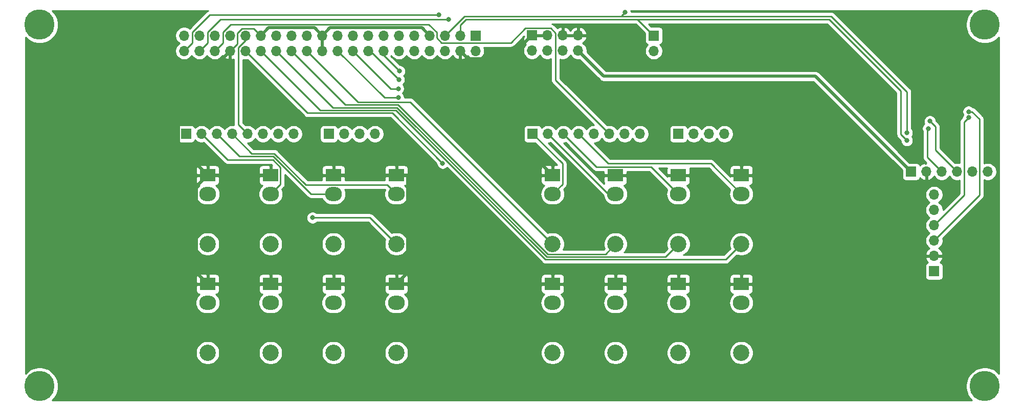
<source format=gbr>
G04 #@! TF.GenerationSoftware,KiCad,Pcbnew,5.1.6-c6e7f7d~87~ubuntu18.04.1*
G04 #@! TF.CreationDate,2021-01-10T02:12:58+01:00*
G04 #@! TF.ProjectId,ZynFace,5a796e46-6163-4652-9e6b-696361645f70,rev?*
G04 #@! TF.SameCoordinates,Original*
G04 #@! TF.FileFunction,Copper,L2,Bot*
G04 #@! TF.FilePolarity,Positive*
%FSLAX46Y46*%
G04 Gerber Fmt 4.6, Leading zero omitted, Abs format (unit mm)*
G04 Created by KiCad (PCBNEW 5.1.6-c6e7f7d~87~ubuntu18.04.1) date 2021-01-10 02:12:58*
%MOMM*%
%LPD*%
G01*
G04 APERTURE LIST*
G04 #@! TA.AperFunction,ComponentPad*
%ADD10C,5.000000*%
G04 #@! TD*
G04 #@! TA.AperFunction,ComponentPad*
%ADD11O,2.800000X2.350000*%
G04 #@! TD*
G04 #@! TA.AperFunction,ComponentPad*
%ADD12R,2.600000X2.150000*%
G04 #@! TD*
G04 #@! TA.AperFunction,ComponentPad*
%ADD13C,2.700000*%
G04 #@! TD*
G04 #@! TA.AperFunction,ComponentPad*
%ADD14R,1.700000X1.700000*%
G04 #@! TD*
G04 #@! TA.AperFunction,ComponentPad*
%ADD15O,1.700000X1.700000*%
G04 #@! TD*
G04 #@! TA.AperFunction,ViaPad*
%ADD16C,0.800000*%
G04 #@! TD*
G04 #@! TA.AperFunction,Conductor*
%ADD17C,0.500000*%
G04 #@! TD*
G04 #@! TA.AperFunction,Conductor*
%ADD18C,0.250000*%
G04 #@! TD*
G04 #@! TA.AperFunction,Conductor*
%ADD19C,0.254000*%
G04 #@! TD*
G04 APERTURE END LIST*
D10*
X195072000Y-90932000D03*
D11*
X123540000Y-77100000D03*
D12*
X123540000Y-74000000D03*
D13*
X123540000Y-85400000D03*
X133954000Y-85400000D03*
D12*
X133954000Y-74000000D03*
D11*
X133954000Y-77100000D03*
X144368000Y-77100000D03*
D12*
X144368000Y-74000000D03*
D13*
X144368000Y-85400000D03*
X154782000Y-85400000D03*
D12*
X154782000Y-74000000D03*
D11*
X154782000Y-77100000D03*
D13*
X123540000Y-67366000D03*
D12*
X123540000Y-55966000D03*
D11*
X123540000Y-59066000D03*
D13*
X133954000Y-67366000D03*
D12*
X133954000Y-55966000D03*
D11*
X133954000Y-59066000D03*
X144368000Y-59066000D03*
D12*
X144368000Y-55966000D03*
D13*
X144368000Y-67366000D03*
D11*
X154782000Y-59066000D03*
D12*
X154782000Y-55966000D03*
D13*
X154782000Y-67366000D03*
D14*
X110800000Y-32800000D03*
D15*
X110800000Y-35340000D03*
X108260000Y-32800000D03*
X108260000Y-35340000D03*
X105720000Y-32800000D03*
X105720000Y-35340000D03*
X103180000Y-32800000D03*
X103180000Y-35340000D03*
X100640000Y-32800000D03*
X100640000Y-35340000D03*
X98100000Y-32800000D03*
X98100000Y-35340000D03*
X95560000Y-32800000D03*
X95560000Y-35340000D03*
X93020000Y-32800000D03*
X93020000Y-35340000D03*
X90480000Y-32800000D03*
X90480000Y-35340000D03*
X87940000Y-32800000D03*
X87940000Y-35340000D03*
X85400000Y-32800000D03*
X85400000Y-35340000D03*
X82860000Y-32800000D03*
X82860000Y-35340000D03*
X80320000Y-32800000D03*
X80320000Y-35340000D03*
X77780000Y-32800000D03*
X77780000Y-35340000D03*
X75240000Y-32800000D03*
X75240000Y-35340000D03*
X72700000Y-32800000D03*
X72700000Y-35340000D03*
X70160000Y-32800000D03*
X70160000Y-35340000D03*
X67620000Y-32800000D03*
X67620000Y-35340000D03*
X65080000Y-32800000D03*
X65080000Y-35340000D03*
X62540000Y-32800000D03*
X62540000Y-35340000D03*
D10*
X195072000Y-30988000D03*
X38608000Y-90932000D03*
X38608000Y-30988000D03*
D14*
X186690000Y-71882000D03*
D15*
X186690000Y-69342000D03*
X186690000Y-66802000D03*
X186690000Y-64262000D03*
X186690000Y-61722000D03*
X186690000Y-59182000D03*
D14*
X182880000Y-55372000D03*
D15*
X185420000Y-55372000D03*
X187960000Y-55372000D03*
X190500000Y-55372000D03*
X193040000Y-55372000D03*
X195580000Y-55372000D03*
X151988000Y-49108000D03*
X149448000Y-49108000D03*
X146908000Y-49108000D03*
D14*
X144368000Y-49108000D03*
X86512000Y-49108000D03*
D15*
X89052000Y-49108000D03*
X91592000Y-49108000D03*
X94132000Y-49108000D03*
D14*
X120238000Y-49108000D03*
D15*
X122778000Y-49108000D03*
X125318000Y-49108000D03*
X127858000Y-49108000D03*
X130398000Y-49108000D03*
X132938000Y-49108000D03*
X135478000Y-49108000D03*
X138018000Y-49108000D03*
X80670000Y-49108000D03*
X78130000Y-49108000D03*
X75590000Y-49108000D03*
X73050000Y-49108000D03*
X70510000Y-49108000D03*
X67970000Y-49108000D03*
X65430000Y-49108000D03*
D14*
X62890000Y-49108000D03*
X120142000Y-32766000D03*
D15*
X120142000Y-35306000D03*
X122682000Y-32766000D03*
X122682000Y-35306000D03*
X125222000Y-32766000D03*
X125222000Y-35306000D03*
X127762000Y-32766000D03*
X127762000Y-35306000D03*
D13*
X66446000Y-85400000D03*
D12*
X66446000Y-74000000D03*
D11*
X66446000Y-77100000D03*
D13*
X76860000Y-85400000D03*
D12*
X76860000Y-74000000D03*
D11*
X76860000Y-77100000D03*
D13*
X87274000Y-85400000D03*
D12*
X87274000Y-74000000D03*
D11*
X87274000Y-77100000D03*
X97688000Y-77100000D03*
D12*
X97688000Y-74000000D03*
D13*
X97688000Y-85400000D03*
D11*
X66446000Y-59066000D03*
D12*
X66446000Y-55966000D03*
D13*
X66446000Y-67366000D03*
D11*
X76860000Y-59066000D03*
D12*
X76860000Y-55966000D03*
D13*
X76860000Y-67366000D03*
X87274000Y-67366000D03*
D12*
X87274000Y-55966000D03*
D11*
X87274000Y-59066000D03*
X97688000Y-59066000D03*
D12*
X97688000Y-55966000D03*
D13*
X97688000Y-67366000D03*
D14*
X140300000Y-32800000D03*
D15*
X140300000Y-35340000D03*
D16*
X105348436Y-53951564D03*
X106300000Y-30100000D03*
X104700000Y-29375000D03*
X83800000Y-63000000D03*
X192400000Y-46400000D03*
X192400000Y-45400000D03*
X185700000Y-48200000D03*
X186000000Y-47000000D03*
X182200000Y-50200000D03*
X182200000Y-48900000D03*
X135500000Y-28900000D03*
X98200000Y-38700000D03*
X98100000Y-40100000D03*
X98000000Y-41600000D03*
X98000000Y-43100000D03*
D17*
X116267999Y-36640001D02*
X120142000Y-32766000D01*
X109560001Y-36640001D02*
X116267999Y-36640001D01*
X108260000Y-35340000D02*
X109560001Y-36640001D01*
X76860000Y-55966000D02*
X66446000Y-55966000D01*
X99538010Y-72149990D02*
X97688000Y-74000000D01*
X99538010Y-56016010D02*
X99538010Y-72149990D01*
X99488000Y-55966000D02*
X99538010Y-56016010D01*
X97688000Y-55966000D02*
X99488000Y-55966000D01*
X97688000Y-74000000D02*
X87274000Y-74000000D01*
X76860000Y-74000000D02*
X66446000Y-74000000D01*
X64595990Y-72149990D02*
X66446000Y-74000000D01*
X64595990Y-57816010D02*
X64595990Y-72149990D01*
X66446000Y-55966000D02*
X64595990Y-57816010D01*
X97688000Y-55966000D02*
X87274000Y-55966000D01*
X61589999Y-51109999D02*
X66446000Y-55966000D01*
X61589999Y-43910001D02*
X61589999Y-51109999D01*
X70160000Y-35340000D02*
X61589999Y-43910001D01*
X86700001Y-31499999D02*
X85400000Y-32800000D01*
X101879999Y-31499999D02*
X86700001Y-31499999D01*
X103180000Y-32800000D02*
X101879999Y-31499999D01*
X76540001Y-31499999D02*
X75240000Y-32800000D01*
X84099999Y-31499999D02*
X76540001Y-31499999D01*
X85400000Y-32800000D02*
X84099999Y-31499999D01*
D18*
X74064999Y-31624999D02*
X75240000Y-32800000D01*
X72135999Y-31624999D02*
X74064999Y-31624999D01*
X71335001Y-32425997D02*
X72135999Y-31624999D01*
X71335001Y-34164999D02*
X71335001Y-32425997D01*
X70160000Y-35340000D02*
X71335001Y-34164999D01*
D17*
X97688000Y-74000000D02*
X123540000Y-74000000D01*
X108260000Y-40686000D02*
X123540000Y-55966000D01*
X108260000Y-35340000D02*
X108260000Y-40686000D01*
X133954000Y-74000000D02*
X144368000Y-74000000D01*
D18*
X125165001Y-54035001D02*
X125165001Y-57440999D01*
X125165001Y-57440999D02*
X123540000Y-59066000D01*
X120238000Y-49108000D02*
X125165001Y-54035001D01*
X132736000Y-59066000D02*
X133954000Y-59066000D01*
X122778000Y-49108000D02*
X132736000Y-59066000D01*
X139867999Y-54565999D02*
X144368000Y-59066000D01*
X130775999Y-54565999D02*
X139867999Y-54565999D01*
X125318000Y-49108000D02*
X130775999Y-54565999D01*
X127858000Y-49108000D02*
X132750000Y-54000000D01*
X149716000Y-54000000D02*
X154782000Y-59066000D01*
X132750000Y-54000000D02*
X149716000Y-54000000D01*
X97021913Y-45625041D02*
X105348436Y-53951564D01*
X72700000Y-35340000D02*
X82985041Y-45625041D01*
X82985041Y-45625041D02*
X97021913Y-45625041D01*
X124046999Y-40216999D02*
X132938000Y-49108000D01*
X124046999Y-32391997D02*
X124046999Y-40216999D01*
X123246001Y-31590999D02*
X124046999Y-32391997D01*
X119031999Y-31590999D02*
X123246001Y-31590999D01*
X105155999Y-33975001D02*
X116647997Y-33975001D01*
X67620000Y-35340000D02*
X68984999Y-33975001D01*
X68984999Y-33975001D02*
X68984999Y-32235999D01*
X116647997Y-33975001D02*
X119031999Y-31590999D01*
X104355001Y-33174003D02*
X105155999Y-33975001D01*
X104355001Y-32235999D02*
X104355001Y-33174003D01*
X70296009Y-30924989D02*
X103043991Y-30924989D01*
X68984999Y-32235999D02*
X70296009Y-30924989D01*
X103043991Y-30924989D02*
X104355001Y-32235999D01*
X66444999Y-32235999D02*
X68580998Y-30100000D01*
X68580998Y-30100000D02*
X106300000Y-30100000D01*
X65080000Y-35340000D02*
X66444999Y-33975001D01*
X66444999Y-33975001D02*
X66444999Y-32235999D01*
X137851998Y-49108000D02*
X138018000Y-49108000D01*
X66765998Y-29375000D02*
X104700000Y-29375000D01*
X63904999Y-32235999D02*
X66765998Y-29375000D01*
X62540000Y-35340000D02*
X63904999Y-33975001D01*
X63904999Y-33975001D02*
X63904999Y-32235999D01*
X71524999Y-47582999D02*
X73050000Y-49108000D01*
X71524999Y-34775999D02*
X71524999Y-47582999D01*
X72700000Y-33600998D02*
X71524999Y-34775999D01*
X72700000Y-32800000D02*
X72700000Y-33600998D01*
X93322000Y-63000000D02*
X97688000Y-67366000D01*
X83800000Y-63000000D02*
X93322000Y-63000000D01*
D17*
X167054000Y-39546000D02*
X182880000Y-55372000D01*
X132002000Y-39546000D02*
X167054000Y-39546000D01*
X127762000Y-35306000D02*
X132002000Y-39546000D01*
D18*
X191675001Y-59276999D02*
X186690000Y-64262000D01*
X191675001Y-47124999D02*
X191675001Y-59276999D01*
X192400000Y-46400000D02*
X191675001Y-47124999D01*
X194215001Y-59276999D02*
X186690000Y-66802000D01*
X192965685Y-45400000D02*
X194215001Y-46649316D01*
X194215001Y-46649316D02*
X194215001Y-59276999D01*
X192400000Y-45400000D02*
X192965685Y-45400000D01*
X187960000Y-55372000D02*
X185600000Y-53012000D01*
X185600000Y-53012000D02*
X185600000Y-48300000D01*
X185600000Y-48300000D02*
X185700000Y-48200000D01*
X190500000Y-55372000D02*
X186900000Y-51772000D01*
X186900000Y-51772000D02*
X186900000Y-47900000D01*
X186900000Y-47900000D02*
X186000000Y-47000000D01*
X108260000Y-32800000D02*
X108260000Y-31040000D01*
X108260000Y-31040000D02*
X109200000Y-30100000D01*
X169300000Y-30100000D02*
X181200000Y-42000000D01*
X181200000Y-42000000D02*
X181200000Y-49200000D01*
X181200000Y-49200000D02*
X182200000Y-50200000D01*
X109200000Y-30100000D02*
X136900000Y-30100000D01*
X136900000Y-30100000D02*
X169300000Y-30100000D01*
X137600000Y-30100000D02*
X140300000Y-32800000D01*
X136900000Y-30100000D02*
X137600000Y-30100000D01*
X105720000Y-32800000D02*
X108920000Y-29600000D01*
X182200000Y-42126998D02*
X182200000Y-48900000D01*
X169673002Y-29600000D02*
X182200000Y-42126998D01*
X138400000Y-29600000D02*
X169673002Y-29600000D01*
X134900000Y-29500000D02*
X135500000Y-28900000D01*
X134900000Y-29600000D02*
X134900000Y-29500000D01*
X134900000Y-29600000D02*
X138400000Y-29600000D01*
X108920000Y-29600000D02*
X134900000Y-29600000D01*
X95560000Y-36060000D02*
X95560000Y-35340000D01*
X98200000Y-38700000D02*
X95560000Y-36060000D01*
X93340000Y-35340000D02*
X93020000Y-35340000D01*
X98100000Y-40100000D02*
X93340000Y-35340000D01*
X96740000Y-41600000D02*
X90480000Y-35340000D01*
X98000000Y-41600000D02*
X96740000Y-41600000D01*
X95700000Y-43100000D02*
X87940000Y-35340000D01*
X98000000Y-43100000D02*
X95700000Y-43100000D01*
X99999001Y-43825001D02*
X123540000Y-67366000D01*
X91345001Y-43825001D02*
X99999001Y-43825001D01*
X82860000Y-35340000D02*
X91345001Y-43825001D01*
X132278999Y-69041001D02*
X133954000Y-67366000D01*
X97970009Y-44275011D02*
X122735999Y-69041001D01*
X89255011Y-44275011D02*
X97970009Y-44275011D01*
X122735999Y-69041001D02*
X132278999Y-69041001D01*
X80320000Y-35340000D02*
X89255011Y-44275011D01*
X122549599Y-69491011D02*
X142242989Y-69491011D01*
X97783609Y-44725021D02*
X122549599Y-69491011D01*
X142242989Y-69491011D02*
X144368000Y-67366000D01*
X87165021Y-44725021D02*
X97783609Y-44725021D01*
X77780000Y-35340000D02*
X87165021Y-44725021D01*
X97597209Y-45175031D02*
X122363199Y-69941021D01*
X152206979Y-69941021D02*
X154782000Y-67366000D01*
X85075031Y-45175031D02*
X97597209Y-45175031D01*
X122363199Y-69941021D02*
X152206979Y-69941021D01*
X75240000Y-35340000D02*
X85075031Y-45175031D01*
X78485001Y-54630999D02*
X77254002Y-53400000D01*
X76860000Y-59066000D02*
X78485001Y-57440999D01*
X78485001Y-57440999D02*
X78485001Y-54630999D01*
X69722000Y-53400000D02*
X65430000Y-49108000D01*
X77254002Y-53400000D02*
X69722000Y-53400000D01*
X87274000Y-59066000D02*
X83556412Y-59066000D01*
X83556412Y-59066000D02*
X77290412Y-52800000D01*
X71662000Y-52800000D02*
X67970000Y-49108000D01*
X77290412Y-52800000D02*
X71662000Y-52800000D01*
X82692812Y-57565990D02*
X77476812Y-52349990D01*
X97688000Y-59066000D02*
X96187990Y-57565990D01*
X96187990Y-57565990D02*
X82692812Y-57565990D01*
X73751990Y-52349990D02*
X70510000Y-49108000D01*
X77476812Y-52349990D02*
X73751990Y-52349990D01*
D19*
G36*
X66473751Y-28669454D02*
G01*
X66341722Y-28740026D01*
X66225997Y-28834999D01*
X66202199Y-28863997D01*
X63446492Y-31619705D01*
X63243411Y-31484010D01*
X62973158Y-31372068D01*
X62686260Y-31315000D01*
X62393740Y-31315000D01*
X62106842Y-31372068D01*
X61836589Y-31484010D01*
X61593368Y-31646525D01*
X61386525Y-31853368D01*
X61224010Y-32096589D01*
X61112068Y-32366842D01*
X61055000Y-32653740D01*
X61055000Y-32946260D01*
X61112068Y-33233158D01*
X61224010Y-33503411D01*
X61386525Y-33746632D01*
X61593368Y-33953475D01*
X61767760Y-34070000D01*
X61593368Y-34186525D01*
X61386525Y-34393368D01*
X61224010Y-34636589D01*
X61112068Y-34906842D01*
X61055000Y-35193740D01*
X61055000Y-35486260D01*
X61112068Y-35773158D01*
X61224010Y-36043411D01*
X61386525Y-36286632D01*
X61593368Y-36493475D01*
X61836589Y-36655990D01*
X62106842Y-36767932D01*
X62393740Y-36825000D01*
X62686260Y-36825000D01*
X62973158Y-36767932D01*
X63243411Y-36655990D01*
X63486632Y-36493475D01*
X63693475Y-36286632D01*
X63810000Y-36112240D01*
X63926525Y-36286632D01*
X64133368Y-36493475D01*
X64376589Y-36655990D01*
X64646842Y-36767932D01*
X64933740Y-36825000D01*
X65226260Y-36825000D01*
X65513158Y-36767932D01*
X65783411Y-36655990D01*
X66026632Y-36493475D01*
X66233475Y-36286632D01*
X66350000Y-36112240D01*
X66466525Y-36286632D01*
X66673368Y-36493475D01*
X66916589Y-36655990D01*
X67186842Y-36767932D01*
X67473740Y-36825000D01*
X67766260Y-36825000D01*
X68053158Y-36767932D01*
X68323411Y-36655990D01*
X68566632Y-36493475D01*
X68773475Y-36286632D01*
X68895195Y-36104466D01*
X68964822Y-36221355D01*
X69159731Y-36437588D01*
X69393080Y-36611641D01*
X69655901Y-36736825D01*
X69803110Y-36781476D01*
X70033000Y-36660155D01*
X70033000Y-35467000D01*
X70013000Y-35467000D01*
X70013000Y-35213000D01*
X70033000Y-35213000D01*
X70033000Y-35193000D01*
X70287000Y-35193000D01*
X70287000Y-35213000D01*
X70307000Y-35213000D01*
X70307000Y-35467000D01*
X70287000Y-35467000D01*
X70287000Y-36660155D01*
X70516890Y-36781476D01*
X70664099Y-36736825D01*
X70764999Y-36688765D01*
X70765000Y-47545667D01*
X70761323Y-47582999D01*
X70765000Y-47620332D01*
X70767441Y-47645115D01*
X70656260Y-47623000D01*
X70363740Y-47623000D01*
X70076842Y-47680068D01*
X69806589Y-47792010D01*
X69563368Y-47954525D01*
X69356525Y-48161368D01*
X69240000Y-48335760D01*
X69123475Y-48161368D01*
X68916632Y-47954525D01*
X68673411Y-47792010D01*
X68403158Y-47680068D01*
X68116260Y-47623000D01*
X67823740Y-47623000D01*
X67536842Y-47680068D01*
X67266589Y-47792010D01*
X67023368Y-47954525D01*
X66816525Y-48161368D01*
X66700000Y-48335760D01*
X66583475Y-48161368D01*
X66376632Y-47954525D01*
X66133411Y-47792010D01*
X65863158Y-47680068D01*
X65576260Y-47623000D01*
X65283740Y-47623000D01*
X64996842Y-47680068D01*
X64726589Y-47792010D01*
X64483368Y-47954525D01*
X64351513Y-48086380D01*
X64329502Y-48013820D01*
X64270537Y-47903506D01*
X64191185Y-47806815D01*
X64094494Y-47727463D01*
X63984180Y-47668498D01*
X63864482Y-47632188D01*
X63740000Y-47619928D01*
X62040000Y-47619928D01*
X61915518Y-47632188D01*
X61795820Y-47668498D01*
X61685506Y-47727463D01*
X61588815Y-47806815D01*
X61509463Y-47903506D01*
X61450498Y-48013820D01*
X61414188Y-48133518D01*
X61401928Y-48258000D01*
X61401928Y-49958000D01*
X61414188Y-50082482D01*
X61450498Y-50202180D01*
X61509463Y-50312494D01*
X61588815Y-50409185D01*
X61685506Y-50488537D01*
X61795820Y-50547502D01*
X61915518Y-50583812D01*
X62040000Y-50596072D01*
X63740000Y-50596072D01*
X63864482Y-50583812D01*
X63984180Y-50547502D01*
X64094494Y-50488537D01*
X64191185Y-50409185D01*
X64270537Y-50312494D01*
X64329502Y-50202180D01*
X64351513Y-50129620D01*
X64483368Y-50261475D01*
X64726589Y-50423990D01*
X64996842Y-50535932D01*
X65283740Y-50593000D01*
X65576260Y-50593000D01*
X65796408Y-50549209D01*
X69158200Y-53911002D01*
X69181999Y-53940001D01*
X69252268Y-53997669D01*
X69297724Y-54034974D01*
X69429753Y-54105546D01*
X69573014Y-54149003D01*
X69722000Y-54163677D01*
X69759333Y-54160000D01*
X76939201Y-54160000D01*
X77090475Y-54311275D01*
X76987000Y-54414750D01*
X76987000Y-55839000D01*
X77007000Y-55839000D01*
X77007000Y-56093000D01*
X76987000Y-56093000D01*
X76987000Y-56113000D01*
X76733000Y-56113000D01*
X76733000Y-56093000D01*
X75083750Y-56093000D01*
X74925000Y-56251750D01*
X74921928Y-57041000D01*
X74934188Y-57165482D01*
X74970498Y-57285180D01*
X75029463Y-57395494D01*
X75108815Y-57492185D01*
X75205506Y-57571537D01*
X75315820Y-57630502D01*
X75435518Y-57666812D01*
X75481303Y-57671321D01*
X75348945Y-57779945D01*
X75122759Y-58055553D01*
X74954688Y-58369992D01*
X74851190Y-58711178D01*
X74816243Y-59066000D01*
X74851190Y-59420822D01*
X74954688Y-59762008D01*
X75122759Y-60076447D01*
X75348945Y-60352055D01*
X75624553Y-60578241D01*
X75938992Y-60746312D01*
X76280178Y-60849810D01*
X76546089Y-60876000D01*
X77173911Y-60876000D01*
X77439822Y-60849810D01*
X77781008Y-60746312D01*
X78095447Y-60578241D01*
X78371055Y-60352055D01*
X78597241Y-60076447D01*
X78765312Y-59762008D01*
X78868810Y-59420822D01*
X78903757Y-59066000D01*
X78868810Y-58711178D01*
X78765312Y-58369992D01*
X78718462Y-58282341D01*
X78996010Y-58004793D01*
X79025002Y-57981000D01*
X79048796Y-57952007D01*
X79048800Y-57952003D01*
X79119974Y-57865276D01*
X79119975Y-57865275D01*
X79190547Y-57733246D01*
X79234004Y-57589985D01*
X79245001Y-57478332D01*
X79245001Y-57478323D01*
X79248677Y-57441000D01*
X79245001Y-57403677D01*
X79245001Y-55829390D01*
X82992613Y-59577003D01*
X83016411Y-59606001D01*
X83132136Y-59700974D01*
X83264165Y-59771546D01*
X83407426Y-59815003D01*
X83519079Y-59826000D01*
X83519088Y-59826000D01*
X83556411Y-59829676D01*
X83593734Y-59826000D01*
X85402892Y-59826000D01*
X85536759Y-60076447D01*
X85762945Y-60352055D01*
X86038553Y-60578241D01*
X86352992Y-60746312D01*
X86694178Y-60849810D01*
X86960089Y-60876000D01*
X87587911Y-60876000D01*
X87853822Y-60849810D01*
X88195008Y-60746312D01*
X88509447Y-60578241D01*
X88785055Y-60352055D01*
X89011241Y-60076447D01*
X89179312Y-59762008D01*
X89282810Y-59420822D01*
X89317757Y-59066000D01*
X89282810Y-58711178D01*
X89179312Y-58369992D01*
X89155792Y-58325990D01*
X95806208Y-58325990D01*
X95782688Y-58369992D01*
X95679190Y-58711178D01*
X95644243Y-59066000D01*
X95679190Y-59420822D01*
X95782688Y-59762008D01*
X95950759Y-60076447D01*
X96176945Y-60352055D01*
X96452553Y-60578241D01*
X96766992Y-60746312D01*
X97108178Y-60849810D01*
X97374089Y-60876000D01*
X98001911Y-60876000D01*
X98267822Y-60849810D01*
X98609008Y-60746312D01*
X98923447Y-60578241D01*
X99199055Y-60352055D01*
X99425241Y-60076447D01*
X99593312Y-59762008D01*
X99696810Y-59420822D01*
X99731757Y-59066000D01*
X99696810Y-58711178D01*
X99593312Y-58369992D01*
X99425241Y-58055553D01*
X99199055Y-57779945D01*
X99066697Y-57671321D01*
X99112482Y-57666812D01*
X99232180Y-57630502D01*
X99342494Y-57571537D01*
X99439185Y-57492185D01*
X99518537Y-57395494D01*
X99577502Y-57285180D01*
X99613812Y-57165482D01*
X99626072Y-57041000D01*
X99623000Y-56251750D01*
X99464250Y-56093000D01*
X97815000Y-56093000D01*
X97815000Y-56113000D01*
X97561000Y-56113000D01*
X97561000Y-56093000D01*
X95911750Y-56093000D01*
X95753000Y-56251750D01*
X95750843Y-56805990D01*
X89211157Y-56805990D01*
X89209000Y-56251750D01*
X89050250Y-56093000D01*
X87401000Y-56093000D01*
X87401000Y-56113000D01*
X87147000Y-56113000D01*
X87147000Y-56093000D01*
X85497750Y-56093000D01*
X85339000Y-56251750D01*
X85336843Y-56805990D01*
X83007614Y-56805990D01*
X81092624Y-54891000D01*
X85335928Y-54891000D01*
X85339000Y-55680250D01*
X85497750Y-55839000D01*
X87147000Y-55839000D01*
X87147000Y-54414750D01*
X87401000Y-54414750D01*
X87401000Y-55839000D01*
X89050250Y-55839000D01*
X89209000Y-55680250D01*
X89212072Y-54891000D01*
X95749928Y-54891000D01*
X95753000Y-55680250D01*
X95911750Y-55839000D01*
X97561000Y-55839000D01*
X97561000Y-54414750D01*
X97815000Y-54414750D01*
X97815000Y-55839000D01*
X99464250Y-55839000D01*
X99623000Y-55680250D01*
X99626072Y-54891000D01*
X99613812Y-54766518D01*
X99577502Y-54646820D01*
X99518537Y-54536506D01*
X99439185Y-54439815D01*
X99342494Y-54360463D01*
X99232180Y-54301498D01*
X99112482Y-54265188D01*
X98988000Y-54252928D01*
X97973750Y-54256000D01*
X97815000Y-54414750D01*
X97561000Y-54414750D01*
X97402250Y-54256000D01*
X96388000Y-54252928D01*
X96263518Y-54265188D01*
X96143820Y-54301498D01*
X96033506Y-54360463D01*
X95936815Y-54439815D01*
X95857463Y-54536506D01*
X95798498Y-54646820D01*
X95762188Y-54766518D01*
X95749928Y-54891000D01*
X89212072Y-54891000D01*
X89199812Y-54766518D01*
X89163502Y-54646820D01*
X89104537Y-54536506D01*
X89025185Y-54439815D01*
X88928494Y-54360463D01*
X88818180Y-54301498D01*
X88698482Y-54265188D01*
X88574000Y-54252928D01*
X87559750Y-54256000D01*
X87401000Y-54414750D01*
X87147000Y-54414750D01*
X86988250Y-54256000D01*
X85974000Y-54252928D01*
X85849518Y-54265188D01*
X85729820Y-54301498D01*
X85619506Y-54360463D01*
X85522815Y-54439815D01*
X85443463Y-54536506D01*
X85384498Y-54646820D01*
X85348188Y-54766518D01*
X85335928Y-54891000D01*
X81092624Y-54891000D01*
X78040616Y-51838993D01*
X78016813Y-51809989D01*
X77901088Y-51715016D01*
X77769059Y-51644444D01*
X77625798Y-51600987D01*
X77514145Y-51589990D01*
X77514134Y-51589990D01*
X77476812Y-51586314D01*
X77439490Y-51589990D01*
X74066792Y-51589990D01*
X73069802Y-50593000D01*
X73196260Y-50593000D01*
X73483158Y-50535932D01*
X73753411Y-50423990D01*
X73996632Y-50261475D01*
X74203475Y-50054632D01*
X74320000Y-49880240D01*
X74436525Y-50054632D01*
X74643368Y-50261475D01*
X74886589Y-50423990D01*
X75156842Y-50535932D01*
X75443740Y-50593000D01*
X75736260Y-50593000D01*
X76023158Y-50535932D01*
X76293411Y-50423990D01*
X76536632Y-50261475D01*
X76743475Y-50054632D01*
X76860000Y-49880240D01*
X76976525Y-50054632D01*
X77183368Y-50261475D01*
X77426589Y-50423990D01*
X77696842Y-50535932D01*
X77983740Y-50593000D01*
X78276260Y-50593000D01*
X78563158Y-50535932D01*
X78833411Y-50423990D01*
X79076632Y-50261475D01*
X79283475Y-50054632D01*
X79400000Y-49880240D01*
X79516525Y-50054632D01*
X79723368Y-50261475D01*
X79966589Y-50423990D01*
X80236842Y-50535932D01*
X80523740Y-50593000D01*
X80816260Y-50593000D01*
X81103158Y-50535932D01*
X81373411Y-50423990D01*
X81616632Y-50261475D01*
X81823475Y-50054632D01*
X81985990Y-49811411D01*
X82097932Y-49541158D01*
X82155000Y-49254260D01*
X82155000Y-48961740D01*
X82097932Y-48674842D01*
X81985990Y-48404589D01*
X81888043Y-48258000D01*
X85023928Y-48258000D01*
X85023928Y-49958000D01*
X85036188Y-50082482D01*
X85072498Y-50202180D01*
X85131463Y-50312494D01*
X85210815Y-50409185D01*
X85307506Y-50488537D01*
X85417820Y-50547502D01*
X85537518Y-50583812D01*
X85662000Y-50596072D01*
X87362000Y-50596072D01*
X87486482Y-50583812D01*
X87606180Y-50547502D01*
X87716494Y-50488537D01*
X87813185Y-50409185D01*
X87892537Y-50312494D01*
X87951502Y-50202180D01*
X87973513Y-50129620D01*
X88105368Y-50261475D01*
X88348589Y-50423990D01*
X88618842Y-50535932D01*
X88905740Y-50593000D01*
X89198260Y-50593000D01*
X89485158Y-50535932D01*
X89755411Y-50423990D01*
X89998632Y-50261475D01*
X90205475Y-50054632D01*
X90322000Y-49880240D01*
X90438525Y-50054632D01*
X90645368Y-50261475D01*
X90888589Y-50423990D01*
X91158842Y-50535932D01*
X91445740Y-50593000D01*
X91738260Y-50593000D01*
X92025158Y-50535932D01*
X92295411Y-50423990D01*
X92538632Y-50261475D01*
X92745475Y-50054632D01*
X92862000Y-49880240D01*
X92978525Y-50054632D01*
X93185368Y-50261475D01*
X93428589Y-50423990D01*
X93698842Y-50535932D01*
X93985740Y-50593000D01*
X94278260Y-50593000D01*
X94565158Y-50535932D01*
X94835411Y-50423990D01*
X95078632Y-50261475D01*
X95285475Y-50054632D01*
X95447990Y-49811411D01*
X95559932Y-49541158D01*
X95617000Y-49254260D01*
X95617000Y-48961740D01*
X95559932Y-48674842D01*
X95447990Y-48404589D01*
X95285475Y-48161368D01*
X95078632Y-47954525D01*
X94835411Y-47792010D01*
X94565158Y-47680068D01*
X94278260Y-47623000D01*
X93985740Y-47623000D01*
X93698842Y-47680068D01*
X93428589Y-47792010D01*
X93185368Y-47954525D01*
X92978525Y-48161368D01*
X92862000Y-48335760D01*
X92745475Y-48161368D01*
X92538632Y-47954525D01*
X92295411Y-47792010D01*
X92025158Y-47680068D01*
X91738260Y-47623000D01*
X91445740Y-47623000D01*
X91158842Y-47680068D01*
X90888589Y-47792010D01*
X90645368Y-47954525D01*
X90438525Y-48161368D01*
X90322000Y-48335760D01*
X90205475Y-48161368D01*
X89998632Y-47954525D01*
X89755411Y-47792010D01*
X89485158Y-47680068D01*
X89198260Y-47623000D01*
X88905740Y-47623000D01*
X88618842Y-47680068D01*
X88348589Y-47792010D01*
X88105368Y-47954525D01*
X87973513Y-48086380D01*
X87951502Y-48013820D01*
X87892537Y-47903506D01*
X87813185Y-47806815D01*
X87716494Y-47727463D01*
X87606180Y-47668498D01*
X87486482Y-47632188D01*
X87362000Y-47619928D01*
X85662000Y-47619928D01*
X85537518Y-47632188D01*
X85417820Y-47668498D01*
X85307506Y-47727463D01*
X85210815Y-47806815D01*
X85131463Y-47903506D01*
X85072498Y-48013820D01*
X85036188Y-48133518D01*
X85023928Y-48258000D01*
X81888043Y-48258000D01*
X81823475Y-48161368D01*
X81616632Y-47954525D01*
X81373411Y-47792010D01*
X81103158Y-47680068D01*
X80816260Y-47623000D01*
X80523740Y-47623000D01*
X80236842Y-47680068D01*
X79966589Y-47792010D01*
X79723368Y-47954525D01*
X79516525Y-48161368D01*
X79400000Y-48335760D01*
X79283475Y-48161368D01*
X79076632Y-47954525D01*
X78833411Y-47792010D01*
X78563158Y-47680068D01*
X78276260Y-47623000D01*
X77983740Y-47623000D01*
X77696842Y-47680068D01*
X77426589Y-47792010D01*
X77183368Y-47954525D01*
X76976525Y-48161368D01*
X76860000Y-48335760D01*
X76743475Y-48161368D01*
X76536632Y-47954525D01*
X76293411Y-47792010D01*
X76023158Y-47680068D01*
X75736260Y-47623000D01*
X75443740Y-47623000D01*
X75156842Y-47680068D01*
X74886589Y-47792010D01*
X74643368Y-47954525D01*
X74436525Y-48161368D01*
X74320000Y-48335760D01*
X74203475Y-48161368D01*
X73996632Y-47954525D01*
X73753411Y-47792010D01*
X73483158Y-47680068D01*
X73196260Y-47623000D01*
X72903740Y-47623000D01*
X72683592Y-47666791D01*
X72284999Y-47268198D01*
X72284999Y-36771544D01*
X72553740Y-36825000D01*
X72846260Y-36825000D01*
X73066408Y-36781209D01*
X82421246Y-46136049D01*
X82445040Y-46165042D01*
X82474033Y-46188836D01*
X82474037Y-46188840D01*
X82518149Y-46225041D01*
X82560765Y-46260015D01*
X82692794Y-46330587D01*
X82836055Y-46374044D01*
X82947708Y-46385041D01*
X82947717Y-46385041D01*
X82985040Y-46388717D01*
X83022363Y-46385041D01*
X96707112Y-46385041D01*
X104313436Y-53991366D01*
X104313436Y-54053503D01*
X104353210Y-54253462D01*
X104431231Y-54441820D01*
X104544499Y-54611338D01*
X104688662Y-54755501D01*
X104858180Y-54868769D01*
X105046538Y-54946790D01*
X105246497Y-54986564D01*
X105450375Y-54986564D01*
X105650334Y-54946790D01*
X105838692Y-54868769D01*
X106008210Y-54755501D01*
X106055544Y-54708167D01*
X121799400Y-70452024D01*
X121823198Y-70481022D01*
X121852196Y-70504820D01*
X121938922Y-70575995D01*
X121947940Y-70580815D01*
X122070952Y-70646567D01*
X122214213Y-70690024D01*
X122325866Y-70701021D01*
X122325876Y-70701021D01*
X122363199Y-70704697D01*
X122400522Y-70701021D01*
X152169657Y-70701021D01*
X152206979Y-70704697D01*
X152244301Y-70701021D01*
X152244312Y-70701021D01*
X152355965Y-70690024D01*
X152499226Y-70646567D01*
X152631255Y-70575995D01*
X152746980Y-70481022D01*
X152770783Y-70452018D01*
X154022746Y-69200056D01*
X154202997Y-69274718D01*
X154586495Y-69351000D01*
X154977505Y-69351000D01*
X155361003Y-69274718D01*
X155722250Y-69125085D01*
X156047364Y-68907851D01*
X156323851Y-68631364D01*
X156541085Y-68306250D01*
X156690718Y-67945003D01*
X156767000Y-67561505D01*
X156767000Y-67170495D01*
X156690718Y-66786997D01*
X156541085Y-66425750D01*
X156323851Y-66100636D01*
X156047364Y-65824149D01*
X155722250Y-65606915D01*
X155361003Y-65457282D01*
X154977505Y-65381000D01*
X154586495Y-65381000D01*
X154202997Y-65457282D01*
X153841750Y-65606915D01*
X153516636Y-65824149D01*
X153240149Y-66100636D01*
X153022915Y-66425750D01*
X152873282Y-66786997D01*
X152797000Y-67170495D01*
X152797000Y-67561505D01*
X152873282Y-67945003D01*
X152947944Y-68125254D01*
X151892178Y-69181021D01*
X145173208Y-69181021D01*
X145308250Y-69125085D01*
X145633364Y-68907851D01*
X145909851Y-68631364D01*
X146127085Y-68306250D01*
X146276718Y-67945003D01*
X146353000Y-67561505D01*
X146353000Y-67170495D01*
X146276718Y-66786997D01*
X146127085Y-66425750D01*
X145909851Y-66100636D01*
X145633364Y-65824149D01*
X145308250Y-65606915D01*
X144947003Y-65457282D01*
X144563505Y-65381000D01*
X144172495Y-65381000D01*
X143788997Y-65457282D01*
X143427750Y-65606915D01*
X143102636Y-65824149D01*
X142826149Y-66100636D01*
X142608915Y-66425750D01*
X142459282Y-66786997D01*
X142383000Y-67170495D01*
X142383000Y-67561505D01*
X142459282Y-67945003D01*
X142533944Y-68125254D01*
X141928188Y-68731011D01*
X135396204Y-68731011D01*
X135495851Y-68631364D01*
X135713085Y-68306250D01*
X135862718Y-67945003D01*
X135939000Y-67561505D01*
X135939000Y-67170495D01*
X135862718Y-66786997D01*
X135713085Y-66425750D01*
X135495851Y-66100636D01*
X135219364Y-65824149D01*
X134894250Y-65606915D01*
X134533003Y-65457282D01*
X134149505Y-65381000D01*
X133758495Y-65381000D01*
X133374997Y-65457282D01*
X133013750Y-65606915D01*
X132688636Y-65824149D01*
X132412149Y-66100636D01*
X132194915Y-66425750D01*
X132045282Y-66786997D01*
X131969000Y-67170495D01*
X131969000Y-67561505D01*
X132045282Y-67945003D01*
X132119944Y-68125254D01*
X131964198Y-68281001D01*
X125309543Y-68281001D01*
X125448718Y-67945003D01*
X125525000Y-67561505D01*
X125525000Y-67170495D01*
X125448718Y-66786997D01*
X125299085Y-66425750D01*
X125081851Y-66100636D01*
X124805364Y-65824149D01*
X124480250Y-65606915D01*
X124119003Y-65457282D01*
X123735505Y-65381000D01*
X123344495Y-65381000D01*
X122960997Y-65457282D01*
X122780746Y-65531944D01*
X112139802Y-54891000D01*
X121601928Y-54891000D01*
X121605000Y-55680250D01*
X121763750Y-55839000D01*
X123413000Y-55839000D01*
X123413000Y-54414750D01*
X123254250Y-54256000D01*
X122240000Y-54252928D01*
X122115518Y-54265188D01*
X121995820Y-54301498D01*
X121885506Y-54360463D01*
X121788815Y-54439815D01*
X121709463Y-54536506D01*
X121650498Y-54646820D01*
X121614188Y-54766518D01*
X121601928Y-54891000D01*
X112139802Y-54891000D01*
X100562805Y-43314004D01*
X100539002Y-43285000D01*
X100423277Y-43190027D01*
X100291248Y-43119455D01*
X100147987Y-43075998D01*
X100036334Y-43065001D01*
X100036323Y-43065001D01*
X99999001Y-43061325D01*
X99961679Y-43065001D01*
X99035000Y-43065001D01*
X99035000Y-42998061D01*
X98995226Y-42798102D01*
X98917205Y-42609744D01*
X98803937Y-42440226D01*
X98713711Y-42350000D01*
X98803937Y-42259774D01*
X98917205Y-42090256D01*
X98995226Y-41901898D01*
X99035000Y-41701939D01*
X99035000Y-41498061D01*
X98995226Y-41298102D01*
X98917205Y-41109744D01*
X98803937Y-40940226D01*
X98763711Y-40900000D01*
X98903937Y-40759774D01*
X99017205Y-40590256D01*
X99095226Y-40401898D01*
X99135000Y-40201939D01*
X99135000Y-39998061D01*
X99095226Y-39798102D01*
X99017205Y-39609744D01*
X98911767Y-39451944D01*
X99003937Y-39359774D01*
X99117205Y-39190256D01*
X99195226Y-39001898D01*
X99235000Y-38801939D01*
X99235000Y-38598061D01*
X99195226Y-38398102D01*
X99117205Y-38209744D01*
X99003937Y-38040226D01*
X98859774Y-37896063D01*
X98690256Y-37782795D01*
X98501898Y-37704774D01*
X98301939Y-37665000D01*
X98239802Y-37665000D01*
X96772739Y-36197937D01*
X96830000Y-36112240D01*
X96946525Y-36286632D01*
X97153368Y-36493475D01*
X97396589Y-36655990D01*
X97666842Y-36767932D01*
X97953740Y-36825000D01*
X98246260Y-36825000D01*
X98533158Y-36767932D01*
X98803411Y-36655990D01*
X99046632Y-36493475D01*
X99253475Y-36286632D01*
X99370000Y-36112240D01*
X99486525Y-36286632D01*
X99693368Y-36493475D01*
X99936589Y-36655990D01*
X100206842Y-36767932D01*
X100493740Y-36825000D01*
X100786260Y-36825000D01*
X101073158Y-36767932D01*
X101343411Y-36655990D01*
X101586632Y-36493475D01*
X101793475Y-36286632D01*
X101910000Y-36112240D01*
X102026525Y-36286632D01*
X102233368Y-36493475D01*
X102476589Y-36655990D01*
X102746842Y-36767932D01*
X103033740Y-36825000D01*
X103326260Y-36825000D01*
X103613158Y-36767932D01*
X103883411Y-36655990D01*
X104126632Y-36493475D01*
X104333475Y-36286632D01*
X104450000Y-36112240D01*
X104566525Y-36286632D01*
X104773368Y-36493475D01*
X105016589Y-36655990D01*
X105286842Y-36767932D01*
X105573740Y-36825000D01*
X105866260Y-36825000D01*
X106153158Y-36767932D01*
X106423411Y-36655990D01*
X106666632Y-36493475D01*
X106873475Y-36286632D01*
X106995195Y-36104466D01*
X107064822Y-36221355D01*
X107259731Y-36437588D01*
X107493080Y-36611641D01*
X107755901Y-36736825D01*
X107903110Y-36781476D01*
X108133000Y-36660155D01*
X108133000Y-35467000D01*
X108113000Y-35467000D01*
X108113000Y-35213000D01*
X108133000Y-35213000D01*
X108133000Y-35193000D01*
X108387000Y-35193000D01*
X108387000Y-35213000D01*
X108407000Y-35213000D01*
X108407000Y-35467000D01*
X108387000Y-35467000D01*
X108387000Y-36660155D01*
X108616890Y-36781476D01*
X108764099Y-36736825D01*
X109026920Y-36611641D01*
X109260269Y-36437588D01*
X109455178Y-36221355D01*
X109524805Y-36104466D01*
X109646525Y-36286632D01*
X109853368Y-36493475D01*
X110096589Y-36655990D01*
X110366842Y-36767932D01*
X110653740Y-36825000D01*
X110946260Y-36825000D01*
X111233158Y-36767932D01*
X111503411Y-36655990D01*
X111746632Y-36493475D01*
X111953475Y-36286632D01*
X112115990Y-36043411D01*
X112227932Y-35773158D01*
X112285000Y-35486260D01*
X112285000Y-35193740D01*
X112227932Y-34906842D01*
X112156753Y-34735001D01*
X116610675Y-34735001D01*
X116647997Y-34738677D01*
X116685319Y-34735001D01*
X116685330Y-34735001D01*
X116796983Y-34724004D01*
X116940244Y-34680547D01*
X117072273Y-34609975D01*
X117187998Y-34515002D01*
X117211801Y-34485998D01*
X118804798Y-32893002D01*
X118815748Y-32893002D01*
X118657000Y-33051750D01*
X118653928Y-33616000D01*
X118666188Y-33740482D01*
X118702498Y-33860180D01*
X118761463Y-33970494D01*
X118840815Y-34067185D01*
X118937506Y-34146537D01*
X119047820Y-34205502D01*
X119120380Y-34227513D01*
X118988525Y-34359368D01*
X118826010Y-34602589D01*
X118714068Y-34872842D01*
X118657000Y-35159740D01*
X118657000Y-35452260D01*
X118714068Y-35739158D01*
X118826010Y-36009411D01*
X118988525Y-36252632D01*
X119195368Y-36459475D01*
X119438589Y-36621990D01*
X119708842Y-36733932D01*
X119995740Y-36791000D01*
X120288260Y-36791000D01*
X120575158Y-36733932D01*
X120845411Y-36621990D01*
X121088632Y-36459475D01*
X121295475Y-36252632D01*
X121412000Y-36078240D01*
X121528525Y-36252632D01*
X121735368Y-36459475D01*
X121978589Y-36621990D01*
X122248842Y-36733932D01*
X122535740Y-36791000D01*
X122828260Y-36791000D01*
X123115158Y-36733932D01*
X123287000Y-36662753D01*
X123287000Y-40179667D01*
X123283323Y-40216999D01*
X123297997Y-40365984D01*
X123341453Y-40509245D01*
X123412025Y-40641275D01*
X123483200Y-40728001D01*
X123506999Y-40757000D01*
X123535997Y-40780798D01*
X130378198Y-47623000D01*
X130251740Y-47623000D01*
X129964842Y-47680068D01*
X129694589Y-47792010D01*
X129451368Y-47954525D01*
X129244525Y-48161368D01*
X129128000Y-48335760D01*
X129011475Y-48161368D01*
X128804632Y-47954525D01*
X128561411Y-47792010D01*
X128291158Y-47680068D01*
X128004260Y-47623000D01*
X127711740Y-47623000D01*
X127424842Y-47680068D01*
X127154589Y-47792010D01*
X126911368Y-47954525D01*
X126704525Y-48161368D01*
X126588000Y-48335760D01*
X126471475Y-48161368D01*
X126264632Y-47954525D01*
X126021411Y-47792010D01*
X125751158Y-47680068D01*
X125464260Y-47623000D01*
X125171740Y-47623000D01*
X124884842Y-47680068D01*
X124614589Y-47792010D01*
X124371368Y-47954525D01*
X124164525Y-48161368D01*
X124048000Y-48335760D01*
X123931475Y-48161368D01*
X123724632Y-47954525D01*
X123481411Y-47792010D01*
X123211158Y-47680068D01*
X122924260Y-47623000D01*
X122631740Y-47623000D01*
X122344842Y-47680068D01*
X122074589Y-47792010D01*
X121831368Y-47954525D01*
X121699513Y-48086380D01*
X121677502Y-48013820D01*
X121618537Y-47903506D01*
X121539185Y-47806815D01*
X121442494Y-47727463D01*
X121332180Y-47668498D01*
X121212482Y-47632188D01*
X121088000Y-47619928D01*
X119388000Y-47619928D01*
X119263518Y-47632188D01*
X119143820Y-47668498D01*
X119033506Y-47727463D01*
X118936815Y-47806815D01*
X118857463Y-47903506D01*
X118798498Y-48013820D01*
X118762188Y-48133518D01*
X118749928Y-48258000D01*
X118749928Y-49958000D01*
X118762188Y-50082482D01*
X118798498Y-50202180D01*
X118857463Y-50312494D01*
X118936815Y-50409185D01*
X119033506Y-50488537D01*
X119143820Y-50547502D01*
X119263518Y-50583812D01*
X119388000Y-50596072D01*
X120651271Y-50596072D01*
X124309732Y-54254534D01*
X123825750Y-54256000D01*
X123667000Y-54414750D01*
X123667000Y-55839000D01*
X123687000Y-55839000D01*
X123687000Y-56093000D01*
X123667000Y-56093000D01*
X123667000Y-56113000D01*
X123413000Y-56113000D01*
X123413000Y-56093000D01*
X121763750Y-56093000D01*
X121605000Y-56251750D01*
X121601928Y-57041000D01*
X121614188Y-57165482D01*
X121650498Y-57285180D01*
X121709463Y-57395494D01*
X121788815Y-57492185D01*
X121885506Y-57571537D01*
X121995820Y-57630502D01*
X122115518Y-57666812D01*
X122161303Y-57671321D01*
X122028945Y-57779945D01*
X121802759Y-58055553D01*
X121634688Y-58369992D01*
X121531190Y-58711178D01*
X121496243Y-59066000D01*
X121531190Y-59420822D01*
X121634688Y-59762008D01*
X121802759Y-60076447D01*
X122028945Y-60352055D01*
X122304553Y-60578241D01*
X122618992Y-60746312D01*
X122960178Y-60849810D01*
X123226089Y-60876000D01*
X123853911Y-60876000D01*
X124119822Y-60849810D01*
X124461008Y-60746312D01*
X124775447Y-60578241D01*
X125051055Y-60352055D01*
X125277241Y-60076447D01*
X125445312Y-59762008D01*
X125548810Y-59420822D01*
X125583757Y-59066000D01*
X125548810Y-58711178D01*
X125445312Y-58369992D01*
X125398462Y-58282341D01*
X125676009Y-58004794D01*
X125705002Y-57981000D01*
X125728796Y-57952007D01*
X125728800Y-57952003D01*
X125799974Y-57865276D01*
X125799975Y-57865275D01*
X125870547Y-57733246D01*
X125914004Y-57589985D01*
X125925001Y-57478332D01*
X125925001Y-57478323D01*
X125928677Y-57441000D01*
X125925001Y-57403677D01*
X125925001Y-54072326D01*
X125928677Y-54035001D01*
X125925001Y-53997676D01*
X125925001Y-53997668D01*
X125914004Y-53886015D01*
X125870547Y-53742754D01*
X125799975Y-53610725D01*
X125705002Y-53495000D01*
X125676005Y-53471203D01*
X122797801Y-50593000D01*
X122924260Y-50593000D01*
X123144408Y-50549209D01*
X131937452Y-59342254D01*
X131945190Y-59420822D01*
X132048688Y-59762008D01*
X132216759Y-60076447D01*
X132442945Y-60352055D01*
X132718553Y-60578241D01*
X133032992Y-60746312D01*
X133374178Y-60849810D01*
X133640089Y-60876000D01*
X134267911Y-60876000D01*
X134533822Y-60849810D01*
X134875008Y-60746312D01*
X135189447Y-60578241D01*
X135465055Y-60352055D01*
X135691241Y-60076447D01*
X135859312Y-59762008D01*
X135962810Y-59420822D01*
X135997757Y-59066000D01*
X135962810Y-58711178D01*
X135859312Y-58369992D01*
X135691241Y-58055553D01*
X135465055Y-57779945D01*
X135332697Y-57671321D01*
X135378482Y-57666812D01*
X135498180Y-57630502D01*
X135608494Y-57571537D01*
X135705185Y-57492185D01*
X135784537Y-57395494D01*
X135843502Y-57285180D01*
X135879812Y-57165482D01*
X135892072Y-57041000D01*
X135889000Y-56251750D01*
X135730250Y-56093000D01*
X134081000Y-56093000D01*
X134081000Y-56113000D01*
X133827000Y-56113000D01*
X133827000Y-56093000D01*
X132177750Y-56093000D01*
X132019000Y-56251750D01*
X132015928Y-57041000D01*
X132028188Y-57165482D01*
X132064498Y-57285180D01*
X132104133Y-57359332D01*
X125337801Y-50593000D01*
X125464260Y-50593000D01*
X125684408Y-50549209D01*
X130212199Y-55077001D01*
X130235998Y-55106000D01*
X130351723Y-55200973D01*
X130483752Y-55271545D01*
X130627013Y-55315002D01*
X130738666Y-55325999D01*
X130738675Y-55325999D01*
X130775998Y-55329675D01*
X130813321Y-55325999D01*
X132017621Y-55325999D01*
X132019000Y-55680250D01*
X132177750Y-55839000D01*
X133827000Y-55839000D01*
X133827000Y-55819000D01*
X134081000Y-55819000D01*
X134081000Y-55839000D01*
X135730250Y-55839000D01*
X135889000Y-55680250D01*
X135890379Y-55325999D01*
X139553198Y-55325999D01*
X142509538Y-58282341D01*
X142462688Y-58369992D01*
X142359190Y-58711178D01*
X142324243Y-59066000D01*
X142359190Y-59420822D01*
X142462688Y-59762008D01*
X142630759Y-60076447D01*
X142856945Y-60352055D01*
X143132553Y-60578241D01*
X143446992Y-60746312D01*
X143788178Y-60849810D01*
X144054089Y-60876000D01*
X144681911Y-60876000D01*
X144947822Y-60849810D01*
X145289008Y-60746312D01*
X145603447Y-60578241D01*
X145879055Y-60352055D01*
X146105241Y-60076447D01*
X146273312Y-59762008D01*
X146376810Y-59420822D01*
X146411757Y-59066000D01*
X146376810Y-58711178D01*
X146273312Y-58369992D01*
X146105241Y-58055553D01*
X145879055Y-57779945D01*
X145746697Y-57671321D01*
X145792482Y-57666812D01*
X145912180Y-57630502D01*
X146022494Y-57571537D01*
X146119185Y-57492185D01*
X146198537Y-57395494D01*
X146257502Y-57285180D01*
X146293812Y-57165482D01*
X146306072Y-57041000D01*
X146303000Y-56251750D01*
X146144250Y-56093000D01*
X144495000Y-56093000D01*
X144495000Y-56113000D01*
X144241000Y-56113000D01*
X144241000Y-56093000D01*
X142591750Y-56093000D01*
X142530776Y-56153974D01*
X141136801Y-54760000D01*
X142444165Y-54760000D01*
X142442188Y-54766518D01*
X142429928Y-54891000D01*
X142433000Y-55680250D01*
X142591750Y-55839000D01*
X144241000Y-55839000D01*
X144241000Y-55819000D01*
X144495000Y-55819000D01*
X144495000Y-55839000D01*
X146144250Y-55839000D01*
X146303000Y-55680250D01*
X146306072Y-54891000D01*
X146293812Y-54766518D01*
X146291835Y-54760000D01*
X149401199Y-54760000D01*
X152923539Y-58282340D01*
X152876688Y-58369992D01*
X152773190Y-58711178D01*
X152738243Y-59066000D01*
X152773190Y-59420822D01*
X152876688Y-59762008D01*
X153044759Y-60076447D01*
X153270945Y-60352055D01*
X153546553Y-60578241D01*
X153860992Y-60746312D01*
X154202178Y-60849810D01*
X154468089Y-60876000D01*
X155095911Y-60876000D01*
X155361822Y-60849810D01*
X155703008Y-60746312D01*
X156017447Y-60578241D01*
X156293055Y-60352055D01*
X156519241Y-60076447D01*
X156687312Y-59762008D01*
X156790810Y-59420822D01*
X156825757Y-59066000D01*
X156790810Y-58711178D01*
X156687312Y-58369992D01*
X156519241Y-58055553D01*
X156293055Y-57779945D01*
X156160697Y-57671321D01*
X156206482Y-57666812D01*
X156326180Y-57630502D01*
X156436494Y-57571537D01*
X156533185Y-57492185D01*
X156612537Y-57395494D01*
X156671502Y-57285180D01*
X156707812Y-57165482D01*
X156720072Y-57041000D01*
X156717000Y-56251750D01*
X156558250Y-56093000D01*
X154909000Y-56093000D01*
X154909000Y-56113000D01*
X154655000Y-56113000D01*
X154655000Y-56093000D01*
X153005750Y-56093000D01*
X152944776Y-56153974D01*
X151681802Y-54891000D01*
X152843928Y-54891000D01*
X152847000Y-55680250D01*
X153005750Y-55839000D01*
X154655000Y-55839000D01*
X154655000Y-54414750D01*
X154909000Y-54414750D01*
X154909000Y-55839000D01*
X156558250Y-55839000D01*
X156717000Y-55680250D01*
X156720072Y-54891000D01*
X156707812Y-54766518D01*
X156671502Y-54646820D01*
X156612537Y-54536506D01*
X156533185Y-54439815D01*
X156436494Y-54360463D01*
X156326180Y-54301498D01*
X156206482Y-54265188D01*
X156082000Y-54252928D01*
X155067750Y-54256000D01*
X154909000Y-54414750D01*
X154655000Y-54414750D01*
X154496250Y-54256000D01*
X153482000Y-54252928D01*
X153357518Y-54265188D01*
X153237820Y-54301498D01*
X153127506Y-54360463D01*
X153030815Y-54439815D01*
X152951463Y-54536506D01*
X152892498Y-54646820D01*
X152856188Y-54766518D01*
X152843928Y-54891000D01*
X151681802Y-54891000D01*
X150279804Y-53489003D01*
X150256001Y-53459999D01*
X150140276Y-53365026D01*
X150008247Y-53294454D01*
X149864986Y-53250997D01*
X149753333Y-53240000D01*
X149753322Y-53240000D01*
X149716000Y-53236324D01*
X149678678Y-53240000D01*
X133064802Y-53240000D01*
X130417801Y-50593000D01*
X130544260Y-50593000D01*
X130831158Y-50535932D01*
X131101411Y-50423990D01*
X131344632Y-50261475D01*
X131551475Y-50054632D01*
X131668000Y-49880240D01*
X131784525Y-50054632D01*
X131991368Y-50261475D01*
X132234589Y-50423990D01*
X132504842Y-50535932D01*
X132791740Y-50593000D01*
X133084260Y-50593000D01*
X133371158Y-50535932D01*
X133641411Y-50423990D01*
X133884632Y-50261475D01*
X134091475Y-50054632D01*
X134208000Y-49880240D01*
X134324525Y-50054632D01*
X134531368Y-50261475D01*
X134774589Y-50423990D01*
X135044842Y-50535932D01*
X135331740Y-50593000D01*
X135624260Y-50593000D01*
X135911158Y-50535932D01*
X136181411Y-50423990D01*
X136424632Y-50261475D01*
X136631475Y-50054632D01*
X136748000Y-49880240D01*
X136864525Y-50054632D01*
X137071368Y-50261475D01*
X137314589Y-50423990D01*
X137584842Y-50535932D01*
X137871740Y-50593000D01*
X138164260Y-50593000D01*
X138451158Y-50535932D01*
X138721411Y-50423990D01*
X138964632Y-50261475D01*
X139171475Y-50054632D01*
X139333990Y-49811411D01*
X139445932Y-49541158D01*
X139503000Y-49254260D01*
X139503000Y-48961740D01*
X139445932Y-48674842D01*
X139333990Y-48404589D01*
X139236043Y-48258000D01*
X142879928Y-48258000D01*
X142879928Y-49958000D01*
X142892188Y-50082482D01*
X142928498Y-50202180D01*
X142987463Y-50312494D01*
X143066815Y-50409185D01*
X143163506Y-50488537D01*
X143273820Y-50547502D01*
X143393518Y-50583812D01*
X143518000Y-50596072D01*
X145218000Y-50596072D01*
X145342482Y-50583812D01*
X145462180Y-50547502D01*
X145572494Y-50488537D01*
X145669185Y-50409185D01*
X145748537Y-50312494D01*
X145807502Y-50202180D01*
X145829513Y-50129620D01*
X145961368Y-50261475D01*
X146204589Y-50423990D01*
X146474842Y-50535932D01*
X146761740Y-50593000D01*
X147054260Y-50593000D01*
X147341158Y-50535932D01*
X147611411Y-50423990D01*
X147854632Y-50261475D01*
X148061475Y-50054632D01*
X148178000Y-49880240D01*
X148294525Y-50054632D01*
X148501368Y-50261475D01*
X148744589Y-50423990D01*
X149014842Y-50535932D01*
X149301740Y-50593000D01*
X149594260Y-50593000D01*
X149881158Y-50535932D01*
X150151411Y-50423990D01*
X150394632Y-50261475D01*
X150601475Y-50054632D01*
X150718000Y-49880240D01*
X150834525Y-50054632D01*
X151041368Y-50261475D01*
X151284589Y-50423990D01*
X151554842Y-50535932D01*
X151841740Y-50593000D01*
X152134260Y-50593000D01*
X152421158Y-50535932D01*
X152691411Y-50423990D01*
X152934632Y-50261475D01*
X153141475Y-50054632D01*
X153303990Y-49811411D01*
X153415932Y-49541158D01*
X153473000Y-49254260D01*
X153473000Y-48961740D01*
X153415932Y-48674842D01*
X153303990Y-48404589D01*
X153141475Y-48161368D01*
X152934632Y-47954525D01*
X152691411Y-47792010D01*
X152421158Y-47680068D01*
X152134260Y-47623000D01*
X151841740Y-47623000D01*
X151554842Y-47680068D01*
X151284589Y-47792010D01*
X151041368Y-47954525D01*
X150834525Y-48161368D01*
X150718000Y-48335760D01*
X150601475Y-48161368D01*
X150394632Y-47954525D01*
X150151411Y-47792010D01*
X149881158Y-47680068D01*
X149594260Y-47623000D01*
X149301740Y-47623000D01*
X149014842Y-47680068D01*
X148744589Y-47792010D01*
X148501368Y-47954525D01*
X148294525Y-48161368D01*
X148178000Y-48335760D01*
X148061475Y-48161368D01*
X147854632Y-47954525D01*
X147611411Y-47792010D01*
X147341158Y-47680068D01*
X147054260Y-47623000D01*
X146761740Y-47623000D01*
X146474842Y-47680068D01*
X146204589Y-47792010D01*
X145961368Y-47954525D01*
X145829513Y-48086380D01*
X145807502Y-48013820D01*
X145748537Y-47903506D01*
X145669185Y-47806815D01*
X145572494Y-47727463D01*
X145462180Y-47668498D01*
X145342482Y-47632188D01*
X145218000Y-47619928D01*
X143518000Y-47619928D01*
X143393518Y-47632188D01*
X143273820Y-47668498D01*
X143163506Y-47727463D01*
X143066815Y-47806815D01*
X142987463Y-47903506D01*
X142928498Y-48013820D01*
X142892188Y-48133518D01*
X142879928Y-48258000D01*
X139236043Y-48258000D01*
X139171475Y-48161368D01*
X138964632Y-47954525D01*
X138721411Y-47792010D01*
X138451158Y-47680068D01*
X138164260Y-47623000D01*
X137871740Y-47623000D01*
X137584842Y-47680068D01*
X137314589Y-47792010D01*
X137071368Y-47954525D01*
X136864525Y-48161368D01*
X136748000Y-48335760D01*
X136631475Y-48161368D01*
X136424632Y-47954525D01*
X136181411Y-47792010D01*
X135911158Y-47680068D01*
X135624260Y-47623000D01*
X135331740Y-47623000D01*
X135044842Y-47680068D01*
X134774589Y-47792010D01*
X134531368Y-47954525D01*
X134324525Y-48161368D01*
X134208000Y-48335760D01*
X134091475Y-48161368D01*
X133884632Y-47954525D01*
X133641411Y-47792010D01*
X133371158Y-47680068D01*
X133084260Y-47623000D01*
X132791740Y-47623000D01*
X132571592Y-47666790D01*
X124806999Y-39902198D01*
X124806999Y-36737544D01*
X125075740Y-36791000D01*
X125368260Y-36791000D01*
X125655158Y-36733932D01*
X125925411Y-36621990D01*
X126168632Y-36459475D01*
X126375475Y-36252632D01*
X126492000Y-36078240D01*
X126608525Y-36252632D01*
X126815368Y-36459475D01*
X127058589Y-36621990D01*
X127328842Y-36733932D01*
X127615740Y-36791000D01*
X127908260Y-36791000D01*
X127980961Y-36776539D01*
X131345470Y-40141049D01*
X131373183Y-40174817D01*
X131406951Y-40202530D01*
X131406953Y-40202532D01*
X131507941Y-40285411D01*
X131661686Y-40367589D01*
X131774787Y-40401898D01*
X131828510Y-40418195D01*
X131958523Y-40431000D01*
X131958531Y-40431000D01*
X132002000Y-40435281D01*
X132045469Y-40431000D01*
X166687422Y-40431000D01*
X181391928Y-55135507D01*
X181391928Y-56222000D01*
X181404188Y-56346482D01*
X181440498Y-56466180D01*
X181499463Y-56576494D01*
X181578815Y-56673185D01*
X181675506Y-56752537D01*
X181785820Y-56811502D01*
X181905518Y-56847812D01*
X182030000Y-56860072D01*
X183730000Y-56860072D01*
X183854482Y-56847812D01*
X183974180Y-56811502D01*
X184084494Y-56752537D01*
X184181185Y-56673185D01*
X184260537Y-56576494D01*
X184319502Y-56466180D01*
X184343966Y-56385534D01*
X184419731Y-56469588D01*
X184653080Y-56643641D01*
X184915901Y-56768825D01*
X185063110Y-56813476D01*
X185293000Y-56692155D01*
X185293000Y-55499000D01*
X185273000Y-55499000D01*
X185273000Y-55245000D01*
X185293000Y-55245000D01*
X185293000Y-55225000D01*
X185547000Y-55225000D01*
X185547000Y-55245000D01*
X185567000Y-55245000D01*
X185567000Y-55499000D01*
X185547000Y-55499000D01*
X185547000Y-56692155D01*
X185776890Y-56813476D01*
X185924099Y-56768825D01*
X186186920Y-56643641D01*
X186420269Y-56469588D01*
X186615178Y-56253355D01*
X186684805Y-56136466D01*
X186806525Y-56318632D01*
X187013368Y-56525475D01*
X187256589Y-56687990D01*
X187526842Y-56799932D01*
X187813740Y-56857000D01*
X188106260Y-56857000D01*
X188393158Y-56799932D01*
X188663411Y-56687990D01*
X188906632Y-56525475D01*
X189113475Y-56318632D01*
X189230000Y-56144240D01*
X189346525Y-56318632D01*
X189553368Y-56525475D01*
X189796589Y-56687990D01*
X190066842Y-56799932D01*
X190353740Y-56857000D01*
X190646260Y-56857000D01*
X190915002Y-56803544D01*
X190915002Y-58962196D01*
X188175000Y-61702199D01*
X188175000Y-61575740D01*
X188117932Y-61288842D01*
X188005990Y-61018589D01*
X187843475Y-60775368D01*
X187636632Y-60568525D01*
X187462240Y-60452000D01*
X187636632Y-60335475D01*
X187843475Y-60128632D01*
X188005990Y-59885411D01*
X188117932Y-59615158D01*
X188175000Y-59328260D01*
X188175000Y-59035740D01*
X188117932Y-58748842D01*
X188005990Y-58478589D01*
X187843475Y-58235368D01*
X187636632Y-58028525D01*
X187393411Y-57866010D01*
X187123158Y-57754068D01*
X186836260Y-57697000D01*
X186543740Y-57697000D01*
X186256842Y-57754068D01*
X185986589Y-57866010D01*
X185743368Y-58028525D01*
X185536525Y-58235368D01*
X185374010Y-58478589D01*
X185262068Y-58748842D01*
X185205000Y-59035740D01*
X185205000Y-59328260D01*
X185262068Y-59615158D01*
X185374010Y-59885411D01*
X185536525Y-60128632D01*
X185743368Y-60335475D01*
X185917760Y-60452000D01*
X185743368Y-60568525D01*
X185536525Y-60775368D01*
X185374010Y-61018589D01*
X185262068Y-61288842D01*
X185205000Y-61575740D01*
X185205000Y-61868260D01*
X185262068Y-62155158D01*
X185374010Y-62425411D01*
X185536525Y-62668632D01*
X185743368Y-62875475D01*
X185917760Y-62992000D01*
X185743368Y-63108525D01*
X185536525Y-63315368D01*
X185374010Y-63558589D01*
X185262068Y-63828842D01*
X185205000Y-64115740D01*
X185205000Y-64408260D01*
X185262068Y-64695158D01*
X185374010Y-64965411D01*
X185536525Y-65208632D01*
X185743368Y-65415475D01*
X185917760Y-65532000D01*
X185743368Y-65648525D01*
X185536525Y-65855368D01*
X185374010Y-66098589D01*
X185262068Y-66368842D01*
X185205000Y-66655740D01*
X185205000Y-66948260D01*
X185262068Y-67235158D01*
X185374010Y-67505411D01*
X185536525Y-67748632D01*
X185743368Y-67955475D01*
X185925534Y-68077195D01*
X185808645Y-68146822D01*
X185592412Y-68341731D01*
X185418359Y-68575080D01*
X185293175Y-68837901D01*
X185248524Y-68985110D01*
X185369845Y-69215000D01*
X186563000Y-69215000D01*
X186563000Y-69195000D01*
X186817000Y-69195000D01*
X186817000Y-69215000D01*
X188010155Y-69215000D01*
X188131476Y-68985110D01*
X188086825Y-68837901D01*
X187961641Y-68575080D01*
X187787588Y-68341731D01*
X187571355Y-68146822D01*
X187454466Y-68077195D01*
X187636632Y-67955475D01*
X187843475Y-67748632D01*
X188005990Y-67505411D01*
X188117932Y-67235158D01*
X188175000Y-66948260D01*
X188175000Y-66655740D01*
X188131209Y-66435592D01*
X194726009Y-59840794D01*
X194755002Y-59817000D01*
X194778796Y-59788007D01*
X194778800Y-59788003D01*
X194849974Y-59701276D01*
X194849975Y-59701275D01*
X194920547Y-59569246D01*
X194964004Y-59425985D01*
X194975001Y-59314332D01*
X194975001Y-59314323D01*
X194978677Y-59277000D01*
X194975001Y-59239677D01*
X194975001Y-56728753D01*
X195146842Y-56799932D01*
X195433740Y-56857000D01*
X195726260Y-56857000D01*
X196013158Y-56799932D01*
X196283411Y-56687990D01*
X196526632Y-56525475D01*
X196733475Y-56318632D01*
X196895990Y-56075411D01*
X197007932Y-55805158D01*
X197065000Y-55518260D01*
X197065000Y-55225740D01*
X197007932Y-54938842D01*
X196895990Y-54668589D01*
X196733475Y-54425368D01*
X196526632Y-54218525D01*
X196283411Y-54056010D01*
X196013158Y-53944068D01*
X195726260Y-53887000D01*
X195433740Y-53887000D01*
X195146842Y-53944068D01*
X194975001Y-54015247D01*
X194975001Y-46686641D01*
X194978677Y-46649316D01*
X194975001Y-46611991D01*
X194975001Y-46611983D01*
X194964004Y-46500330D01*
X194920547Y-46357069D01*
X194849975Y-46225040D01*
X194755002Y-46109315D01*
X194726005Y-46085518D01*
X193529489Y-44889003D01*
X193505686Y-44859999D01*
X193389961Y-44765026D01*
X193257932Y-44694454D01*
X193114724Y-44651013D01*
X193059774Y-44596063D01*
X192890256Y-44482795D01*
X192701898Y-44404774D01*
X192501939Y-44365000D01*
X192298061Y-44365000D01*
X192098102Y-44404774D01*
X191909744Y-44482795D01*
X191740226Y-44596063D01*
X191596063Y-44740226D01*
X191482795Y-44909744D01*
X191404774Y-45098102D01*
X191365000Y-45298061D01*
X191365000Y-45501939D01*
X191404774Y-45701898D01*
X191482795Y-45890256D01*
X191489306Y-45900000D01*
X191482795Y-45909744D01*
X191404774Y-46098102D01*
X191365000Y-46298061D01*
X191365000Y-46360198D01*
X191164003Y-46561196D01*
X191135000Y-46584998D01*
X191082216Y-46649316D01*
X191040027Y-46700723D01*
X191039399Y-46701898D01*
X190969455Y-46832753D01*
X190925998Y-46976014D01*
X190915001Y-47087667D01*
X190915001Y-47087677D01*
X190911325Y-47124999D01*
X190915001Y-47162321D01*
X190915002Y-53940456D01*
X190646260Y-53887000D01*
X190353740Y-53887000D01*
X190133592Y-53930790D01*
X187660000Y-51457199D01*
X187660000Y-47937322D01*
X187663676Y-47899999D01*
X187660000Y-47862676D01*
X187660000Y-47862667D01*
X187649003Y-47751014D01*
X187605546Y-47607753D01*
X187534974Y-47475724D01*
X187440001Y-47359999D01*
X187411003Y-47336201D01*
X187035000Y-46960198D01*
X187035000Y-46898061D01*
X186995226Y-46698102D01*
X186917205Y-46509744D01*
X186803937Y-46340226D01*
X186659774Y-46196063D01*
X186490256Y-46082795D01*
X186301898Y-46004774D01*
X186101939Y-45965000D01*
X185898061Y-45965000D01*
X185698102Y-46004774D01*
X185509744Y-46082795D01*
X185340226Y-46196063D01*
X185196063Y-46340226D01*
X185082795Y-46509744D01*
X185004774Y-46698102D01*
X184965000Y-46898061D01*
X184965000Y-47101939D01*
X185004774Y-47301898D01*
X185043009Y-47394204D01*
X185040226Y-47396063D01*
X184896063Y-47540226D01*
X184782795Y-47709744D01*
X184704774Y-47898102D01*
X184665000Y-48098061D01*
X184665000Y-48301939D01*
X184704774Y-48501898D01*
X184782795Y-48690256D01*
X184840001Y-48775871D01*
X184840000Y-52974677D01*
X184836324Y-53012000D01*
X184840000Y-53049322D01*
X184840000Y-53049332D01*
X184850997Y-53160985D01*
X184888919Y-53285998D01*
X184894454Y-53304246D01*
X184965026Y-53436276D01*
X185004871Y-53484826D01*
X185059999Y-53552001D01*
X185089003Y-53575804D01*
X185400199Y-53887000D01*
X185292998Y-53887000D01*
X185292998Y-54051844D01*
X185063110Y-53930524D01*
X184915901Y-53975175D01*
X184653080Y-54100359D01*
X184419731Y-54274412D01*
X184343966Y-54358466D01*
X184319502Y-54277820D01*
X184260537Y-54167506D01*
X184181185Y-54070815D01*
X184084494Y-53991463D01*
X183974180Y-53932498D01*
X183854482Y-53896188D01*
X183730000Y-53883928D01*
X182643507Y-53883928D01*
X167710534Y-38950956D01*
X167682817Y-38917183D01*
X167548059Y-38806589D01*
X167394313Y-38724411D01*
X167227490Y-38673805D01*
X167097477Y-38661000D01*
X167097469Y-38661000D01*
X167054000Y-38656719D01*
X167010531Y-38661000D01*
X132368579Y-38661000D01*
X129232539Y-35524961D01*
X129247000Y-35452260D01*
X129247000Y-35159740D01*
X129189932Y-34872842D01*
X129077990Y-34602589D01*
X128915475Y-34359368D01*
X128708632Y-34152525D01*
X128532594Y-34034900D01*
X128762269Y-33863588D01*
X128957178Y-33647355D01*
X129106157Y-33397252D01*
X129203481Y-33122891D01*
X129082814Y-32893000D01*
X127889000Y-32893000D01*
X127889000Y-32913000D01*
X127635000Y-32913000D01*
X127635000Y-32893000D01*
X125349000Y-32893000D01*
X125349000Y-32913000D01*
X125095000Y-32913000D01*
X125095000Y-32893000D01*
X125075000Y-32893000D01*
X125075000Y-32639000D01*
X125095000Y-32639000D01*
X125095000Y-31445845D01*
X125349000Y-31445845D01*
X125349000Y-32639000D01*
X127635000Y-32639000D01*
X127635000Y-31445845D01*
X127889000Y-31445845D01*
X127889000Y-32639000D01*
X129082814Y-32639000D01*
X129203481Y-32409109D01*
X129106157Y-32134748D01*
X128957178Y-31884645D01*
X128762269Y-31668412D01*
X128528920Y-31494359D01*
X128266099Y-31369175D01*
X128118890Y-31324524D01*
X127889000Y-31445845D01*
X127635000Y-31445845D01*
X127405110Y-31324524D01*
X127257901Y-31369175D01*
X126995080Y-31494359D01*
X126761731Y-31668412D01*
X126566822Y-31884645D01*
X126492000Y-32010255D01*
X126417178Y-31884645D01*
X126222269Y-31668412D01*
X125988920Y-31494359D01*
X125726099Y-31369175D01*
X125578890Y-31324524D01*
X125349000Y-31445845D01*
X125095000Y-31445845D01*
X124865110Y-31324524D01*
X124717901Y-31369175D01*
X124455080Y-31494359D01*
X124322817Y-31593013D01*
X123809804Y-31080001D01*
X123786002Y-31050998D01*
X123670277Y-30956025D01*
X123538248Y-30885453D01*
X123454339Y-30860000D01*
X137285199Y-30860000D01*
X138811928Y-32386730D01*
X138811928Y-33650000D01*
X138824188Y-33774482D01*
X138860498Y-33894180D01*
X138919463Y-34004494D01*
X138998815Y-34101185D01*
X139095506Y-34180537D01*
X139205820Y-34239502D01*
X139278380Y-34261513D01*
X139146525Y-34393368D01*
X138984010Y-34636589D01*
X138872068Y-34906842D01*
X138815000Y-35193740D01*
X138815000Y-35486260D01*
X138872068Y-35773158D01*
X138984010Y-36043411D01*
X139146525Y-36286632D01*
X139353368Y-36493475D01*
X139596589Y-36655990D01*
X139866842Y-36767932D01*
X140153740Y-36825000D01*
X140446260Y-36825000D01*
X140733158Y-36767932D01*
X141003411Y-36655990D01*
X141246632Y-36493475D01*
X141453475Y-36286632D01*
X141615990Y-36043411D01*
X141727932Y-35773158D01*
X141785000Y-35486260D01*
X141785000Y-35193740D01*
X141727932Y-34906842D01*
X141615990Y-34636589D01*
X141453475Y-34393368D01*
X141321620Y-34261513D01*
X141394180Y-34239502D01*
X141504494Y-34180537D01*
X141601185Y-34101185D01*
X141680537Y-34004494D01*
X141739502Y-33894180D01*
X141775812Y-33774482D01*
X141788072Y-33650000D01*
X141788072Y-31950000D01*
X141775812Y-31825518D01*
X141739502Y-31705820D01*
X141680537Y-31595506D01*
X141601185Y-31498815D01*
X141504494Y-31419463D01*
X141394180Y-31360498D01*
X141274482Y-31324188D01*
X141150000Y-31311928D01*
X139886730Y-31311928D01*
X139434801Y-30860000D01*
X168985199Y-30860000D01*
X180440000Y-42314803D01*
X180440001Y-49162668D01*
X180436324Y-49200000D01*
X180450998Y-49348985D01*
X180494454Y-49492246D01*
X180565026Y-49624276D01*
X180604028Y-49671799D01*
X180660000Y-49740001D01*
X180688998Y-49763799D01*
X181165000Y-50239802D01*
X181165000Y-50301939D01*
X181204774Y-50501898D01*
X181282795Y-50690256D01*
X181396063Y-50859774D01*
X181540226Y-51003937D01*
X181709744Y-51117205D01*
X181898102Y-51195226D01*
X182098061Y-51235000D01*
X182301939Y-51235000D01*
X182501898Y-51195226D01*
X182690256Y-51117205D01*
X182859774Y-51003937D01*
X183003937Y-50859774D01*
X183117205Y-50690256D01*
X183195226Y-50501898D01*
X183235000Y-50301939D01*
X183235000Y-50098061D01*
X183195226Y-49898102D01*
X183117205Y-49709744D01*
X183010468Y-49550000D01*
X183117205Y-49390256D01*
X183195226Y-49201898D01*
X183235000Y-49001939D01*
X183235000Y-48798061D01*
X183195226Y-48598102D01*
X183117205Y-48409744D01*
X183003937Y-48240226D01*
X182960000Y-48196289D01*
X182960000Y-42164320D01*
X182963676Y-42126997D01*
X182960000Y-42089674D01*
X182960000Y-42089665D01*
X182949003Y-41978012D01*
X182905546Y-41834751D01*
X182834974Y-41702722D01*
X182821811Y-41686683D01*
X182763799Y-41615994D01*
X182763795Y-41615990D01*
X182740001Y-41586997D01*
X182711010Y-41563205D01*
X170236806Y-29089003D01*
X170213003Y-29059999D01*
X170097278Y-28965026D01*
X169965249Y-28894454D01*
X169821988Y-28850997D01*
X169710335Y-28840000D01*
X169710324Y-28840000D01*
X169673002Y-28836324D01*
X169635680Y-28840000D01*
X136535000Y-28840000D01*
X136535000Y-28798061D01*
X136505549Y-28650000D01*
X192976440Y-28650000D01*
X192636886Y-28989554D01*
X192293799Y-29503021D01*
X192057476Y-30073554D01*
X191937000Y-30679229D01*
X191937000Y-31296771D01*
X192057476Y-31902446D01*
X192293799Y-32472979D01*
X192636886Y-32986446D01*
X193073554Y-33423114D01*
X193587021Y-33766201D01*
X194157554Y-34002524D01*
X194763229Y-34123000D01*
X195380771Y-34123000D01*
X195986446Y-34002524D01*
X196556979Y-33766201D01*
X197070446Y-33423114D01*
X197410000Y-33083560D01*
X197410001Y-88836441D01*
X197070446Y-88496886D01*
X196556979Y-88153799D01*
X195986446Y-87917476D01*
X195380771Y-87797000D01*
X194763229Y-87797000D01*
X194157554Y-87917476D01*
X193587021Y-88153799D01*
X193073554Y-88496886D01*
X192636886Y-88933554D01*
X192293799Y-89447021D01*
X192057476Y-90017554D01*
X191937000Y-90623229D01*
X191937000Y-91240771D01*
X192057476Y-91846446D01*
X192293799Y-92416979D01*
X192636886Y-92930446D01*
X192976440Y-93270000D01*
X40703560Y-93270000D01*
X41043114Y-92930446D01*
X41386201Y-92416979D01*
X41622524Y-91846446D01*
X41743000Y-91240771D01*
X41743000Y-90623229D01*
X41622524Y-90017554D01*
X41386201Y-89447021D01*
X41043114Y-88933554D01*
X40606446Y-88496886D01*
X40092979Y-88153799D01*
X39522446Y-87917476D01*
X38916771Y-87797000D01*
X38299229Y-87797000D01*
X37693554Y-87917476D01*
X37123021Y-88153799D01*
X36609554Y-88496886D01*
X36270000Y-88836440D01*
X36270000Y-85204495D01*
X64461000Y-85204495D01*
X64461000Y-85595505D01*
X64537282Y-85979003D01*
X64686915Y-86340250D01*
X64904149Y-86665364D01*
X65180636Y-86941851D01*
X65505750Y-87159085D01*
X65866997Y-87308718D01*
X66250495Y-87385000D01*
X66641505Y-87385000D01*
X67025003Y-87308718D01*
X67386250Y-87159085D01*
X67711364Y-86941851D01*
X67987851Y-86665364D01*
X68205085Y-86340250D01*
X68354718Y-85979003D01*
X68431000Y-85595505D01*
X68431000Y-85204495D01*
X74875000Y-85204495D01*
X74875000Y-85595505D01*
X74951282Y-85979003D01*
X75100915Y-86340250D01*
X75318149Y-86665364D01*
X75594636Y-86941851D01*
X75919750Y-87159085D01*
X76280997Y-87308718D01*
X76664495Y-87385000D01*
X77055505Y-87385000D01*
X77439003Y-87308718D01*
X77800250Y-87159085D01*
X78125364Y-86941851D01*
X78401851Y-86665364D01*
X78619085Y-86340250D01*
X78768718Y-85979003D01*
X78845000Y-85595505D01*
X78845000Y-85204495D01*
X85289000Y-85204495D01*
X85289000Y-85595505D01*
X85365282Y-85979003D01*
X85514915Y-86340250D01*
X85732149Y-86665364D01*
X86008636Y-86941851D01*
X86333750Y-87159085D01*
X86694997Y-87308718D01*
X87078495Y-87385000D01*
X87469505Y-87385000D01*
X87853003Y-87308718D01*
X88214250Y-87159085D01*
X88539364Y-86941851D01*
X88815851Y-86665364D01*
X89033085Y-86340250D01*
X89182718Y-85979003D01*
X89259000Y-85595505D01*
X89259000Y-85204495D01*
X95703000Y-85204495D01*
X95703000Y-85595505D01*
X95779282Y-85979003D01*
X95928915Y-86340250D01*
X96146149Y-86665364D01*
X96422636Y-86941851D01*
X96747750Y-87159085D01*
X97108997Y-87308718D01*
X97492495Y-87385000D01*
X97883505Y-87385000D01*
X98267003Y-87308718D01*
X98628250Y-87159085D01*
X98953364Y-86941851D01*
X99229851Y-86665364D01*
X99447085Y-86340250D01*
X99596718Y-85979003D01*
X99673000Y-85595505D01*
X99673000Y-85204495D01*
X121555000Y-85204495D01*
X121555000Y-85595505D01*
X121631282Y-85979003D01*
X121780915Y-86340250D01*
X121998149Y-86665364D01*
X122274636Y-86941851D01*
X122599750Y-87159085D01*
X122960997Y-87308718D01*
X123344495Y-87385000D01*
X123735505Y-87385000D01*
X124119003Y-87308718D01*
X124480250Y-87159085D01*
X124805364Y-86941851D01*
X125081851Y-86665364D01*
X125299085Y-86340250D01*
X125448718Y-85979003D01*
X125525000Y-85595505D01*
X125525000Y-85204495D01*
X131969000Y-85204495D01*
X131969000Y-85595505D01*
X132045282Y-85979003D01*
X132194915Y-86340250D01*
X132412149Y-86665364D01*
X132688636Y-86941851D01*
X133013750Y-87159085D01*
X133374997Y-87308718D01*
X133758495Y-87385000D01*
X134149505Y-87385000D01*
X134533003Y-87308718D01*
X134894250Y-87159085D01*
X135219364Y-86941851D01*
X135495851Y-86665364D01*
X135713085Y-86340250D01*
X135862718Y-85979003D01*
X135939000Y-85595505D01*
X135939000Y-85204495D01*
X142383000Y-85204495D01*
X142383000Y-85595505D01*
X142459282Y-85979003D01*
X142608915Y-86340250D01*
X142826149Y-86665364D01*
X143102636Y-86941851D01*
X143427750Y-87159085D01*
X143788997Y-87308718D01*
X144172495Y-87385000D01*
X144563505Y-87385000D01*
X144947003Y-87308718D01*
X145308250Y-87159085D01*
X145633364Y-86941851D01*
X145909851Y-86665364D01*
X146127085Y-86340250D01*
X146276718Y-85979003D01*
X146353000Y-85595505D01*
X146353000Y-85204495D01*
X152797000Y-85204495D01*
X152797000Y-85595505D01*
X152873282Y-85979003D01*
X153022915Y-86340250D01*
X153240149Y-86665364D01*
X153516636Y-86941851D01*
X153841750Y-87159085D01*
X154202997Y-87308718D01*
X154586495Y-87385000D01*
X154977505Y-87385000D01*
X155361003Y-87308718D01*
X155722250Y-87159085D01*
X156047364Y-86941851D01*
X156323851Y-86665364D01*
X156541085Y-86340250D01*
X156690718Y-85979003D01*
X156767000Y-85595505D01*
X156767000Y-85204495D01*
X156690718Y-84820997D01*
X156541085Y-84459750D01*
X156323851Y-84134636D01*
X156047364Y-83858149D01*
X155722250Y-83640915D01*
X155361003Y-83491282D01*
X154977505Y-83415000D01*
X154586495Y-83415000D01*
X154202997Y-83491282D01*
X153841750Y-83640915D01*
X153516636Y-83858149D01*
X153240149Y-84134636D01*
X153022915Y-84459750D01*
X152873282Y-84820997D01*
X152797000Y-85204495D01*
X146353000Y-85204495D01*
X146276718Y-84820997D01*
X146127085Y-84459750D01*
X145909851Y-84134636D01*
X145633364Y-83858149D01*
X145308250Y-83640915D01*
X144947003Y-83491282D01*
X144563505Y-83415000D01*
X144172495Y-83415000D01*
X143788997Y-83491282D01*
X143427750Y-83640915D01*
X143102636Y-83858149D01*
X142826149Y-84134636D01*
X142608915Y-84459750D01*
X142459282Y-84820997D01*
X142383000Y-85204495D01*
X135939000Y-85204495D01*
X135862718Y-84820997D01*
X135713085Y-84459750D01*
X135495851Y-84134636D01*
X135219364Y-83858149D01*
X134894250Y-83640915D01*
X134533003Y-83491282D01*
X134149505Y-83415000D01*
X133758495Y-83415000D01*
X133374997Y-83491282D01*
X133013750Y-83640915D01*
X132688636Y-83858149D01*
X132412149Y-84134636D01*
X132194915Y-84459750D01*
X132045282Y-84820997D01*
X131969000Y-85204495D01*
X125525000Y-85204495D01*
X125448718Y-84820997D01*
X125299085Y-84459750D01*
X125081851Y-84134636D01*
X124805364Y-83858149D01*
X124480250Y-83640915D01*
X124119003Y-83491282D01*
X123735505Y-83415000D01*
X123344495Y-83415000D01*
X122960997Y-83491282D01*
X122599750Y-83640915D01*
X122274636Y-83858149D01*
X121998149Y-84134636D01*
X121780915Y-84459750D01*
X121631282Y-84820997D01*
X121555000Y-85204495D01*
X99673000Y-85204495D01*
X99596718Y-84820997D01*
X99447085Y-84459750D01*
X99229851Y-84134636D01*
X98953364Y-83858149D01*
X98628250Y-83640915D01*
X98267003Y-83491282D01*
X97883505Y-83415000D01*
X97492495Y-83415000D01*
X97108997Y-83491282D01*
X96747750Y-83640915D01*
X96422636Y-83858149D01*
X96146149Y-84134636D01*
X95928915Y-84459750D01*
X95779282Y-84820997D01*
X95703000Y-85204495D01*
X89259000Y-85204495D01*
X89182718Y-84820997D01*
X89033085Y-84459750D01*
X88815851Y-84134636D01*
X88539364Y-83858149D01*
X88214250Y-83640915D01*
X87853003Y-83491282D01*
X87469505Y-83415000D01*
X87078495Y-83415000D01*
X86694997Y-83491282D01*
X86333750Y-83640915D01*
X86008636Y-83858149D01*
X85732149Y-84134636D01*
X85514915Y-84459750D01*
X85365282Y-84820997D01*
X85289000Y-85204495D01*
X78845000Y-85204495D01*
X78768718Y-84820997D01*
X78619085Y-84459750D01*
X78401851Y-84134636D01*
X78125364Y-83858149D01*
X77800250Y-83640915D01*
X77439003Y-83491282D01*
X77055505Y-83415000D01*
X76664495Y-83415000D01*
X76280997Y-83491282D01*
X75919750Y-83640915D01*
X75594636Y-83858149D01*
X75318149Y-84134636D01*
X75100915Y-84459750D01*
X74951282Y-84820997D01*
X74875000Y-85204495D01*
X68431000Y-85204495D01*
X68354718Y-84820997D01*
X68205085Y-84459750D01*
X67987851Y-84134636D01*
X67711364Y-83858149D01*
X67386250Y-83640915D01*
X67025003Y-83491282D01*
X66641505Y-83415000D01*
X66250495Y-83415000D01*
X65866997Y-83491282D01*
X65505750Y-83640915D01*
X65180636Y-83858149D01*
X64904149Y-84134636D01*
X64686915Y-84459750D01*
X64537282Y-84820997D01*
X64461000Y-85204495D01*
X36270000Y-85204495D01*
X36270000Y-77100000D01*
X64402243Y-77100000D01*
X64437190Y-77454822D01*
X64540688Y-77796008D01*
X64708759Y-78110447D01*
X64934945Y-78386055D01*
X65210553Y-78612241D01*
X65524992Y-78780312D01*
X65866178Y-78883810D01*
X66132089Y-78910000D01*
X66759911Y-78910000D01*
X67025822Y-78883810D01*
X67367008Y-78780312D01*
X67681447Y-78612241D01*
X67957055Y-78386055D01*
X68183241Y-78110447D01*
X68351312Y-77796008D01*
X68454810Y-77454822D01*
X68489757Y-77100000D01*
X74816243Y-77100000D01*
X74851190Y-77454822D01*
X74954688Y-77796008D01*
X75122759Y-78110447D01*
X75348945Y-78386055D01*
X75624553Y-78612241D01*
X75938992Y-78780312D01*
X76280178Y-78883810D01*
X76546089Y-78910000D01*
X77173911Y-78910000D01*
X77439822Y-78883810D01*
X77781008Y-78780312D01*
X78095447Y-78612241D01*
X78371055Y-78386055D01*
X78597241Y-78110447D01*
X78765312Y-77796008D01*
X78868810Y-77454822D01*
X78903757Y-77100000D01*
X85230243Y-77100000D01*
X85265190Y-77454822D01*
X85368688Y-77796008D01*
X85536759Y-78110447D01*
X85762945Y-78386055D01*
X86038553Y-78612241D01*
X86352992Y-78780312D01*
X86694178Y-78883810D01*
X86960089Y-78910000D01*
X87587911Y-78910000D01*
X87853822Y-78883810D01*
X88195008Y-78780312D01*
X88509447Y-78612241D01*
X88785055Y-78386055D01*
X89011241Y-78110447D01*
X89179312Y-77796008D01*
X89282810Y-77454822D01*
X89317757Y-77100000D01*
X95644243Y-77100000D01*
X95679190Y-77454822D01*
X95782688Y-77796008D01*
X95950759Y-78110447D01*
X96176945Y-78386055D01*
X96452553Y-78612241D01*
X96766992Y-78780312D01*
X97108178Y-78883810D01*
X97374089Y-78910000D01*
X98001911Y-78910000D01*
X98267822Y-78883810D01*
X98609008Y-78780312D01*
X98923447Y-78612241D01*
X99199055Y-78386055D01*
X99425241Y-78110447D01*
X99593312Y-77796008D01*
X99696810Y-77454822D01*
X99731757Y-77100000D01*
X121496243Y-77100000D01*
X121531190Y-77454822D01*
X121634688Y-77796008D01*
X121802759Y-78110447D01*
X122028945Y-78386055D01*
X122304553Y-78612241D01*
X122618992Y-78780312D01*
X122960178Y-78883810D01*
X123226089Y-78910000D01*
X123853911Y-78910000D01*
X124119822Y-78883810D01*
X124461008Y-78780312D01*
X124775447Y-78612241D01*
X125051055Y-78386055D01*
X125277241Y-78110447D01*
X125445312Y-77796008D01*
X125548810Y-77454822D01*
X125583757Y-77100000D01*
X131910243Y-77100000D01*
X131945190Y-77454822D01*
X132048688Y-77796008D01*
X132216759Y-78110447D01*
X132442945Y-78386055D01*
X132718553Y-78612241D01*
X133032992Y-78780312D01*
X133374178Y-78883810D01*
X133640089Y-78910000D01*
X134267911Y-78910000D01*
X134533822Y-78883810D01*
X134875008Y-78780312D01*
X135189447Y-78612241D01*
X135465055Y-78386055D01*
X135691241Y-78110447D01*
X135859312Y-77796008D01*
X135962810Y-77454822D01*
X135997757Y-77100000D01*
X142324243Y-77100000D01*
X142359190Y-77454822D01*
X142462688Y-77796008D01*
X142630759Y-78110447D01*
X142856945Y-78386055D01*
X143132553Y-78612241D01*
X143446992Y-78780312D01*
X143788178Y-78883810D01*
X144054089Y-78910000D01*
X144681911Y-78910000D01*
X144947822Y-78883810D01*
X145289008Y-78780312D01*
X145603447Y-78612241D01*
X145879055Y-78386055D01*
X146105241Y-78110447D01*
X146273312Y-77796008D01*
X146376810Y-77454822D01*
X146411757Y-77100000D01*
X152738243Y-77100000D01*
X152773190Y-77454822D01*
X152876688Y-77796008D01*
X153044759Y-78110447D01*
X153270945Y-78386055D01*
X153546553Y-78612241D01*
X153860992Y-78780312D01*
X154202178Y-78883810D01*
X154468089Y-78910000D01*
X155095911Y-78910000D01*
X155361822Y-78883810D01*
X155703008Y-78780312D01*
X156017447Y-78612241D01*
X156293055Y-78386055D01*
X156519241Y-78110447D01*
X156687312Y-77796008D01*
X156790810Y-77454822D01*
X156825757Y-77100000D01*
X156790810Y-76745178D01*
X156687312Y-76403992D01*
X156519241Y-76089553D01*
X156293055Y-75813945D01*
X156160697Y-75705321D01*
X156206482Y-75700812D01*
X156326180Y-75664502D01*
X156436494Y-75605537D01*
X156533185Y-75526185D01*
X156612537Y-75429494D01*
X156671502Y-75319180D01*
X156707812Y-75199482D01*
X156720072Y-75075000D01*
X156717000Y-74285750D01*
X156558250Y-74127000D01*
X154909000Y-74127000D01*
X154909000Y-74147000D01*
X154655000Y-74147000D01*
X154655000Y-74127000D01*
X153005750Y-74127000D01*
X152847000Y-74285750D01*
X152843928Y-75075000D01*
X152856188Y-75199482D01*
X152892498Y-75319180D01*
X152951463Y-75429494D01*
X153030815Y-75526185D01*
X153127506Y-75605537D01*
X153237820Y-75664502D01*
X153357518Y-75700812D01*
X153403303Y-75705321D01*
X153270945Y-75813945D01*
X153044759Y-76089553D01*
X152876688Y-76403992D01*
X152773190Y-76745178D01*
X152738243Y-77100000D01*
X146411757Y-77100000D01*
X146376810Y-76745178D01*
X146273312Y-76403992D01*
X146105241Y-76089553D01*
X145879055Y-75813945D01*
X145746697Y-75705321D01*
X145792482Y-75700812D01*
X145912180Y-75664502D01*
X146022494Y-75605537D01*
X146119185Y-75526185D01*
X146198537Y-75429494D01*
X146257502Y-75319180D01*
X146293812Y-75199482D01*
X146306072Y-75075000D01*
X146303000Y-74285750D01*
X146144250Y-74127000D01*
X144495000Y-74127000D01*
X144495000Y-74147000D01*
X144241000Y-74147000D01*
X144241000Y-74127000D01*
X142591750Y-74127000D01*
X142433000Y-74285750D01*
X142429928Y-75075000D01*
X142442188Y-75199482D01*
X142478498Y-75319180D01*
X142537463Y-75429494D01*
X142616815Y-75526185D01*
X142713506Y-75605537D01*
X142823820Y-75664502D01*
X142943518Y-75700812D01*
X142989303Y-75705321D01*
X142856945Y-75813945D01*
X142630759Y-76089553D01*
X142462688Y-76403992D01*
X142359190Y-76745178D01*
X142324243Y-77100000D01*
X135997757Y-77100000D01*
X135962810Y-76745178D01*
X135859312Y-76403992D01*
X135691241Y-76089553D01*
X135465055Y-75813945D01*
X135332697Y-75705321D01*
X135378482Y-75700812D01*
X135498180Y-75664502D01*
X135608494Y-75605537D01*
X135705185Y-75526185D01*
X135784537Y-75429494D01*
X135843502Y-75319180D01*
X135879812Y-75199482D01*
X135892072Y-75075000D01*
X135889000Y-74285750D01*
X135730250Y-74127000D01*
X134081000Y-74127000D01*
X134081000Y-74147000D01*
X133827000Y-74147000D01*
X133827000Y-74127000D01*
X132177750Y-74127000D01*
X132019000Y-74285750D01*
X132015928Y-75075000D01*
X132028188Y-75199482D01*
X132064498Y-75319180D01*
X132123463Y-75429494D01*
X132202815Y-75526185D01*
X132299506Y-75605537D01*
X132409820Y-75664502D01*
X132529518Y-75700812D01*
X132575303Y-75705321D01*
X132442945Y-75813945D01*
X132216759Y-76089553D01*
X132048688Y-76403992D01*
X131945190Y-76745178D01*
X131910243Y-77100000D01*
X125583757Y-77100000D01*
X125548810Y-76745178D01*
X125445312Y-76403992D01*
X125277241Y-76089553D01*
X125051055Y-75813945D01*
X124918697Y-75705321D01*
X124964482Y-75700812D01*
X125084180Y-75664502D01*
X125194494Y-75605537D01*
X125291185Y-75526185D01*
X125370537Y-75429494D01*
X125429502Y-75319180D01*
X125465812Y-75199482D01*
X125478072Y-75075000D01*
X125475000Y-74285750D01*
X125316250Y-74127000D01*
X123667000Y-74127000D01*
X123667000Y-74147000D01*
X123413000Y-74147000D01*
X123413000Y-74127000D01*
X121763750Y-74127000D01*
X121605000Y-74285750D01*
X121601928Y-75075000D01*
X121614188Y-75199482D01*
X121650498Y-75319180D01*
X121709463Y-75429494D01*
X121788815Y-75526185D01*
X121885506Y-75605537D01*
X121995820Y-75664502D01*
X122115518Y-75700812D01*
X122161303Y-75705321D01*
X122028945Y-75813945D01*
X121802759Y-76089553D01*
X121634688Y-76403992D01*
X121531190Y-76745178D01*
X121496243Y-77100000D01*
X99731757Y-77100000D01*
X99696810Y-76745178D01*
X99593312Y-76403992D01*
X99425241Y-76089553D01*
X99199055Y-75813945D01*
X99066697Y-75705321D01*
X99112482Y-75700812D01*
X99232180Y-75664502D01*
X99342494Y-75605537D01*
X99439185Y-75526185D01*
X99518537Y-75429494D01*
X99577502Y-75319180D01*
X99613812Y-75199482D01*
X99626072Y-75075000D01*
X99623000Y-74285750D01*
X99464250Y-74127000D01*
X97815000Y-74127000D01*
X97815000Y-74147000D01*
X97561000Y-74147000D01*
X97561000Y-74127000D01*
X95911750Y-74127000D01*
X95753000Y-74285750D01*
X95749928Y-75075000D01*
X95762188Y-75199482D01*
X95798498Y-75319180D01*
X95857463Y-75429494D01*
X95936815Y-75526185D01*
X96033506Y-75605537D01*
X96143820Y-75664502D01*
X96263518Y-75700812D01*
X96309303Y-75705321D01*
X96176945Y-75813945D01*
X95950759Y-76089553D01*
X95782688Y-76403992D01*
X95679190Y-76745178D01*
X95644243Y-77100000D01*
X89317757Y-77100000D01*
X89282810Y-76745178D01*
X89179312Y-76403992D01*
X89011241Y-76089553D01*
X88785055Y-75813945D01*
X88652697Y-75705321D01*
X88698482Y-75700812D01*
X88818180Y-75664502D01*
X88928494Y-75605537D01*
X89025185Y-75526185D01*
X89104537Y-75429494D01*
X89163502Y-75319180D01*
X89199812Y-75199482D01*
X89212072Y-75075000D01*
X89209000Y-74285750D01*
X89050250Y-74127000D01*
X87401000Y-74127000D01*
X87401000Y-74147000D01*
X87147000Y-74147000D01*
X87147000Y-74127000D01*
X85497750Y-74127000D01*
X85339000Y-74285750D01*
X85335928Y-75075000D01*
X85348188Y-75199482D01*
X85384498Y-75319180D01*
X85443463Y-75429494D01*
X85522815Y-75526185D01*
X85619506Y-75605537D01*
X85729820Y-75664502D01*
X85849518Y-75700812D01*
X85895303Y-75705321D01*
X85762945Y-75813945D01*
X85536759Y-76089553D01*
X85368688Y-76403992D01*
X85265190Y-76745178D01*
X85230243Y-77100000D01*
X78903757Y-77100000D01*
X78868810Y-76745178D01*
X78765312Y-76403992D01*
X78597241Y-76089553D01*
X78371055Y-75813945D01*
X78238697Y-75705321D01*
X78284482Y-75700812D01*
X78404180Y-75664502D01*
X78514494Y-75605537D01*
X78611185Y-75526185D01*
X78690537Y-75429494D01*
X78749502Y-75319180D01*
X78785812Y-75199482D01*
X78798072Y-75075000D01*
X78795000Y-74285750D01*
X78636250Y-74127000D01*
X76987000Y-74127000D01*
X76987000Y-74147000D01*
X76733000Y-74147000D01*
X76733000Y-74127000D01*
X75083750Y-74127000D01*
X74925000Y-74285750D01*
X74921928Y-75075000D01*
X74934188Y-75199482D01*
X74970498Y-75319180D01*
X75029463Y-75429494D01*
X75108815Y-75526185D01*
X75205506Y-75605537D01*
X75315820Y-75664502D01*
X75435518Y-75700812D01*
X75481303Y-75705321D01*
X75348945Y-75813945D01*
X75122759Y-76089553D01*
X74954688Y-76403992D01*
X74851190Y-76745178D01*
X74816243Y-77100000D01*
X68489757Y-77100000D01*
X68454810Y-76745178D01*
X68351312Y-76403992D01*
X68183241Y-76089553D01*
X67957055Y-75813945D01*
X67824697Y-75705321D01*
X67870482Y-75700812D01*
X67990180Y-75664502D01*
X68100494Y-75605537D01*
X68197185Y-75526185D01*
X68276537Y-75429494D01*
X68335502Y-75319180D01*
X68371812Y-75199482D01*
X68384072Y-75075000D01*
X68381000Y-74285750D01*
X68222250Y-74127000D01*
X66573000Y-74127000D01*
X66573000Y-74147000D01*
X66319000Y-74147000D01*
X66319000Y-74127000D01*
X64669750Y-74127000D01*
X64511000Y-74285750D01*
X64507928Y-75075000D01*
X64520188Y-75199482D01*
X64556498Y-75319180D01*
X64615463Y-75429494D01*
X64694815Y-75526185D01*
X64791506Y-75605537D01*
X64901820Y-75664502D01*
X65021518Y-75700812D01*
X65067303Y-75705321D01*
X64934945Y-75813945D01*
X64708759Y-76089553D01*
X64540688Y-76403992D01*
X64437190Y-76745178D01*
X64402243Y-77100000D01*
X36270000Y-77100000D01*
X36270000Y-72925000D01*
X64507928Y-72925000D01*
X64511000Y-73714250D01*
X64669750Y-73873000D01*
X66319000Y-73873000D01*
X66319000Y-72448750D01*
X66573000Y-72448750D01*
X66573000Y-73873000D01*
X68222250Y-73873000D01*
X68381000Y-73714250D01*
X68384072Y-72925000D01*
X74921928Y-72925000D01*
X74925000Y-73714250D01*
X75083750Y-73873000D01*
X76733000Y-73873000D01*
X76733000Y-72448750D01*
X76987000Y-72448750D01*
X76987000Y-73873000D01*
X78636250Y-73873000D01*
X78795000Y-73714250D01*
X78798072Y-72925000D01*
X85335928Y-72925000D01*
X85339000Y-73714250D01*
X85497750Y-73873000D01*
X87147000Y-73873000D01*
X87147000Y-72448750D01*
X87401000Y-72448750D01*
X87401000Y-73873000D01*
X89050250Y-73873000D01*
X89209000Y-73714250D01*
X89212072Y-72925000D01*
X95749928Y-72925000D01*
X95753000Y-73714250D01*
X95911750Y-73873000D01*
X97561000Y-73873000D01*
X97561000Y-72448750D01*
X97815000Y-72448750D01*
X97815000Y-73873000D01*
X99464250Y-73873000D01*
X99623000Y-73714250D01*
X99626072Y-72925000D01*
X121601928Y-72925000D01*
X121605000Y-73714250D01*
X121763750Y-73873000D01*
X123413000Y-73873000D01*
X123413000Y-72448750D01*
X123667000Y-72448750D01*
X123667000Y-73873000D01*
X125316250Y-73873000D01*
X125475000Y-73714250D01*
X125478072Y-72925000D01*
X132015928Y-72925000D01*
X132019000Y-73714250D01*
X132177750Y-73873000D01*
X133827000Y-73873000D01*
X133827000Y-72448750D01*
X134081000Y-72448750D01*
X134081000Y-73873000D01*
X135730250Y-73873000D01*
X135889000Y-73714250D01*
X135892072Y-72925000D01*
X142429928Y-72925000D01*
X142433000Y-73714250D01*
X142591750Y-73873000D01*
X144241000Y-73873000D01*
X144241000Y-72448750D01*
X144495000Y-72448750D01*
X144495000Y-73873000D01*
X146144250Y-73873000D01*
X146303000Y-73714250D01*
X146306072Y-72925000D01*
X152843928Y-72925000D01*
X152847000Y-73714250D01*
X153005750Y-73873000D01*
X154655000Y-73873000D01*
X154655000Y-72448750D01*
X154909000Y-72448750D01*
X154909000Y-73873000D01*
X156558250Y-73873000D01*
X156717000Y-73714250D01*
X156720072Y-72925000D01*
X156707812Y-72800518D01*
X156671502Y-72680820D01*
X156612537Y-72570506D01*
X156533185Y-72473815D01*
X156436494Y-72394463D01*
X156326180Y-72335498D01*
X156206482Y-72299188D01*
X156082000Y-72286928D01*
X155067750Y-72290000D01*
X154909000Y-72448750D01*
X154655000Y-72448750D01*
X154496250Y-72290000D01*
X153482000Y-72286928D01*
X153357518Y-72299188D01*
X153237820Y-72335498D01*
X153127506Y-72394463D01*
X153030815Y-72473815D01*
X152951463Y-72570506D01*
X152892498Y-72680820D01*
X152856188Y-72800518D01*
X152843928Y-72925000D01*
X146306072Y-72925000D01*
X146293812Y-72800518D01*
X146257502Y-72680820D01*
X146198537Y-72570506D01*
X146119185Y-72473815D01*
X146022494Y-72394463D01*
X145912180Y-72335498D01*
X145792482Y-72299188D01*
X145668000Y-72286928D01*
X144653750Y-72290000D01*
X144495000Y-72448750D01*
X144241000Y-72448750D01*
X144082250Y-72290000D01*
X143068000Y-72286928D01*
X142943518Y-72299188D01*
X142823820Y-72335498D01*
X142713506Y-72394463D01*
X142616815Y-72473815D01*
X142537463Y-72570506D01*
X142478498Y-72680820D01*
X142442188Y-72800518D01*
X142429928Y-72925000D01*
X135892072Y-72925000D01*
X135879812Y-72800518D01*
X135843502Y-72680820D01*
X135784537Y-72570506D01*
X135705185Y-72473815D01*
X135608494Y-72394463D01*
X135498180Y-72335498D01*
X135378482Y-72299188D01*
X135254000Y-72286928D01*
X134239750Y-72290000D01*
X134081000Y-72448750D01*
X133827000Y-72448750D01*
X133668250Y-72290000D01*
X132654000Y-72286928D01*
X132529518Y-72299188D01*
X132409820Y-72335498D01*
X132299506Y-72394463D01*
X132202815Y-72473815D01*
X132123463Y-72570506D01*
X132064498Y-72680820D01*
X132028188Y-72800518D01*
X132015928Y-72925000D01*
X125478072Y-72925000D01*
X125465812Y-72800518D01*
X125429502Y-72680820D01*
X125370537Y-72570506D01*
X125291185Y-72473815D01*
X125194494Y-72394463D01*
X125084180Y-72335498D01*
X124964482Y-72299188D01*
X124840000Y-72286928D01*
X123825750Y-72290000D01*
X123667000Y-72448750D01*
X123413000Y-72448750D01*
X123254250Y-72290000D01*
X122240000Y-72286928D01*
X122115518Y-72299188D01*
X121995820Y-72335498D01*
X121885506Y-72394463D01*
X121788815Y-72473815D01*
X121709463Y-72570506D01*
X121650498Y-72680820D01*
X121614188Y-72800518D01*
X121601928Y-72925000D01*
X99626072Y-72925000D01*
X99613812Y-72800518D01*
X99577502Y-72680820D01*
X99518537Y-72570506D01*
X99439185Y-72473815D01*
X99342494Y-72394463D01*
X99232180Y-72335498D01*
X99112482Y-72299188D01*
X98988000Y-72286928D01*
X97973750Y-72290000D01*
X97815000Y-72448750D01*
X97561000Y-72448750D01*
X97402250Y-72290000D01*
X96388000Y-72286928D01*
X96263518Y-72299188D01*
X96143820Y-72335498D01*
X96033506Y-72394463D01*
X95936815Y-72473815D01*
X95857463Y-72570506D01*
X95798498Y-72680820D01*
X95762188Y-72800518D01*
X95749928Y-72925000D01*
X89212072Y-72925000D01*
X89199812Y-72800518D01*
X89163502Y-72680820D01*
X89104537Y-72570506D01*
X89025185Y-72473815D01*
X88928494Y-72394463D01*
X88818180Y-72335498D01*
X88698482Y-72299188D01*
X88574000Y-72286928D01*
X87559750Y-72290000D01*
X87401000Y-72448750D01*
X87147000Y-72448750D01*
X86988250Y-72290000D01*
X85974000Y-72286928D01*
X85849518Y-72299188D01*
X85729820Y-72335498D01*
X85619506Y-72394463D01*
X85522815Y-72473815D01*
X85443463Y-72570506D01*
X85384498Y-72680820D01*
X85348188Y-72800518D01*
X85335928Y-72925000D01*
X78798072Y-72925000D01*
X78785812Y-72800518D01*
X78749502Y-72680820D01*
X78690537Y-72570506D01*
X78611185Y-72473815D01*
X78514494Y-72394463D01*
X78404180Y-72335498D01*
X78284482Y-72299188D01*
X78160000Y-72286928D01*
X77145750Y-72290000D01*
X76987000Y-72448750D01*
X76733000Y-72448750D01*
X76574250Y-72290000D01*
X75560000Y-72286928D01*
X75435518Y-72299188D01*
X75315820Y-72335498D01*
X75205506Y-72394463D01*
X75108815Y-72473815D01*
X75029463Y-72570506D01*
X74970498Y-72680820D01*
X74934188Y-72800518D01*
X74921928Y-72925000D01*
X68384072Y-72925000D01*
X68371812Y-72800518D01*
X68335502Y-72680820D01*
X68276537Y-72570506D01*
X68197185Y-72473815D01*
X68100494Y-72394463D01*
X67990180Y-72335498D01*
X67870482Y-72299188D01*
X67746000Y-72286928D01*
X66731750Y-72290000D01*
X66573000Y-72448750D01*
X66319000Y-72448750D01*
X66160250Y-72290000D01*
X65146000Y-72286928D01*
X65021518Y-72299188D01*
X64901820Y-72335498D01*
X64791506Y-72394463D01*
X64694815Y-72473815D01*
X64615463Y-72570506D01*
X64556498Y-72680820D01*
X64520188Y-72800518D01*
X64507928Y-72925000D01*
X36270000Y-72925000D01*
X36270000Y-71032000D01*
X185201928Y-71032000D01*
X185201928Y-72732000D01*
X185214188Y-72856482D01*
X185250498Y-72976180D01*
X185309463Y-73086494D01*
X185388815Y-73183185D01*
X185485506Y-73262537D01*
X185595820Y-73321502D01*
X185715518Y-73357812D01*
X185840000Y-73370072D01*
X187540000Y-73370072D01*
X187664482Y-73357812D01*
X187784180Y-73321502D01*
X187894494Y-73262537D01*
X187991185Y-73183185D01*
X188070537Y-73086494D01*
X188129502Y-72976180D01*
X188165812Y-72856482D01*
X188178072Y-72732000D01*
X188178072Y-71032000D01*
X188165812Y-70907518D01*
X188129502Y-70787820D01*
X188070537Y-70677506D01*
X187991185Y-70580815D01*
X187894494Y-70501463D01*
X187784180Y-70442498D01*
X187703534Y-70418034D01*
X187787588Y-70342269D01*
X187961641Y-70108920D01*
X188086825Y-69846099D01*
X188131476Y-69698890D01*
X188010155Y-69469000D01*
X186817000Y-69469000D01*
X186817000Y-69489000D01*
X186563000Y-69489000D01*
X186563000Y-69469000D01*
X185369845Y-69469000D01*
X185248524Y-69698890D01*
X185293175Y-69846099D01*
X185418359Y-70108920D01*
X185592412Y-70342269D01*
X185676466Y-70418034D01*
X185595820Y-70442498D01*
X185485506Y-70501463D01*
X185388815Y-70580815D01*
X185309463Y-70677506D01*
X185250498Y-70787820D01*
X185214188Y-70907518D01*
X185201928Y-71032000D01*
X36270000Y-71032000D01*
X36270000Y-67170495D01*
X64461000Y-67170495D01*
X64461000Y-67561505D01*
X64537282Y-67945003D01*
X64686915Y-68306250D01*
X64904149Y-68631364D01*
X65180636Y-68907851D01*
X65505750Y-69125085D01*
X65866997Y-69274718D01*
X66250495Y-69351000D01*
X66641505Y-69351000D01*
X67025003Y-69274718D01*
X67386250Y-69125085D01*
X67711364Y-68907851D01*
X67987851Y-68631364D01*
X68205085Y-68306250D01*
X68354718Y-67945003D01*
X68431000Y-67561505D01*
X68431000Y-67170495D01*
X74875000Y-67170495D01*
X74875000Y-67561505D01*
X74951282Y-67945003D01*
X75100915Y-68306250D01*
X75318149Y-68631364D01*
X75594636Y-68907851D01*
X75919750Y-69125085D01*
X76280997Y-69274718D01*
X76664495Y-69351000D01*
X77055505Y-69351000D01*
X77439003Y-69274718D01*
X77800250Y-69125085D01*
X78125364Y-68907851D01*
X78401851Y-68631364D01*
X78619085Y-68306250D01*
X78768718Y-67945003D01*
X78845000Y-67561505D01*
X78845000Y-67170495D01*
X85289000Y-67170495D01*
X85289000Y-67561505D01*
X85365282Y-67945003D01*
X85514915Y-68306250D01*
X85732149Y-68631364D01*
X86008636Y-68907851D01*
X86333750Y-69125085D01*
X86694997Y-69274718D01*
X87078495Y-69351000D01*
X87469505Y-69351000D01*
X87853003Y-69274718D01*
X88214250Y-69125085D01*
X88539364Y-68907851D01*
X88815851Y-68631364D01*
X89033085Y-68306250D01*
X89182718Y-67945003D01*
X89259000Y-67561505D01*
X89259000Y-67170495D01*
X89182718Y-66786997D01*
X89033085Y-66425750D01*
X88815851Y-66100636D01*
X88539364Y-65824149D01*
X88214250Y-65606915D01*
X87853003Y-65457282D01*
X87469505Y-65381000D01*
X87078495Y-65381000D01*
X86694997Y-65457282D01*
X86333750Y-65606915D01*
X86008636Y-65824149D01*
X85732149Y-66100636D01*
X85514915Y-66425750D01*
X85365282Y-66786997D01*
X85289000Y-67170495D01*
X78845000Y-67170495D01*
X78768718Y-66786997D01*
X78619085Y-66425750D01*
X78401851Y-66100636D01*
X78125364Y-65824149D01*
X77800250Y-65606915D01*
X77439003Y-65457282D01*
X77055505Y-65381000D01*
X76664495Y-65381000D01*
X76280997Y-65457282D01*
X75919750Y-65606915D01*
X75594636Y-65824149D01*
X75318149Y-66100636D01*
X75100915Y-66425750D01*
X74951282Y-66786997D01*
X74875000Y-67170495D01*
X68431000Y-67170495D01*
X68354718Y-66786997D01*
X68205085Y-66425750D01*
X67987851Y-66100636D01*
X67711364Y-65824149D01*
X67386250Y-65606915D01*
X67025003Y-65457282D01*
X66641505Y-65381000D01*
X66250495Y-65381000D01*
X65866997Y-65457282D01*
X65505750Y-65606915D01*
X65180636Y-65824149D01*
X64904149Y-66100636D01*
X64686915Y-66425750D01*
X64537282Y-66786997D01*
X64461000Y-67170495D01*
X36270000Y-67170495D01*
X36270000Y-62898061D01*
X82765000Y-62898061D01*
X82765000Y-63101939D01*
X82804774Y-63301898D01*
X82882795Y-63490256D01*
X82996063Y-63659774D01*
X83140226Y-63803937D01*
X83309744Y-63917205D01*
X83498102Y-63995226D01*
X83698061Y-64035000D01*
X83901939Y-64035000D01*
X84101898Y-63995226D01*
X84290256Y-63917205D01*
X84459774Y-63803937D01*
X84503711Y-63760000D01*
X93007199Y-63760000D01*
X95853944Y-66606746D01*
X95779282Y-66786997D01*
X95703000Y-67170495D01*
X95703000Y-67561505D01*
X95779282Y-67945003D01*
X95928915Y-68306250D01*
X96146149Y-68631364D01*
X96422636Y-68907851D01*
X96747750Y-69125085D01*
X97108997Y-69274718D01*
X97492495Y-69351000D01*
X97883505Y-69351000D01*
X98267003Y-69274718D01*
X98628250Y-69125085D01*
X98953364Y-68907851D01*
X99229851Y-68631364D01*
X99447085Y-68306250D01*
X99596718Y-67945003D01*
X99673000Y-67561505D01*
X99673000Y-67170495D01*
X99596718Y-66786997D01*
X99447085Y-66425750D01*
X99229851Y-66100636D01*
X98953364Y-65824149D01*
X98628250Y-65606915D01*
X98267003Y-65457282D01*
X97883505Y-65381000D01*
X97492495Y-65381000D01*
X97108997Y-65457282D01*
X96928746Y-65531944D01*
X93885804Y-62489003D01*
X93862001Y-62459999D01*
X93746276Y-62365026D01*
X93614247Y-62294454D01*
X93470986Y-62250997D01*
X93359333Y-62240000D01*
X93359322Y-62240000D01*
X93322000Y-62236324D01*
X93284678Y-62240000D01*
X84503711Y-62240000D01*
X84459774Y-62196063D01*
X84290256Y-62082795D01*
X84101898Y-62004774D01*
X83901939Y-61965000D01*
X83698061Y-61965000D01*
X83498102Y-62004774D01*
X83309744Y-62082795D01*
X83140226Y-62196063D01*
X82996063Y-62340226D01*
X82882795Y-62509744D01*
X82804774Y-62698102D01*
X82765000Y-62898061D01*
X36270000Y-62898061D01*
X36270000Y-59066000D01*
X64402243Y-59066000D01*
X64437190Y-59420822D01*
X64540688Y-59762008D01*
X64708759Y-60076447D01*
X64934945Y-60352055D01*
X65210553Y-60578241D01*
X65524992Y-60746312D01*
X65866178Y-60849810D01*
X66132089Y-60876000D01*
X66759911Y-60876000D01*
X67025822Y-60849810D01*
X67367008Y-60746312D01*
X67681447Y-60578241D01*
X67957055Y-60352055D01*
X68183241Y-60076447D01*
X68351312Y-59762008D01*
X68454810Y-59420822D01*
X68489757Y-59066000D01*
X68454810Y-58711178D01*
X68351312Y-58369992D01*
X68183241Y-58055553D01*
X67957055Y-57779945D01*
X67824697Y-57671321D01*
X67870482Y-57666812D01*
X67990180Y-57630502D01*
X68100494Y-57571537D01*
X68197185Y-57492185D01*
X68276537Y-57395494D01*
X68335502Y-57285180D01*
X68371812Y-57165482D01*
X68384072Y-57041000D01*
X68381000Y-56251750D01*
X68222250Y-56093000D01*
X66573000Y-56093000D01*
X66573000Y-56113000D01*
X66319000Y-56113000D01*
X66319000Y-56093000D01*
X64669750Y-56093000D01*
X64511000Y-56251750D01*
X64507928Y-57041000D01*
X64520188Y-57165482D01*
X64556498Y-57285180D01*
X64615463Y-57395494D01*
X64694815Y-57492185D01*
X64791506Y-57571537D01*
X64901820Y-57630502D01*
X65021518Y-57666812D01*
X65067303Y-57671321D01*
X64934945Y-57779945D01*
X64708759Y-58055553D01*
X64540688Y-58369992D01*
X64437190Y-58711178D01*
X64402243Y-59066000D01*
X36270000Y-59066000D01*
X36270000Y-54891000D01*
X64507928Y-54891000D01*
X64511000Y-55680250D01*
X64669750Y-55839000D01*
X66319000Y-55839000D01*
X66319000Y-54414750D01*
X66573000Y-54414750D01*
X66573000Y-55839000D01*
X68222250Y-55839000D01*
X68381000Y-55680250D01*
X68384072Y-54891000D01*
X74921928Y-54891000D01*
X74925000Y-55680250D01*
X75083750Y-55839000D01*
X76733000Y-55839000D01*
X76733000Y-54414750D01*
X76574250Y-54256000D01*
X75560000Y-54252928D01*
X75435518Y-54265188D01*
X75315820Y-54301498D01*
X75205506Y-54360463D01*
X75108815Y-54439815D01*
X75029463Y-54536506D01*
X74970498Y-54646820D01*
X74934188Y-54766518D01*
X74921928Y-54891000D01*
X68384072Y-54891000D01*
X68371812Y-54766518D01*
X68335502Y-54646820D01*
X68276537Y-54536506D01*
X68197185Y-54439815D01*
X68100494Y-54360463D01*
X67990180Y-54301498D01*
X67870482Y-54265188D01*
X67746000Y-54252928D01*
X66731750Y-54256000D01*
X66573000Y-54414750D01*
X66319000Y-54414750D01*
X66160250Y-54256000D01*
X65146000Y-54252928D01*
X65021518Y-54265188D01*
X64901820Y-54301498D01*
X64791506Y-54360463D01*
X64694815Y-54439815D01*
X64615463Y-54536506D01*
X64556498Y-54646820D01*
X64520188Y-54766518D01*
X64507928Y-54891000D01*
X36270000Y-54891000D01*
X36270000Y-33083560D01*
X36609554Y-33423114D01*
X37123021Y-33766201D01*
X37693554Y-34002524D01*
X38299229Y-34123000D01*
X38916771Y-34123000D01*
X39522446Y-34002524D01*
X40092979Y-33766201D01*
X40606446Y-33423114D01*
X41043114Y-32986446D01*
X41386201Y-32472979D01*
X41622524Y-31902446D01*
X41743000Y-31296771D01*
X41743000Y-30679229D01*
X41622524Y-30073554D01*
X41386201Y-29503021D01*
X41043114Y-28989554D01*
X40703560Y-28650000D01*
X66537883Y-28650000D01*
X66473751Y-28669454D01*
G37*
X66473751Y-28669454D02*
X66341722Y-28740026D01*
X66225997Y-28834999D01*
X66202199Y-28863997D01*
X63446492Y-31619705D01*
X63243411Y-31484010D01*
X62973158Y-31372068D01*
X62686260Y-31315000D01*
X62393740Y-31315000D01*
X62106842Y-31372068D01*
X61836589Y-31484010D01*
X61593368Y-31646525D01*
X61386525Y-31853368D01*
X61224010Y-32096589D01*
X61112068Y-32366842D01*
X61055000Y-32653740D01*
X61055000Y-32946260D01*
X61112068Y-33233158D01*
X61224010Y-33503411D01*
X61386525Y-33746632D01*
X61593368Y-33953475D01*
X61767760Y-34070000D01*
X61593368Y-34186525D01*
X61386525Y-34393368D01*
X61224010Y-34636589D01*
X61112068Y-34906842D01*
X61055000Y-35193740D01*
X61055000Y-35486260D01*
X61112068Y-35773158D01*
X61224010Y-36043411D01*
X61386525Y-36286632D01*
X61593368Y-36493475D01*
X61836589Y-36655990D01*
X62106842Y-36767932D01*
X62393740Y-36825000D01*
X62686260Y-36825000D01*
X62973158Y-36767932D01*
X63243411Y-36655990D01*
X63486632Y-36493475D01*
X63693475Y-36286632D01*
X63810000Y-36112240D01*
X63926525Y-36286632D01*
X64133368Y-36493475D01*
X64376589Y-36655990D01*
X64646842Y-36767932D01*
X64933740Y-36825000D01*
X65226260Y-36825000D01*
X65513158Y-36767932D01*
X65783411Y-36655990D01*
X66026632Y-36493475D01*
X66233475Y-36286632D01*
X66350000Y-36112240D01*
X66466525Y-36286632D01*
X66673368Y-36493475D01*
X66916589Y-36655990D01*
X67186842Y-36767932D01*
X67473740Y-36825000D01*
X67766260Y-36825000D01*
X68053158Y-36767932D01*
X68323411Y-36655990D01*
X68566632Y-36493475D01*
X68773475Y-36286632D01*
X68895195Y-36104466D01*
X68964822Y-36221355D01*
X69159731Y-36437588D01*
X69393080Y-36611641D01*
X69655901Y-36736825D01*
X69803110Y-36781476D01*
X70033000Y-36660155D01*
X70033000Y-35467000D01*
X70013000Y-35467000D01*
X70013000Y-35213000D01*
X70033000Y-35213000D01*
X70033000Y-35193000D01*
X70287000Y-35193000D01*
X70287000Y-35213000D01*
X70307000Y-35213000D01*
X70307000Y-35467000D01*
X70287000Y-35467000D01*
X70287000Y-36660155D01*
X70516890Y-36781476D01*
X70664099Y-36736825D01*
X70764999Y-36688765D01*
X70765000Y-47545667D01*
X70761323Y-47582999D01*
X70765000Y-47620332D01*
X70767441Y-47645115D01*
X70656260Y-47623000D01*
X70363740Y-47623000D01*
X70076842Y-47680068D01*
X69806589Y-47792010D01*
X69563368Y-47954525D01*
X69356525Y-48161368D01*
X69240000Y-48335760D01*
X69123475Y-48161368D01*
X68916632Y-47954525D01*
X68673411Y-47792010D01*
X68403158Y-47680068D01*
X68116260Y-47623000D01*
X67823740Y-47623000D01*
X67536842Y-47680068D01*
X67266589Y-47792010D01*
X67023368Y-47954525D01*
X66816525Y-48161368D01*
X66700000Y-48335760D01*
X66583475Y-48161368D01*
X66376632Y-47954525D01*
X66133411Y-47792010D01*
X65863158Y-47680068D01*
X65576260Y-47623000D01*
X65283740Y-47623000D01*
X64996842Y-47680068D01*
X64726589Y-47792010D01*
X64483368Y-47954525D01*
X64351513Y-48086380D01*
X64329502Y-48013820D01*
X64270537Y-47903506D01*
X64191185Y-47806815D01*
X64094494Y-47727463D01*
X63984180Y-47668498D01*
X63864482Y-47632188D01*
X63740000Y-47619928D01*
X62040000Y-47619928D01*
X61915518Y-47632188D01*
X61795820Y-47668498D01*
X61685506Y-47727463D01*
X61588815Y-47806815D01*
X61509463Y-47903506D01*
X61450498Y-48013820D01*
X61414188Y-48133518D01*
X61401928Y-48258000D01*
X61401928Y-49958000D01*
X61414188Y-50082482D01*
X61450498Y-50202180D01*
X61509463Y-50312494D01*
X61588815Y-50409185D01*
X61685506Y-50488537D01*
X61795820Y-50547502D01*
X61915518Y-50583812D01*
X62040000Y-50596072D01*
X63740000Y-50596072D01*
X63864482Y-50583812D01*
X63984180Y-50547502D01*
X64094494Y-50488537D01*
X64191185Y-50409185D01*
X64270537Y-50312494D01*
X64329502Y-50202180D01*
X64351513Y-50129620D01*
X64483368Y-50261475D01*
X64726589Y-50423990D01*
X64996842Y-50535932D01*
X65283740Y-50593000D01*
X65576260Y-50593000D01*
X65796408Y-50549209D01*
X69158200Y-53911002D01*
X69181999Y-53940001D01*
X69252268Y-53997669D01*
X69297724Y-54034974D01*
X69429753Y-54105546D01*
X69573014Y-54149003D01*
X69722000Y-54163677D01*
X69759333Y-54160000D01*
X76939201Y-54160000D01*
X77090475Y-54311275D01*
X76987000Y-54414750D01*
X76987000Y-55839000D01*
X77007000Y-55839000D01*
X77007000Y-56093000D01*
X76987000Y-56093000D01*
X76987000Y-56113000D01*
X76733000Y-56113000D01*
X76733000Y-56093000D01*
X75083750Y-56093000D01*
X74925000Y-56251750D01*
X74921928Y-57041000D01*
X74934188Y-57165482D01*
X74970498Y-57285180D01*
X75029463Y-57395494D01*
X75108815Y-57492185D01*
X75205506Y-57571537D01*
X75315820Y-57630502D01*
X75435518Y-57666812D01*
X75481303Y-57671321D01*
X75348945Y-57779945D01*
X75122759Y-58055553D01*
X74954688Y-58369992D01*
X74851190Y-58711178D01*
X74816243Y-59066000D01*
X74851190Y-59420822D01*
X74954688Y-59762008D01*
X75122759Y-60076447D01*
X75348945Y-60352055D01*
X75624553Y-60578241D01*
X75938992Y-60746312D01*
X76280178Y-60849810D01*
X76546089Y-60876000D01*
X77173911Y-60876000D01*
X77439822Y-60849810D01*
X77781008Y-60746312D01*
X78095447Y-60578241D01*
X78371055Y-60352055D01*
X78597241Y-60076447D01*
X78765312Y-59762008D01*
X78868810Y-59420822D01*
X78903757Y-59066000D01*
X78868810Y-58711178D01*
X78765312Y-58369992D01*
X78718462Y-58282341D01*
X78996010Y-58004793D01*
X79025002Y-57981000D01*
X79048796Y-57952007D01*
X79048800Y-57952003D01*
X79119974Y-57865276D01*
X79119975Y-57865275D01*
X79190547Y-57733246D01*
X79234004Y-57589985D01*
X79245001Y-57478332D01*
X79245001Y-57478323D01*
X79248677Y-57441000D01*
X79245001Y-57403677D01*
X79245001Y-55829390D01*
X82992613Y-59577003D01*
X83016411Y-59606001D01*
X83132136Y-59700974D01*
X83264165Y-59771546D01*
X83407426Y-59815003D01*
X83519079Y-59826000D01*
X83519088Y-59826000D01*
X83556411Y-59829676D01*
X83593734Y-59826000D01*
X85402892Y-59826000D01*
X85536759Y-60076447D01*
X85762945Y-60352055D01*
X86038553Y-60578241D01*
X86352992Y-60746312D01*
X86694178Y-60849810D01*
X86960089Y-60876000D01*
X87587911Y-60876000D01*
X87853822Y-60849810D01*
X88195008Y-60746312D01*
X88509447Y-60578241D01*
X88785055Y-60352055D01*
X89011241Y-60076447D01*
X89179312Y-59762008D01*
X89282810Y-59420822D01*
X89317757Y-59066000D01*
X89282810Y-58711178D01*
X89179312Y-58369992D01*
X89155792Y-58325990D01*
X95806208Y-58325990D01*
X95782688Y-58369992D01*
X95679190Y-58711178D01*
X95644243Y-59066000D01*
X95679190Y-59420822D01*
X95782688Y-59762008D01*
X95950759Y-60076447D01*
X96176945Y-60352055D01*
X96452553Y-60578241D01*
X96766992Y-60746312D01*
X97108178Y-60849810D01*
X97374089Y-60876000D01*
X98001911Y-60876000D01*
X98267822Y-60849810D01*
X98609008Y-60746312D01*
X98923447Y-60578241D01*
X99199055Y-60352055D01*
X99425241Y-60076447D01*
X99593312Y-59762008D01*
X99696810Y-59420822D01*
X99731757Y-59066000D01*
X99696810Y-58711178D01*
X99593312Y-58369992D01*
X99425241Y-58055553D01*
X99199055Y-57779945D01*
X99066697Y-57671321D01*
X99112482Y-57666812D01*
X99232180Y-57630502D01*
X99342494Y-57571537D01*
X99439185Y-57492185D01*
X99518537Y-57395494D01*
X99577502Y-57285180D01*
X99613812Y-57165482D01*
X99626072Y-57041000D01*
X99623000Y-56251750D01*
X99464250Y-56093000D01*
X97815000Y-56093000D01*
X97815000Y-56113000D01*
X97561000Y-56113000D01*
X97561000Y-56093000D01*
X95911750Y-56093000D01*
X95753000Y-56251750D01*
X95750843Y-56805990D01*
X89211157Y-56805990D01*
X89209000Y-56251750D01*
X89050250Y-56093000D01*
X87401000Y-56093000D01*
X87401000Y-56113000D01*
X87147000Y-56113000D01*
X87147000Y-56093000D01*
X85497750Y-56093000D01*
X85339000Y-56251750D01*
X85336843Y-56805990D01*
X83007614Y-56805990D01*
X81092624Y-54891000D01*
X85335928Y-54891000D01*
X85339000Y-55680250D01*
X85497750Y-55839000D01*
X87147000Y-55839000D01*
X87147000Y-54414750D01*
X87401000Y-54414750D01*
X87401000Y-55839000D01*
X89050250Y-55839000D01*
X89209000Y-55680250D01*
X89212072Y-54891000D01*
X95749928Y-54891000D01*
X95753000Y-55680250D01*
X95911750Y-55839000D01*
X97561000Y-55839000D01*
X97561000Y-54414750D01*
X97815000Y-54414750D01*
X97815000Y-55839000D01*
X99464250Y-55839000D01*
X99623000Y-55680250D01*
X99626072Y-54891000D01*
X99613812Y-54766518D01*
X99577502Y-54646820D01*
X99518537Y-54536506D01*
X99439185Y-54439815D01*
X99342494Y-54360463D01*
X99232180Y-54301498D01*
X99112482Y-54265188D01*
X98988000Y-54252928D01*
X97973750Y-54256000D01*
X97815000Y-54414750D01*
X97561000Y-54414750D01*
X97402250Y-54256000D01*
X96388000Y-54252928D01*
X96263518Y-54265188D01*
X96143820Y-54301498D01*
X96033506Y-54360463D01*
X95936815Y-54439815D01*
X95857463Y-54536506D01*
X95798498Y-54646820D01*
X95762188Y-54766518D01*
X95749928Y-54891000D01*
X89212072Y-54891000D01*
X89199812Y-54766518D01*
X89163502Y-54646820D01*
X89104537Y-54536506D01*
X89025185Y-54439815D01*
X88928494Y-54360463D01*
X88818180Y-54301498D01*
X88698482Y-54265188D01*
X88574000Y-54252928D01*
X87559750Y-54256000D01*
X87401000Y-54414750D01*
X87147000Y-54414750D01*
X86988250Y-54256000D01*
X85974000Y-54252928D01*
X85849518Y-54265188D01*
X85729820Y-54301498D01*
X85619506Y-54360463D01*
X85522815Y-54439815D01*
X85443463Y-54536506D01*
X85384498Y-54646820D01*
X85348188Y-54766518D01*
X85335928Y-54891000D01*
X81092624Y-54891000D01*
X78040616Y-51838993D01*
X78016813Y-51809989D01*
X77901088Y-51715016D01*
X77769059Y-51644444D01*
X77625798Y-51600987D01*
X77514145Y-51589990D01*
X77514134Y-51589990D01*
X77476812Y-51586314D01*
X77439490Y-51589990D01*
X74066792Y-51589990D01*
X73069802Y-50593000D01*
X73196260Y-50593000D01*
X73483158Y-50535932D01*
X73753411Y-50423990D01*
X73996632Y-50261475D01*
X74203475Y-50054632D01*
X74320000Y-49880240D01*
X74436525Y-50054632D01*
X74643368Y-50261475D01*
X74886589Y-50423990D01*
X75156842Y-50535932D01*
X75443740Y-50593000D01*
X75736260Y-50593000D01*
X76023158Y-50535932D01*
X76293411Y-50423990D01*
X76536632Y-50261475D01*
X76743475Y-50054632D01*
X76860000Y-49880240D01*
X76976525Y-50054632D01*
X77183368Y-50261475D01*
X77426589Y-50423990D01*
X77696842Y-50535932D01*
X77983740Y-50593000D01*
X78276260Y-50593000D01*
X78563158Y-50535932D01*
X78833411Y-50423990D01*
X79076632Y-50261475D01*
X79283475Y-50054632D01*
X79400000Y-49880240D01*
X79516525Y-50054632D01*
X79723368Y-50261475D01*
X79966589Y-50423990D01*
X80236842Y-50535932D01*
X80523740Y-50593000D01*
X80816260Y-50593000D01*
X81103158Y-50535932D01*
X81373411Y-50423990D01*
X81616632Y-50261475D01*
X81823475Y-50054632D01*
X81985990Y-49811411D01*
X82097932Y-49541158D01*
X82155000Y-49254260D01*
X82155000Y-48961740D01*
X82097932Y-48674842D01*
X81985990Y-48404589D01*
X81888043Y-48258000D01*
X85023928Y-48258000D01*
X85023928Y-49958000D01*
X85036188Y-50082482D01*
X85072498Y-50202180D01*
X85131463Y-50312494D01*
X85210815Y-50409185D01*
X85307506Y-50488537D01*
X85417820Y-50547502D01*
X85537518Y-50583812D01*
X85662000Y-50596072D01*
X87362000Y-50596072D01*
X87486482Y-50583812D01*
X87606180Y-50547502D01*
X87716494Y-50488537D01*
X87813185Y-50409185D01*
X87892537Y-50312494D01*
X87951502Y-50202180D01*
X87973513Y-50129620D01*
X88105368Y-50261475D01*
X88348589Y-50423990D01*
X88618842Y-50535932D01*
X88905740Y-50593000D01*
X89198260Y-50593000D01*
X89485158Y-50535932D01*
X89755411Y-50423990D01*
X89998632Y-50261475D01*
X90205475Y-50054632D01*
X90322000Y-49880240D01*
X90438525Y-50054632D01*
X90645368Y-50261475D01*
X90888589Y-50423990D01*
X91158842Y-50535932D01*
X91445740Y-50593000D01*
X91738260Y-50593000D01*
X92025158Y-50535932D01*
X92295411Y-50423990D01*
X92538632Y-50261475D01*
X92745475Y-50054632D01*
X92862000Y-49880240D01*
X92978525Y-50054632D01*
X93185368Y-50261475D01*
X93428589Y-50423990D01*
X93698842Y-50535932D01*
X93985740Y-50593000D01*
X94278260Y-50593000D01*
X94565158Y-50535932D01*
X94835411Y-50423990D01*
X95078632Y-50261475D01*
X95285475Y-50054632D01*
X95447990Y-49811411D01*
X95559932Y-49541158D01*
X95617000Y-49254260D01*
X95617000Y-48961740D01*
X95559932Y-48674842D01*
X95447990Y-48404589D01*
X95285475Y-48161368D01*
X95078632Y-47954525D01*
X94835411Y-47792010D01*
X94565158Y-47680068D01*
X94278260Y-47623000D01*
X93985740Y-47623000D01*
X93698842Y-47680068D01*
X93428589Y-47792010D01*
X93185368Y-47954525D01*
X92978525Y-48161368D01*
X92862000Y-48335760D01*
X92745475Y-48161368D01*
X92538632Y-47954525D01*
X92295411Y-47792010D01*
X92025158Y-47680068D01*
X91738260Y-47623000D01*
X91445740Y-47623000D01*
X91158842Y-47680068D01*
X90888589Y-47792010D01*
X90645368Y-47954525D01*
X90438525Y-48161368D01*
X90322000Y-48335760D01*
X90205475Y-48161368D01*
X89998632Y-47954525D01*
X89755411Y-47792010D01*
X89485158Y-47680068D01*
X89198260Y-47623000D01*
X88905740Y-47623000D01*
X88618842Y-47680068D01*
X88348589Y-47792010D01*
X88105368Y-47954525D01*
X87973513Y-48086380D01*
X87951502Y-48013820D01*
X87892537Y-47903506D01*
X87813185Y-47806815D01*
X87716494Y-47727463D01*
X87606180Y-47668498D01*
X87486482Y-47632188D01*
X87362000Y-47619928D01*
X85662000Y-47619928D01*
X85537518Y-47632188D01*
X85417820Y-47668498D01*
X85307506Y-47727463D01*
X85210815Y-47806815D01*
X85131463Y-47903506D01*
X85072498Y-48013820D01*
X85036188Y-48133518D01*
X85023928Y-48258000D01*
X81888043Y-48258000D01*
X81823475Y-48161368D01*
X81616632Y-47954525D01*
X81373411Y-47792010D01*
X81103158Y-47680068D01*
X80816260Y-47623000D01*
X80523740Y-47623000D01*
X80236842Y-47680068D01*
X79966589Y-47792010D01*
X79723368Y-47954525D01*
X79516525Y-48161368D01*
X79400000Y-48335760D01*
X79283475Y-48161368D01*
X79076632Y-47954525D01*
X78833411Y-47792010D01*
X78563158Y-47680068D01*
X78276260Y-47623000D01*
X77983740Y-47623000D01*
X77696842Y-47680068D01*
X77426589Y-47792010D01*
X77183368Y-47954525D01*
X76976525Y-48161368D01*
X76860000Y-48335760D01*
X76743475Y-48161368D01*
X76536632Y-47954525D01*
X76293411Y-47792010D01*
X76023158Y-47680068D01*
X75736260Y-47623000D01*
X75443740Y-47623000D01*
X75156842Y-47680068D01*
X74886589Y-47792010D01*
X74643368Y-47954525D01*
X74436525Y-48161368D01*
X74320000Y-48335760D01*
X74203475Y-48161368D01*
X73996632Y-47954525D01*
X73753411Y-47792010D01*
X73483158Y-47680068D01*
X73196260Y-47623000D01*
X72903740Y-47623000D01*
X72683592Y-47666791D01*
X72284999Y-47268198D01*
X72284999Y-36771544D01*
X72553740Y-36825000D01*
X72846260Y-36825000D01*
X73066408Y-36781209D01*
X82421246Y-46136049D01*
X82445040Y-46165042D01*
X82474033Y-46188836D01*
X82474037Y-46188840D01*
X82518149Y-46225041D01*
X82560765Y-46260015D01*
X82692794Y-46330587D01*
X82836055Y-46374044D01*
X82947708Y-46385041D01*
X82947717Y-46385041D01*
X82985040Y-46388717D01*
X83022363Y-46385041D01*
X96707112Y-46385041D01*
X104313436Y-53991366D01*
X104313436Y-54053503D01*
X104353210Y-54253462D01*
X104431231Y-54441820D01*
X104544499Y-54611338D01*
X104688662Y-54755501D01*
X104858180Y-54868769D01*
X105046538Y-54946790D01*
X105246497Y-54986564D01*
X105450375Y-54986564D01*
X105650334Y-54946790D01*
X105838692Y-54868769D01*
X106008210Y-54755501D01*
X106055544Y-54708167D01*
X121799400Y-70452024D01*
X121823198Y-70481022D01*
X121852196Y-70504820D01*
X121938922Y-70575995D01*
X121947940Y-70580815D01*
X122070952Y-70646567D01*
X122214213Y-70690024D01*
X122325866Y-70701021D01*
X122325876Y-70701021D01*
X122363199Y-70704697D01*
X122400522Y-70701021D01*
X152169657Y-70701021D01*
X152206979Y-70704697D01*
X152244301Y-70701021D01*
X152244312Y-70701021D01*
X152355965Y-70690024D01*
X152499226Y-70646567D01*
X152631255Y-70575995D01*
X152746980Y-70481022D01*
X152770783Y-70452018D01*
X154022746Y-69200056D01*
X154202997Y-69274718D01*
X154586495Y-69351000D01*
X154977505Y-69351000D01*
X155361003Y-69274718D01*
X155722250Y-69125085D01*
X156047364Y-68907851D01*
X156323851Y-68631364D01*
X156541085Y-68306250D01*
X156690718Y-67945003D01*
X156767000Y-67561505D01*
X156767000Y-67170495D01*
X156690718Y-66786997D01*
X156541085Y-66425750D01*
X156323851Y-66100636D01*
X156047364Y-65824149D01*
X155722250Y-65606915D01*
X155361003Y-65457282D01*
X154977505Y-65381000D01*
X154586495Y-65381000D01*
X154202997Y-65457282D01*
X153841750Y-65606915D01*
X153516636Y-65824149D01*
X153240149Y-66100636D01*
X153022915Y-66425750D01*
X152873282Y-66786997D01*
X152797000Y-67170495D01*
X152797000Y-67561505D01*
X152873282Y-67945003D01*
X152947944Y-68125254D01*
X151892178Y-69181021D01*
X145173208Y-69181021D01*
X145308250Y-69125085D01*
X145633364Y-68907851D01*
X145909851Y-68631364D01*
X146127085Y-68306250D01*
X146276718Y-67945003D01*
X146353000Y-67561505D01*
X146353000Y-67170495D01*
X146276718Y-66786997D01*
X146127085Y-66425750D01*
X145909851Y-66100636D01*
X145633364Y-65824149D01*
X145308250Y-65606915D01*
X144947003Y-65457282D01*
X144563505Y-65381000D01*
X144172495Y-65381000D01*
X143788997Y-65457282D01*
X143427750Y-65606915D01*
X143102636Y-65824149D01*
X142826149Y-66100636D01*
X142608915Y-66425750D01*
X142459282Y-66786997D01*
X142383000Y-67170495D01*
X142383000Y-67561505D01*
X142459282Y-67945003D01*
X142533944Y-68125254D01*
X141928188Y-68731011D01*
X135396204Y-68731011D01*
X135495851Y-68631364D01*
X135713085Y-68306250D01*
X135862718Y-67945003D01*
X135939000Y-67561505D01*
X135939000Y-67170495D01*
X135862718Y-66786997D01*
X135713085Y-66425750D01*
X135495851Y-66100636D01*
X135219364Y-65824149D01*
X134894250Y-65606915D01*
X134533003Y-65457282D01*
X134149505Y-65381000D01*
X133758495Y-65381000D01*
X133374997Y-65457282D01*
X133013750Y-65606915D01*
X132688636Y-65824149D01*
X132412149Y-66100636D01*
X132194915Y-66425750D01*
X132045282Y-66786997D01*
X131969000Y-67170495D01*
X131969000Y-67561505D01*
X132045282Y-67945003D01*
X132119944Y-68125254D01*
X131964198Y-68281001D01*
X125309543Y-68281001D01*
X125448718Y-67945003D01*
X125525000Y-67561505D01*
X125525000Y-67170495D01*
X125448718Y-66786997D01*
X125299085Y-66425750D01*
X125081851Y-66100636D01*
X124805364Y-65824149D01*
X124480250Y-65606915D01*
X124119003Y-65457282D01*
X123735505Y-65381000D01*
X123344495Y-65381000D01*
X122960997Y-65457282D01*
X122780746Y-65531944D01*
X112139802Y-54891000D01*
X121601928Y-54891000D01*
X121605000Y-55680250D01*
X121763750Y-55839000D01*
X123413000Y-55839000D01*
X123413000Y-54414750D01*
X123254250Y-54256000D01*
X122240000Y-54252928D01*
X122115518Y-54265188D01*
X121995820Y-54301498D01*
X121885506Y-54360463D01*
X121788815Y-54439815D01*
X121709463Y-54536506D01*
X121650498Y-54646820D01*
X121614188Y-54766518D01*
X121601928Y-54891000D01*
X112139802Y-54891000D01*
X100562805Y-43314004D01*
X100539002Y-43285000D01*
X100423277Y-43190027D01*
X100291248Y-43119455D01*
X100147987Y-43075998D01*
X100036334Y-43065001D01*
X100036323Y-43065001D01*
X99999001Y-43061325D01*
X99961679Y-43065001D01*
X99035000Y-43065001D01*
X99035000Y-42998061D01*
X98995226Y-42798102D01*
X98917205Y-42609744D01*
X98803937Y-42440226D01*
X98713711Y-42350000D01*
X98803937Y-42259774D01*
X98917205Y-42090256D01*
X98995226Y-41901898D01*
X99035000Y-41701939D01*
X99035000Y-41498061D01*
X98995226Y-41298102D01*
X98917205Y-41109744D01*
X98803937Y-40940226D01*
X98763711Y-40900000D01*
X98903937Y-40759774D01*
X99017205Y-40590256D01*
X99095226Y-40401898D01*
X99135000Y-40201939D01*
X99135000Y-39998061D01*
X99095226Y-39798102D01*
X99017205Y-39609744D01*
X98911767Y-39451944D01*
X99003937Y-39359774D01*
X99117205Y-39190256D01*
X99195226Y-39001898D01*
X99235000Y-38801939D01*
X99235000Y-38598061D01*
X99195226Y-38398102D01*
X99117205Y-38209744D01*
X99003937Y-38040226D01*
X98859774Y-37896063D01*
X98690256Y-37782795D01*
X98501898Y-37704774D01*
X98301939Y-37665000D01*
X98239802Y-37665000D01*
X96772739Y-36197937D01*
X96830000Y-36112240D01*
X96946525Y-36286632D01*
X97153368Y-36493475D01*
X97396589Y-36655990D01*
X97666842Y-36767932D01*
X97953740Y-36825000D01*
X98246260Y-36825000D01*
X98533158Y-36767932D01*
X98803411Y-36655990D01*
X99046632Y-36493475D01*
X99253475Y-36286632D01*
X99370000Y-36112240D01*
X99486525Y-36286632D01*
X99693368Y-36493475D01*
X99936589Y-36655990D01*
X100206842Y-36767932D01*
X100493740Y-36825000D01*
X100786260Y-36825000D01*
X101073158Y-36767932D01*
X101343411Y-36655990D01*
X101586632Y-36493475D01*
X101793475Y-36286632D01*
X101910000Y-36112240D01*
X102026525Y-36286632D01*
X102233368Y-36493475D01*
X102476589Y-36655990D01*
X102746842Y-36767932D01*
X103033740Y-36825000D01*
X103326260Y-36825000D01*
X103613158Y-36767932D01*
X103883411Y-36655990D01*
X104126632Y-36493475D01*
X104333475Y-36286632D01*
X104450000Y-36112240D01*
X104566525Y-36286632D01*
X104773368Y-36493475D01*
X105016589Y-36655990D01*
X105286842Y-36767932D01*
X105573740Y-36825000D01*
X105866260Y-36825000D01*
X106153158Y-36767932D01*
X106423411Y-36655990D01*
X106666632Y-36493475D01*
X106873475Y-36286632D01*
X106995195Y-36104466D01*
X107064822Y-36221355D01*
X107259731Y-36437588D01*
X107493080Y-36611641D01*
X107755901Y-36736825D01*
X107903110Y-36781476D01*
X108133000Y-36660155D01*
X108133000Y-35467000D01*
X108113000Y-35467000D01*
X108113000Y-35213000D01*
X108133000Y-35213000D01*
X108133000Y-35193000D01*
X108387000Y-35193000D01*
X108387000Y-35213000D01*
X108407000Y-35213000D01*
X108407000Y-35467000D01*
X108387000Y-35467000D01*
X108387000Y-36660155D01*
X108616890Y-36781476D01*
X108764099Y-36736825D01*
X109026920Y-36611641D01*
X109260269Y-36437588D01*
X109455178Y-36221355D01*
X109524805Y-36104466D01*
X109646525Y-36286632D01*
X109853368Y-36493475D01*
X110096589Y-36655990D01*
X110366842Y-36767932D01*
X110653740Y-36825000D01*
X110946260Y-36825000D01*
X111233158Y-36767932D01*
X111503411Y-36655990D01*
X111746632Y-36493475D01*
X111953475Y-36286632D01*
X112115990Y-36043411D01*
X112227932Y-35773158D01*
X112285000Y-35486260D01*
X112285000Y-35193740D01*
X112227932Y-34906842D01*
X112156753Y-34735001D01*
X116610675Y-34735001D01*
X116647997Y-34738677D01*
X116685319Y-34735001D01*
X116685330Y-34735001D01*
X116796983Y-34724004D01*
X116940244Y-34680547D01*
X117072273Y-34609975D01*
X117187998Y-34515002D01*
X117211801Y-34485998D01*
X118804798Y-32893002D01*
X118815748Y-32893002D01*
X118657000Y-33051750D01*
X118653928Y-33616000D01*
X118666188Y-33740482D01*
X118702498Y-33860180D01*
X118761463Y-33970494D01*
X118840815Y-34067185D01*
X118937506Y-34146537D01*
X119047820Y-34205502D01*
X119120380Y-34227513D01*
X118988525Y-34359368D01*
X118826010Y-34602589D01*
X118714068Y-34872842D01*
X118657000Y-35159740D01*
X118657000Y-35452260D01*
X118714068Y-35739158D01*
X118826010Y-36009411D01*
X118988525Y-36252632D01*
X119195368Y-36459475D01*
X119438589Y-36621990D01*
X119708842Y-36733932D01*
X119995740Y-36791000D01*
X120288260Y-36791000D01*
X120575158Y-36733932D01*
X120845411Y-36621990D01*
X121088632Y-36459475D01*
X121295475Y-36252632D01*
X121412000Y-36078240D01*
X121528525Y-36252632D01*
X121735368Y-36459475D01*
X121978589Y-36621990D01*
X122248842Y-36733932D01*
X122535740Y-36791000D01*
X122828260Y-36791000D01*
X123115158Y-36733932D01*
X123287000Y-36662753D01*
X123287000Y-40179667D01*
X123283323Y-40216999D01*
X123297997Y-40365984D01*
X123341453Y-40509245D01*
X123412025Y-40641275D01*
X123483200Y-40728001D01*
X123506999Y-40757000D01*
X123535997Y-40780798D01*
X130378198Y-47623000D01*
X130251740Y-47623000D01*
X129964842Y-47680068D01*
X129694589Y-47792010D01*
X129451368Y-47954525D01*
X129244525Y-48161368D01*
X129128000Y-48335760D01*
X129011475Y-48161368D01*
X128804632Y-47954525D01*
X128561411Y-47792010D01*
X128291158Y-47680068D01*
X128004260Y-47623000D01*
X127711740Y-47623000D01*
X127424842Y-47680068D01*
X127154589Y-47792010D01*
X126911368Y-47954525D01*
X126704525Y-48161368D01*
X126588000Y-48335760D01*
X126471475Y-48161368D01*
X126264632Y-47954525D01*
X126021411Y-47792010D01*
X125751158Y-47680068D01*
X125464260Y-47623000D01*
X125171740Y-47623000D01*
X124884842Y-47680068D01*
X124614589Y-47792010D01*
X124371368Y-47954525D01*
X124164525Y-48161368D01*
X124048000Y-48335760D01*
X123931475Y-48161368D01*
X123724632Y-47954525D01*
X123481411Y-47792010D01*
X123211158Y-47680068D01*
X122924260Y-47623000D01*
X122631740Y-47623000D01*
X122344842Y-47680068D01*
X122074589Y-47792010D01*
X121831368Y-47954525D01*
X121699513Y-48086380D01*
X121677502Y-48013820D01*
X121618537Y-47903506D01*
X121539185Y-47806815D01*
X121442494Y-47727463D01*
X121332180Y-47668498D01*
X121212482Y-47632188D01*
X121088000Y-47619928D01*
X119388000Y-47619928D01*
X119263518Y-47632188D01*
X119143820Y-47668498D01*
X119033506Y-47727463D01*
X118936815Y-47806815D01*
X118857463Y-47903506D01*
X118798498Y-48013820D01*
X118762188Y-48133518D01*
X118749928Y-48258000D01*
X118749928Y-49958000D01*
X118762188Y-50082482D01*
X118798498Y-50202180D01*
X118857463Y-50312494D01*
X118936815Y-50409185D01*
X119033506Y-50488537D01*
X119143820Y-50547502D01*
X119263518Y-50583812D01*
X119388000Y-50596072D01*
X120651271Y-50596072D01*
X124309732Y-54254534D01*
X123825750Y-54256000D01*
X123667000Y-54414750D01*
X123667000Y-55839000D01*
X123687000Y-55839000D01*
X123687000Y-56093000D01*
X123667000Y-56093000D01*
X123667000Y-56113000D01*
X123413000Y-56113000D01*
X123413000Y-56093000D01*
X121763750Y-56093000D01*
X121605000Y-56251750D01*
X121601928Y-57041000D01*
X121614188Y-57165482D01*
X121650498Y-57285180D01*
X121709463Y-57395494D01*
X121788815Y-57492185D01*
X121885506Y-57571537D01*
X121995820Y-57630502D01*
X122115518Y-57666812D01*
X122161303Y-57671321D01*
X122028945Y-57779945D01*
X121802759Y-58055553D01*
X121634688Y-58369992D01*
X121531190Y-58711178D01*
X121496243Y-59066000D01*
X121531190Y-59420822D01*
X121634688Y-59762008D01*
X121802759Y-60076447D01*
X122028945Y-60352055D01*
X122304553Y-60578241D01*
X122618992Y-60746312D01*
X122960178Y-60849810D01*
X123226089Y-60876000D01*
X123853911Y-60876000D01*
X124119822Y-60849810D01*
X124461008Y-60746312D01*
X124775447Y-60578241D01*
X125051055Y-60352055D01*
X125277241Y-60076447D01*
X125445312Y-59762008D01*
X125548810Y-59420822D01*
X125583757Y-59066000D01*
X125548810Y-58711178D01*
X125445312Y-58369992D01*
X125398462Y-58282341D01*
X125676009Y-58004794D01*
X125705002Y-57981000D01*
X125728796Y-57952007D01*
X125728800Y-57952003D01*
X125799974Y-57865276D01*
X125799975Y-57865275D01*
X125870547Y-57733246D01*
X125914004Y-57589985D01*
X125925001Y-57478332D01*
X125925001Y-57478323D01*
X125928677Y-57441000D01*
X125925001Y-57403677D01*
X125925001Y-54072326D01*
X125928677Y-54035001D01*
X125925001Y-53997676D01*
X125925001Y-53997668D01*
X125914004Y-53886015D01*
X125870547Y-53742754D01*
X125799975Y-53610725D01*
X125705002Y-53495000D01*
X125676005Y-53471203D01*
X122797801Y-50593000D01*
X122924260Y-50593000D01*
X123144408Y-50549209D01*
X131937452Y-59342254D01*
X131945190Y-59420822D01*
X132048688Y-59762008D01*
X132216759Y-60076447D01*
X132442945Y-60352055D01*
X132718553Y-60578241D01*
X133032992Y-60746312D01*
X133374178Y-60849810D01*
X133640089Y-60876000D01*
X134267911Y-60876000D01*
X134533822Y-60849810D01*
X134875008Y-60746312D01*
X135189447Y-60578241D01*
X135465055Y-60352055D01*
X135691241Y-60076447D01*
X135859312Y-59762008D01*
X135962810Y-59420822D01*
X135997757Y-59066000D01*
X135962810Y-58711178D01*
X135859312Y-58369992D01*
X135691241Y-58055553D01*
X135465055Y-57779945D01*
X135332697Y-57671321D01*
X135378482Y-57666812D01*
X135498180Y-57630502D01*
X135608494Y-57571537D01*
X135705185Y-57492185D01*
X135784537Y-57395494D01*
X135843502Y-57285180D01*
X135879812Y-57165482D01*
X135892072Y-57041000D01*
X135889000Y-56251750D01*
X135730250Y-56093000D01*
X134081000Y-56093000D01*
X134081000Y-56113000D01*
X133827000Y-56113000D01*
X133827000Y-56093000D01*
X132177750Y-56093000D01*
X132019000Y-56251750D01*
X132015928Y-57041000D01*
X132028188Y-57165482D01*
X132064498Y-57285180D01*
X132104133Y-57359332D01*
X125337801Y-50593000D01*
X125464260Y-50593000D01*
X125684408Y-50549209D01*
X130212199Y-55077001D01*
X130235998Y-55106000D01*
X130351723Y-55200973D01*
X130483752Y-55271545D01*
X130627013Y-55315002D01*
X130738666Y-55325999D01*
X130738675Y-55325999D01*
X130775998Y-55329675D01*
X130813321Y-55325999D01*
X132017621Y-55325999D01*
X132019000Y-55680250D01*
X132177750Y-55839000D01*
X133827000Y-55839000D01*
X133827000Y-55819000D01*
X134081000Y-55819000D01*
X134081000Y-55839000D01*
X135730250Y-55839000D01*
X135889000Y-55680250D01*
X135890379Y-55325999D01*
X139553198Y-55325999D01*
X142509538Y-58282341D01*
X142462688Y-58369992D01*
X142359190Y-58711178D01*
X142324243Y-59066000D01*
X142359190Y-59420822D01*
X142462688Y-59762008D01*
X142630759Y-60076447D01*
X142856945Y-60352055D01*
X143132553Y-60578241D01*
X143446992Y-60746312D01*
X143788178Y-60849810D01*
X144054089Y-60876000D01*
X144681911Y-60876000D01*
X144947822Y-60849810D01*
X145289008Y-60746312D01*
X145603447Y-60578241D01*
X145879055Y-60352055D01*
X146105241Y-60076447D01*
X146273312Y-59762008D01*
X146376810Y-59420822D01*
X146411757Y-59066000D01*
X146376810Y-58711178D01*
X146273312Y-58369992D01*
X146105241Y-58055553D01*
X145879055Y-57779945D01*
X145746697Y-57671321D01*
X145792482Y-57666812D01*
X145912180Y-57630502D01*
X146022494Y-57571537D01*
X146119185Y-57492185D01*
X146198537Y-57395494D01*
X146257502Y-57285180D01*
X146293812Y-57165482D01*
X146306072Y-57041000D01*
X146303000Y-56251750D01*
X146144250Y-56093000D01*
X144495000Y-56093000D01*
X144495000Y-56113000D01*
X144241000Y-56113000D01*
X144241000Y-56093000D01*
X142591750Y-56093000D01*
X142530776Y-56153974D01*
X141136801Y-54760000D01*
X142444165Y-54760000D01*
X142442188Y-54766518D01*
X142429928Y-54891000D01*
X142433000Y-55680250D01*
X142591750Y-55839000D01*
X144241000Y-55839000D01*
X144241000Y-55819000D01*
X144495000Y-55819000D01*
X144495000Y-55839000D01*
X146144250Y-55839000D01*
X146303000Y-55680250D01*
X146306072Y-54891000D01*
X146293812Y-54766518D01*
X146291835Y-54760000D01*
X149401199Y-54760000D01*
X152923539Y-58282340D01*
X152876688Y-58369992D01*
X152773190Y-58711178D01*
X152738243Y-59066000D01*
X152773190Y-59420822D01*
X152876688Y-59762008D01*
X153044759Y-60076447D01*
X153270945Y-60352055D01*
X153546553Y-60578241D01*
X153860992Y-60746312D01*
X154202178Y-60849810D01*
X154468089Y-60876000D01*
X155095911Y-60876000D01*
X155361822Y-60849810D01*
X155703008Y-60746312D01*
X156017447Y-60578241D01*
X156293055Y-60352055D01*
X156519241Y-60076447D01*
X156687312Y-59762008D01*
X156790810Y-59420822D01*
X156825757Y-59066000D01*
X156790810Y-58711178D01*
X156687312Y-58369992D01*
X156519241Y-58055553D01*
X156293055Y-57779945D01*
X156160697Y-57671321D01*
X156206482Y-57666812D01*
X156326180Y-57630502D01*
X156436494Y-57571537D01*
X156533185Y-57492185D01*
X156612537Y-57395494D01*
X156671502Y-57285180D01*
X156707812Y-57165482D01*
X156720072Y-57041000D01*
X156717000Y-56251750D01*
X156558250Y-56093000D01*
X154909000Y-56093000D01*
X154909000Y-56113000D01*
X154655000Y-56113000D01*
X154655000Y-56093000D01*
X153005750Y-56093000D01*
X152944776Y-56153974D01*
X151681802Y-54891000D01*
X152843928Y-54891000D01*
X152847000Y-55680250D01*
X153005750Y-55839000D01*
X154655000Y-55839000D01*
X154655000Y-54414750D01*
X154909000Y-54414750D01*
X154909000Y-55839000D01*
X156558250Y-55839000D01*
X156717000Y-55680250D01*
X156720072Y-54891000D01*
X156707812Y-54766518D01*
X156671502Y-54646820D01*
X156612537Y-54536506D01*
X156533185Y-54439815D01*
X156436494Y-54360463D01*
X156326180Y-54301498D01*
X156206482Y-54265188D01*
X156082000Y-54252928D01*
X155067750Y-54256000D01*
X154909000Y-54414750D01*
X154655000Y-54414750D01*
X154496250Y-54256000D01*
X153482000Y-54252928D01*
X153357518Y-54265188D01*
X153237820Y-54301498D01*
X153127506Y-54360463D01*
X153030815Y-54439815D01*
X152951463Y-54536506D01*
X152892498Y-54646820D01*
X152856188Y-54766518D01*
X152843928Y-54891000D01*
X151681802Y-54891000D01*
X150279804Y-53489003D01*
X150256001Y-53459999D01*
X150140276Y-53365026D01*
X150008247Y-53294454D01*
X149864986Y-53250997D01*
X149753333Y-53240000D01*
X149753322Y-53240000D01*
X149716000Y-53236324D01*
X149678678Y-53240000D01*
X133064802Y-53240000D01*
X130417801Y-50593000D01*
X130544260Y-50593000D01*
X130831158Y-50535932D01*
X131101411Y-50423990D01*
X131344632Y-50261475D01*
X131551475Y-50054632D01*
X131668000Y-49880240D01*
X131784525Y-50054632D01*
X131991368Y-50261475D01*
X132234589Y-50423990D01*
X132504842Y-50535932D01*
X132791740Y-50593000D01*
X133084260Y-50593000D01*
X133371158Y-50535932D01*
X133641411Y-50423990D01*
X133884632Y-50261475D01*
X134091475Y-50054632D01*
X134208000Y-49880240D01*
X134324525Y-50054632D01*
X134531368Y-50261475D01*
X134774589Y-50423990D01*
X135044842Y-50535932D01*
X135331740Y-50593000D01*
X135624260Y-50593000D01*
X135911158Y-50535932D01*
X136181411Y-50423990D01*
X136424632Y-50261475D01*
X136631475Y-50054632D01*
X136748000Y-49880240D01*
X136864525Y-50054632D01*
X137071368Y-50261475D01*
X137314589Y-50423990D01*
X137584842Y-50535932D01*
X137871740Y-50593000D01*
X138164260Y-50593000D01*
X138451158Y-50535932D01*
X138721411Y-50423990D01*
X138964632Y-50261475D01*
X139171475Y-50054632D01*
X139333990Y-49811411D01*
X139445932Y-49541158D01*
X139503000Y-49254260D01*
X139503000Y-48961740D01*
X139445932Y-48674842D01*
X139333990Y-48404589D01*
X139236043Y-48258000D01*
X142879928Y-48258000D01*
X142879928Y-49958000D01*
X142892188Y-50082482D01*
X142928498Y-50202180D01*
X142987463Y-50312494D01*
X143066815Y-50409185D01*
X143163506Y-50488537D01*
X143273820Y-50547502D01*
X143393518Y-50583812D01*
X143518000Y-50596072D01*
X145218000Y-50596072D01*
X145342482Y-50583812D01*
X145462180Y-50547502D01*
X145572494Y-50488537D01*
X145669185Y-50409185D01*
X145748537Y-50312494D01*
X145807502Y-50202180D01*
X145829513Y-50129620D01*
X145961368Y-50261475D01*
X146204589Y-50423990D01*
X146474842Y-50535932D01*
X146761740Y-50593000D01*
X147054260Y-50593000D01*
X147341158Y-50535932D01*
X147611411Y-50423990D01*
X147854632Y-50261475D01*
X148061475Y-50054632D01*
X148178000Y-49880240D01*
X148294525Y-50054632D01*
X148501368Y-50261475D01*
X148744589Y-50423990D01*
X149014842Y-50535932D01*
X149301740Y-50593000D01*
X149594260Y-50593000D01*
X149881158Y-50535932D01*
X150151411Y-50423990D01*
X150394632Y-50261475D01*
X150601475Y-50054632D01*
X150718000Y-49880240D01*
X150834525Y-50054632D01*
X151041368Y-50261475D01*
X151284589Y-50423990D01*
X151554842Y-50535932D01*
X151841740Y-50593000D01*
X152134260Y-50593000D01*
X152421158Y-50535932D01*
X152691411Y-50423990D01*
X152934632Y-50261475D01*
X153141475Y-50054632D01*
X153303990Y-49811411D01*
X153415932Y-49541158D01*
X153473000Y-49254260D01*
X153473000Y-48961740D01*
X153415932Y-48674842D01*
X153303990Y-48404589D01*
X153141475Y-48161368D01*
X152934632Y-47954525D01*
X152691411Y-47792010D01*
X152421158Y-47680068D01*
X152134260Y-47623000D01*
X151841740Y-47623000D01*
X151554842Y-47680068D01*
X151284589Y-47792010D01*
X151041368Y-47954525D01*
X150834525Y-48161368D01*
X150718000Y-48335760D01*
X150601475Y-48161368D01*
X150394632Y-47954525D01*
X150151411Y-47792010D01*
X149881158Y-47680068D01*
X149594260Y-47623000D01*
X149301740Y-47623000D01*
X149014842Y-47680068D01*
X148744589Y-47792010D01*
X148501368Y-47954525D01*
X148294525Y-48161368D01*
X148178000Y-48335760D01*
X148061475Y-48161368D01*
X147854632Y-47954525D01*
X147611411Y-47792010D01*
X147341158Y-47680068D01*
X147054260Y-47623000D01*
X146761740Y-47623000D01*
X146474842Y-47680068D01*
X146204589Y-47792010D01*
X145961368Y-47954525D01*
X145829513Y-48086380D01*
X145807502Y-48013820D01*
X145748537Y-47903506D01*
X145669185Y-47806815D01*
X145572494Y-47727463D01*
X145462180Y-47668498D01*
X145342482Y-47632188D01*
X145218000Y-47619928D01*
X143518000Y-47619928D01*
X143393518Y-47632188D01*
X143273820Y-47668498D01*
X143163506Y-47727463D01*
X143066815Y-47806815D01*
X142987463Y-47903506D01*
X142928498Y-48013820D01*
X142892188Y-48133518D01*
X142879928Y-48258000D01*
X139236043Y-48258000D01*
X139171475Y-48161368D01*
X138964632Y-47954525D01*
X138721411Y-47792010D01*
X138451158Y-47680068D01*
X138164260Y-47623000D01*
X137871740Y-47623000D01*
X137584842Y-47680068D01*
X137314589Y-47792010D01*
X137071368Y-47954525D01*
X136864525Y-48161368D01*
X136748000Y-48335760D01*
X136631475Y-48161368D01*
X136424632Y-47954525D01*
X136181411Y-47792010D01*
X135911158Y-47680068D01*
X135624260Y-47623000D01*
X135331740Y-47623000D01*
X135044842Y-47680068D01*
X134774589Y-47792010D01*
X134531368Y-47954525D01*
X134324525Y-48161368D01*
X134208000Y-48335760D01*
X134091475Y-48161368D01*
X133884632Y-47954525D01*
X133641411Y-47792010D01*
X133371158Y-47680068D01*
X133084260Y-47623000D01*
X132791740Y-47623000D01*
X132571592Y-47666790D01*
X124806999Y-39902198D01*
X124806999Y-36737544D01*
X125075740Y-36791000D01*
X125368260Y-36791000D01*
X125655158Y-36733932D01*
X125925411Y-36621990D01*
X126168632Y-36459475D01*
X126375475Y-36252632D01*
X126492000Y-36078240D01*
X126608525Y-36252632D01*
X126815368Y-36459475D01*
X127058589Y-36621990D01*
X127328842Y-36733932D01*
X127615740Y-36791000D01*
X127908260Y-36791000D01*
X127980961Y-36776539D01*
X131345470Y-40141049D01*
X131373183Y-40174817D01*
X131406951Y-40202530D01*
X131406953Y-40202532D01*
X131507941Y-40285411D01*
X131661686Y-40367589D01*
X131774787Y-40401898D01*
X131828510Y-40418195D01*
X131958523Y-40431000D01*
X131958531Y-40431000D01*
X132002000Y-40435281D01*
X132045469Y-40431000D01*
X166687422Y-40431000D01*
X181391928Y-55135507D01*
X181391928Y-56222000D01*
X181404188Y-56346482D01*
X181440498Y-56466180D01*
X181499463Y-56576494D01*
X181578815Y-56673185D01*
X181675506Y-56752537D01*
X181785820Y-56811502D01*
X181905518Y-56847812D01*
X182030000Y-56860072D01*
X183730000Y-56860072D01*
X183854482Y-56847812D01*
X183974180Y-56811502D01*
X184084494Y-56752537D01*
X184181185Y-56673185D01*
X184260537Y-56576494D01*
X184319502Y-56466180D01*
X184343966Y-56385534D01*
X184419731Y-56469588D01*
X184653080Y-56643641D01*
X184915901Y-56768825D01*
X185063110Y-56813476D01*
X185293000Y-56692155D01*
X185293000Y-55499000D01*
X185273000Y-55499000D01*
X185273000Y-55245000D01*
X185293000Y-55245000D01*
X185293000Y-55225000D01*
X185547000Y-55225000D01*
X185547000Y-55245000D01*
X185567000Y-55245000D01*
X185567000Y-55499000D01*
X185547000Y-55499000D01*
X185547000Y-56692155D01*
X185776890Y-56813476D01*
X185924099Y-56768825D01*
X186186920Y-56643641D01*
X186420269Y-56469588D01*
X186615178Y-56253355D01*
X186684805Y-56136466D01*
X186806525Y-56318632D01*
X187013368Y-56525475D01*
X187256589Y-56687990D01*
X187526842Y-56799932D01*
X187813740Y-56857000D01*
X188106260Y-56857000D01*
X188393158Y-56799932D01*
X188663411Y-56687990D01*
X188906632Y-56525475D01*
X189113475Y-56318632D01*
X189230000Y-56144240D01*
X189346525Y-56318632D01*
X189553368Y-56525475D01*
X189796589Y-56687990D01*
X190066842Y-56799932D01*
X190353740Y-56857000D01*
X190646260Y-56857000D01*
X190915002Y-56803544D01*
X190915002Y-58962196D01*
X188175000Y-61702199D01*
X188175000Y-61575740D01*
X188117932Y-61288842D01*
X188005990Y-61018589D01*
X187843475Y-60775368D01*
X187636632Y-60568525D01*
X187462240Y-60452000D01*
X187636632Y-60335475D01*
X187843475Y-60128632D01*
X188005990Y-59885411D01*
X188117932Y-59615158D01*
X188175000Y-59328260D01*
X188175000Y-59035740D01*
X188117932Y-58748842D01*
X188005990Y-58478589D01*
X187843475Y-58235368D01*
X187636632Y-58028525D01*
X187393411Y-57866010D01*
X187123158Y-57754068D01*
X186836260Y-57697000D01*
X186543740Y-57697000D01*
X186256842Y-57754068D01*
X185986589Y-57866010D01*
X185743368Y-58028525D01*
X185536525Y-58235368D01*
X185374010Y-58478589D01*
X185262068Y-58748842D01*
X185205000Y-59035740D01*
X185205000Y-59328260D01*
X185262068Y-59615158D01*
X185374010Y-59885411D01*
X185536525Y-60128632D01*
X185743368Y-60335475D01*
X185917760Y-60452000D01*
X185743368Y-60568525D01*
X185536525Y-60775368D01*
X185374010Y-61018589D01*
X185262068Y-61288842D01*
X185205000Y-61575740D01*
X185205000Y-61868260D01*
X185262068Y-62155158D01*
X185374010Y-62425411D01*
X185536525Y-62668632D01*
X185743368Y-62875475D01*
X185917760Y-62992000D01*
X185743368Y-63108525D01*
X185536525Y-63315368D01*
X185374010Y-63558589D01*
X185262068Y-63828842D01*
X185205000Y-64115740D01*
X185205000Y-64408260D01*
X185262068Y-64695158D01*
X185374010Y-64965411D01*
X185536525Y-65208632D01*
X185743368Y-65415475D01*
X185917760Y-65532000D01*
X185743368Y-65648525D01*
X185536525Y-65855368D01*
X185374010Y-66098589D01*
X185262068Y-66368842D01*
X185205000Y-66655740D01*
X185205000Y-66948260D01*
X185262068Y-67235158D01*
X185374010Y-67505411D01*
X185536525Y-67748632D01*
X185743368Y-67955475D01*
X185925534Y-68077195D01*
X185808645Y-68146822D01*
X185592412Y-68341731D01*
X185418359Y-68575080D01*
X185293175Y-68837901D01*
X185248524Y-68985110D01*
X185369845Y-69215000D01*
X186563000Y-69215000D01*
X186563000Y-69195000D01*
X186817000Y-69195000D01*
X186817000Y-69215000D01*
X188010155Y-69215000D01*
X188131476Y-68985110D01*
X188086825Y-68837901D01*
X187961641Y-68575080D01*
X187787588Y-68341731D01*
X187571355Y-68146822D01*
X187454466Y-68077195D01*
X187636632Y-67955475D01*
X187843475Y-67748632D01*
X188005990Y-67505411D01*
X188117932Y-67235158D01*
X188175000Y-66948260D01*
X188175000Y-66655740D01*
X188131209Y-66435592D01*
X194726009Y-59840794D01*
X194755002Y-59817000D01*
X194778796Y-59788007D01*
X194778800Y-59788003D01*
X194849974Y-59701276D01*
X194849975Y-59701275D01*
X194920547Y-59569246D01*
X194964004Y-59425985D01*
X194975001Y-59314332D01*
X194975001Y-59314323D01*
X194978677Y-59277000D01*
X194975001Y-59239677D01*
X194975001Y-56728753D01*
X195146842Y-56799932D01*
X195433740Y-56857000D01*
X195726260Y-56857000D01*
X196013158Y-56799932D01*
X196283411Y-56687990D01*
X196526632Y-56525475D01*
X196733475Y-56318632D01*
X196895990Y-56075411D01*
X197007932Y-55805158D01*
X197065000Y-55518260D01*
X197065000Y-55225740D01*
X197007932Y-54938842D01*
X196895990Y-54668589D01*
X196733475Y-54425368D01*
X196526632Y-54218525D01*
X196283411Y-54056010D01*
X196013158Y-53944068D01*
X195726260Y-53887000D01*
X195433740Y-53887000D01*
X195146842Y-53944068D01*
X194975001Y-54015247D01*
X194975001Y-46686641D01*
X194978677Y-46649316D01*
X194975001Y-46611991D01*
X194975001Y-46611983D01*
X194964004Y-46500330D01*
X194920547Y-46357069D01*
X194849975Y-46225040D01*
X194755002Y-46109315D01*
X194726005Y-46085518D01*
X193529489Y-44889003D01*
X193505686Y-44859999D01*
X193389961Y-44765026D01*
X193257932Y-44694454D01*
X193114724Y-44651013D01*
X193059774Y-44596063D01*
X192890256Y-44482795D01*
X192701898Y-44404774D01*
X192501939Y-44365000D01*
X192298061Y-44365000D01*
X192098102Y-44404774D01*
X191909744Y-44482795D01*
X191740226Y-44596063D01*
X191596063Y-44740226D01*
X191482795Y-44909744D01*
X191404774Y-45098102D01*
X191365000Y-45298061D01*
X191365000Y-45501939D01*
X191404774Y-45701898D01*
X191482795Y-45890256D01*
X191489306Y-45900000D01*
X191482795Y-45909744D01*
X191404774Y-46098102D01*
X191365000Y-46298061D01*
X191365000Y-46360198D01*
X191164003Y-46561196D01*
X191135000Y-46584998D01*
X191082216Y-46649316D01*
X191040027Y-46700723D01*
X191039399Y-46701898D01*
X190969455Y-46832753D01*
X190925998Y-46976014D01*
X190915001Y-47087667D01*
X190915001Y-47087677D01*
X190911325Y-47124999D01*
X190915001Y-47162321D01*
X190915002Y-53940456D01*
X190646260Y-53887000D01*
X190353740Y-53887000D01*
X190133592Y-53930790D01*
X187660000Y-51457199D01*
X187660000Y-47937322D01*
X187663676Y-47899999D01*
X187660000Y-47862676D01*
X187660000Y-47862667D01*
X187649003Y-47751014D01*
X187605546Y-47607753D01*
X187534974Y-47475724D01*
X187440001Y-47359999D01*
X187411003Y-47336201D01*
X187035000Y-46960198D01*
X187035000Y-46898061D01*
X186995226Y-46698102D01*
X186917205Y-46509744D01*
X186803937Y-46340226D01*
X186659774Y-46196063D01*
X186490256Y-46082795D01*
X186301898Y-46004774D01*
X186101939Y-45965000D01*
X185898061Y-45965000D01*
X185698102Y-46004774D01*
X185509744Y-46082795D01*
X185340226Y-46196063D01*
X185196063Y-46340226D01*
X185082795Y-46509744D01*
X185004774Y-46698102D01*
X184965000Y-46898061D01*
X184965000Y-47101939D01*
X185004774Y-47301898D01*
X185043009Y-47394204D01*
X185040226Y-47396063D01*
X184896063Y-47540226D01*
X184782795Y-47709744D01*
X184704774Y-47898102D01*
X184665000Y-48098061D01*
X184665000Y-48301939D01*
X184704774Y-48501898D01*
X184782795Y-48690256D01*
X184840001Y-48775871D01*
X184840000Y-52974677D01*
X184836324Y-53012000D01*
X184840000Y-53049322D01*
X184840000Y-53049332D01*
X184850997Y-53160985D01*
X184888919Y-53285998D01*
X184894454Y-53304246D01*
X184965026Y-53436276D01*
X185004871Y-53484826D01*
X185059999Y-53552001D01*
X185089003Y-53575804D01*
X185400199Y-53887000D01*
X185292998Y-53887000D01*
X185292998Y-54051844D01*
X185063110Y-53930524D01*
X184915901Y-53975175D01*
X184653080Y-54100359D01*
X184419731Y-54274412D01*
X184343966Y-54358466D01*
X184319502Y-54277820D01*
X184260537Y-54167506D01*
X184181185Y-54070815D01*
X184084494Y-53991463D01*
X183974180Y-53932498D01*
X183854482Y-53896188D01*
X183730000Y-53883928D01*
X182643507Y-53883928D01*
X167710534Y-38950956D01*
X167682817Y-38917183D01*
X167548059Y-38806589D01*
X167394313Y-38724411D01*
X167227490Y-38673805D01*
X167097477Y-38661000D01*
X167097469Y-38661000D01*
X167054000Y-38656719D01*
X167010531Y-38661000D01*
X132368579Y-38661000D01*
X129232539Y-35524961D01*
X129247000Y-35452260D01*
X129247000Y-35159740D01*
X129189932Y-34872842D01*
X129077990Y-34602589D01*
X128915475Y-34359368D01*
X128708632Y-34152525D01*
X128532594Y-34034900D01*
X128762269Y-33863588D01*
X128957178Y-33647355D01*
X129106157Y-33397252D01*
X129203481Y-33122891D01*
X129082814Y-32893000D01*
X127889000Y-32893000D01*
X127889000Y-32913000D01*
X127635000Y-32913000D01*
X127635000Y-32893000D01*
X125349000Y-32893000D01*
X125349000Y-32913000D01*
X125095000Y-32913000D01*
X125095000Y-32893000D01*
X125075000Y-32893000D01*
X125075000Y-32639000D01*
X125095000Y-32639000D01*
X125095000Y-31445845D01*
X125349000Y-31445845D01*
X125349000Y-32639000D01*
X127635000Y-32639000D01*
X127635000Y-31445845D01*
X127889000Y-31445845D01*
X127889000Y-32639000D01*
X129082814Y-32639000D01*
X129203481Y-32409109D01*
X129106157Y-32134748D01*
X128957178Y-31884645D01*
X128762269Y-31668412D01*
X128528920Y-31494359D01*
X128266099Y-31369175D01*
X128118890Y-31324524D01*
X127889000Y-31445845D01*
X127635000Y-31445845D01*
X127405110Y-31324524D01*
X127257901Y-31369175D01*
X126995080Y-31494359D01*
X126761731Y-31668412D01*
X126566822Y-31884645D01*
X126492000Y-32010255D01*
X126417178Y-31884645D01*
X126222269Y-31668412D01*
X125988920Y-31494359D01*
X125726099Y-31369175D01*
X125578890Y-31324524D01*
X125349000Y-31445845D01*
X125095000Y-31445845D01*
X124865110Y-31324524D01*
X124717901Y-31369175D01*
X124455080Y-31494359D01*
X124322817Y-31593013D01*
X123809804Y-31080001D01*
X123786002Y-31050998D01*
X123670277Y-30956025D01*
X123538248Y-30885453D01*
X123454339Y-30860000D01*
X137285199Y-30860000D01*
X138811928Y-32386730D01*
X138811928Y-33650000D01*
X138824188Y-33774482D01*
X138860498Y-33894180D01*
X138919463Y-34004494D01*
X138998815Y-34101185D01*
X139095506Y-34180537D01*
X139205820Y-34239502D01*
X139278380Y-34261513D01*
X139146525Y-34393368D01*
X138984010Y-34636589D01*
X138872068Y-34906842D01*
X138815000Y-35193740D01*
X138815000Y-35486260D01*
X138872068Y-35773158D01*
X138984010Y-36043411D01*
X139146525Y-36286632D01*
X139353368Y-36493475D01*
X139596589Y-36655990D01*
X139866842Y-36767932D01*
X140153740Y-36825000D01*
X140446260Y-36825000D01*
X140733158Y-36767932D01*
X141003411Y-36655990D01*
X141246632Y-36493475D01*
X141453475Y-36286632D01*
X141615990Y-36043411D01*
X141727932Y-35773158D01*
X141785000Y-35486260D01*
X141785000Y-35193740D01*
X141727932Y-34906842D01*
X141615990Y-34636589D01*
X141453475Y-34393368D01*
X141321620Y-34261513D01*
X141394180Y-34239502D01*
X141504494Y-34180537D01*
X141601185Y-34101185D01*
X141680537Y-34004494D01*
X141739502Y-33894180D01*
X141775812Y-33774482D01*
X141788072Y-33650000D01*
X141788072Y-31950000D01*
X141775812Y-31825518D01*
X141739502Y-31705820D01*
X141680537Y-31595506D01*
X141601185Y-31498815D01*
X141504494Y-31419463D01*
X141394180Y-31360498D01*
X141274482Y-31324188D01*
X141150000Y-31311928D01*
X139886730Y-31311928D01*
X139434801Y-30860000D01*
X168985199Y-30860000D01*
X180440000Y-42314803D01*
X180440001Y-49162668D01*
X180436324Y-49200000D01*
X180450998Y-49348985D01*
X180494454Y-49492246D01*
X180565026Y-49624276D01*
X180604028Y-49671799D01*
X180660000Y-49740001D01*
X180688998Y-49763799D01*
X181165000Y-50239802D01*
X181165000Y-50301939D01*
X181204774Y-50501898D01*
X181282795Y-50690256D01*
X181396063Y-50859774D01*
X181540226Y-51003937D01*
X181709744Y-51117205D01*
X181898102Y-51195226D01*
X182098061Y-51235000D01*
X182301939Y-51235000D01*
X182501898Y-51195226D01*
X182690256Y-51117205D01*
X182859774Y-51003937D01*
X183003937Y-50859774D01*
X183117205Y-50690256D01*
X183195226Y-50501898D01*
X183235000Y-50301939D01*
X183235000Y-50098061D01*
X183195226Y-49898102D01*
X183117205Y-49709744D01*
X183010468Y-49550000D01*
X183117205Y-49390256D01*
X183195226Y-49201898D01*
X183235000Y-49001939D01*
X183235000Y-48798061D01*
X183195226Y-48598102D01*
X183117205Y-48409744D01*
X183003937Y-48240226D01*
X182960000Y-48196289D01*
X182960000Y-42164320D01*
X182963676Y-42126997D01*
X182960000Y-42089674D01*
X182960000Y-42089665D01*
X182949003Y-41978012D01*
X182905546Y-41834751D01*
X182834974Y-41702722D01*
X182821811Y-41686683D01*
X182763799Y-41615994D01*
X182763795Y-41615990D01*
X182740001Y-41586997D01*
X182711010Y-41563205D01*
X170236806Y-29089003D01*
X170213003Y-29059999D01*
X170097278Y-28965026D01*
X169965249Y-28894454D01*
X169821988Y-28850997D01*
X169710335Y-28840000D01*
X169710324Y-28840000D01*
X169673002Y-28836324D01*
X169635680Y-28840000D01*
X136535000Y-28840000D01*
X136535000Y-28798061D01*
X136505549Y-28650000D01*
X192976440Y-28650000D01*
X192636886Y-28989554D01*
X192293799Y-29503021D01*
X192057476Y-30073554D01*
X191937000Y-30679229D01*
X191937000Y-31296771D01*
X192057476Y-31902446D01*
X192293799Y-32472979D01*
X192636886Y-32986446D01*
X193073554Y-33423114D01*
X193587021Y-33766201D01*
X194157554Y-34002524D01*
X194763229Y-34123000D01*
X195380771Y-34123000D01*
X195986446Y-34002524D01*
X196556979Y-33766201D01*
X197070446Y-33423114D01*
X197410000Y-33083560D01*
X197410001Y-88836441D01*
X197070446Y-88496886D01*
X196556979Y-88153799D01*
X195986446Y-87917476D01*
X195380771Y-87797000D01*
X194763229Y-87797000D01*
X194157554Y-87917476D01*
X193587021Y-88153799D01*
X193073554Y-88496886D01*
X192636886Y-88933554D01*
X192293799Y-89447021D01*
X192057476Y-90017554D01*
X191937000Y-90623229D01*
X191937000Y-91240771D01*
X192057476Y-91846446D01*
X192293799Y-92416979D01*
X192636886Y-92930446D01*
X192976440Y-93270000D01*
X40703560Y-93270000D01*
X41043114Y-92930446D01*
X41386201Y-92416979D01*
X41622524Y-91846446D01*
X41743000Y-91240771D01*
X41743000Y-90623229D01*
X41622524Y-90017554D01*
X41386201Y-89447021D01*
X41043114Y-88933554D01*
X40606446Y-88496886D01*
X40092979Y-88153799D01*
X39522446Y-87917476D01*
X38916771Y-87797000D01*
X38299229Y-87797000D01*
X37693554Y-87917476D01*
X37123021Y-88153799D01*
X36609554Y-88496886D01*
X36270000Y-88836440D01*
X36270000Y-85204495D01*
X64461000Y-85204495D01*
X64461000Y-85595505D01*
X64537282Y-85979003D01*
X64686915Y-86340250D01*
X64904149Y-86665364D01*
X65180636Y-86941851D01*
X65505750Y-87159085D01*
X65866997Y-87308718D01*
X66250495Y-87385000D01*
X66641505Y-87385000D01*
X67025003Y-87308718D01*
X67386250Y-87159085D01*
X67711364Y-86941851D01*
X67987851Y-86665364D01*
X68205085Y-86340250D01*
X68354718Y-85979003D01*
X68431000Y-85595505D01*
X68431000Y-85204495D01*
X74875000Y-85204495D01*
X74875000Y-85595505D01*
X74951282Y-85979003D01*
X75100915Y-86340250D01*
X75318149Y-86665364D01*
X75594636Y-86941851D01*
X75919750Y-87159085D01*
X76280997Y-87308718D01*
X76664495Y-87385000D01*
X77055505Y-87385000D01*
X77439003Y-87308718D01*
X77800250Y-87159085D01*
X78125364Y-86941851D01*
X78401851Y-86665364D01*
X78619085Y-86340250D01*
X78768718Y-85979003D01*
X78845000Y-85595505D01*
X78845000Y-85204495D01*
X85289000Y-85204495D01*
X85289000Y-85595505D01*
X85365282Y-85979003D01*
X85514915Y-86340250D01*
X85732149Y-86665364D01*
X86008636Y-86941851D01*
X86333750Y-87159085D01*
X86694997Y-87308718D01*
X87078495Y-87385000D01*
X87469505Y-87385000D01*
X87853003Y-87308718D01*
X88214250Y-87159085D01*
X88539364Y-86941851D01*
X88815851Y-86665364D01*
X89033085Y-86340250D01*
X89182718Y-85979003D01*
X89259000Y-85595505D01*
X89259000Y-85204495D01*
X95703000Y-85204495D01*
X95703000Y-85595505D01*
X95779282Y-85979003D01*
X95928915Y-86340250D01*
X96146149Y-86665364D01*
X96422636Y-86941851D01*
X96747750Y-87159085D01*
X97108997Y-87308718D01*
X97492495Y-87385000D01*
X97883505Y-87385000D01*
X98267003Y-87308718D01*
X98628250Y-87159085D01*
X98953364Y-86941851D01*
X99229851Y-86665364D01*
X99447085Y-86340250D01*
X99596718Y-85979003D01*
X99673000Y-85595505D01*
X99673000Y-85204495D01*
X121555000Y-85204495D01*
X121555000Y-85595505D01*
X121631282Y-85979003D01*
X121780915Y-86340250D01*
X121998149Y-86665364D01*
X122274636Y-86941851D01*
X122599750Y-87159085D01*
X122960997Y-87308718D01*
X123344495Y-87385000D01*
X123735505Y-87385000D01*
X124119003Y-87308718D01*
X124480250Y-87159085D01*
X124805364Y-86941851D01*
X125081851Y-86665364D01*
X125299085Y-86340250D01*
X125448718Y-85979003D01*
X125525000Y-85595505D01*
X125525000Y-85204495D01*
X131969000Y-85204495D01*
X131969000Y-85595505D01*
X132045282Y-85979003D01*
X132194915Y-86340250D01*
X132412149Y-86665364D01*
X132688636Y-86941851D01*
X133013750Y-87159085D01*
X133374997Y-87308718D01*
X133758495Y-87385000D01*
X134149505Y-87385000D01*
X134533003Y-87308718D01*
X134894250Y-87159085D01*
X135219364Y-86941851D01*
X135495851Y-86665364D01*
X135713085Y-86340250D01*
X135862718Y-85979003D01*
X135939000Y-85595505D01*
X135939000Y-85204495D01*
X142383000Y-85204495D01*
X142383000Y-85595505D01*
X142459282Y-85979003D01*
X142608915Y-86340250D01*
X142826149Y-86665364D01*
X143102636Y-86941851D01*
X143427750Y-87159085D01*
X143788997Y-87308718D01*
X144172495Y-87385000D01*
X144563505Y-87385000D01*
X144947003Y-87308718D01*
X145308250Y-87159085D01*
X145633364Y-86941851D01*
X145909851Y-86665364D01*
X146127085Y-86340250D01*
X146276718Y-85979003D01*
X146353000Y-85595505D01*
X146353000Y-85204495D01*
X152797000Y-85204495D01*
X152797000Y-85595505D01*
X152873282Y-85979003D01*
X153022915Y-86340250D01*
X153240149Y-86665364D01*
X153516636Y-86941851D01*
X153841750Y-87159085D01*
X154202997Y-87308718D01*
X154586495Y-87385000D01*
X154977505Y-87385000D01*
X155361003Y-87308718D01*
X155722250Y-87159085D01*
X156047364Y-86941851D01*
X156323851Y-86665364D01*
X156541085Y-86340250D01*
X156690718Y-85979003D01*
X156767000Y-85595505D01*
X156767000Y-85204495D01*
X156690718Y-84820997D01*
X156541085Y-84459750D01*
X156323851Y-84134636D01*
X156047364Y-83858149D01*
X155722250Y-83640915D01*
X155361003Y-83491282D01*
X154977505Y-83415000D01*
X154586495Y-83415000D01*
X154202997Y-83491282D01*
X153841750Y-83640915D01*
X153516636Y-83858149D01*
X153240149Y-84134636D01*
X153022915Y-84459750D01*
X152873282Y-84820997D01*
X152797000Y-85204495D01*
X146353000Y-85204495D01*
X146276718Y-84820997D01*
X146127085Y-84459750D01*
X145909851Y-84134636D01*
X145633364Y-83858149D01*
X145308250Y-83640915D01*
X144947003Y-83491282D01*
X144563505Y-83415000D01*
X144172495Y-83415000D01*
X143788997Y-83491282D01*
X143427750Y-83640915D01*
X143102636Y-83858149D01*
X142826149Y-84134636D01*
X142608915Y-84459750D01*
X142459282Y-84820997D01*
X142383000Y-85204495D01*
X135939000Y-85204495D01*
X135862718Y-84820997D01*
X135713085Y-84459750D01*
X135495851Y-84134636D01*
X135219364Y-83858149D01*
X134894250Y-83640915D01*
X134533003Y-83491282D01*
X134149505Y-83415000D01*
X133758495Y-83415000D01*
X133374997Y-83491282D01*
X133013750Y-83640915D01*
X132688636Y-83858149D01*
X132412149Y-84134636D01*
X132194915Y-84459750D01*
X132045282Y-84820997D01*
X131969000Y-85204495D01*
X125525000Y-85204495D01*
X125448718Y-84820997D01*
X125299085Y-84459750D01*
X125081851Y-84134636D01*
X124805364Y-83858149D01*
X124480250Y-83640915D01*
X124119003Y-83491282D01*
X123735505Y-83415000D01*
X123344495Y-83415000D01*
X122960997Y-83491282D01*
X122599750Y-83640915D01*
X122274636Y-83858149D01*
X121998149Y-84134636D01*
X121780915Y-84459750D01*
X121631282Y-84820997D01*
X121555000Y-85204495D01*
X99673000Y-85204495D01*
X99596718Y-84820997D01*
X99447085Y-84459750D01*
X99229851Y-84134636D01*
X98953364Y-83858149D01*
X98628250Y-83640915D01*
X98267003Y-83491282D01*
X97883505Y-83415000D01*
X97492495Y-83415000D01*
X97108997Y-83491282D01*
X96747750Y-83640915D01*
X96422636Y-83858149D01*
X96146149Y-84134636D01*
X95928915Y-84459750D01*
X95779282Y-84820997D01*
X95703000Y-85204495D01*
X89259000Y-85204495D01*
X89182718Y-84820997D01*
X89033085Y-84459750D01*
X88815851Y-84134636D01*
X88539364Y-83858149D01*
X88214250Y-83640915D01*
X87853003Y-83491282D01*
X87469505Y-83415000D01*
X87078495Y-83415000D01*
X86694997Y-83491282D01*
X86333750Y-83640915D01*
X86008636Y-83858149D01*
X85732149Y-84134636D01*
X85514915Y-84459750D01*
X85365282Y-84820997D01*
X85289000Y-85204495D01*
X78845000Y-85204495D01*
X78768718Y-84820997D01*
X78619085Y-84459750D01*
X78401851Y-84134636D01*
X78125364Y-83858149D01*
X77800250Y-83640915D01*
X77439003Y-83491282D01*
X77055505Y-83415000D01*
X76664495Y-83415000D01*
X76280997Y-83491282D01*
X75919750Y-83640915D01*
X75594636Y-83858149D01*
X75318149Y-84134636D01*
X75100915Y-84459750D01*
X74951282Y-84820997D01*
X74875000Y-85204495D01*
X68431000Y-85204495D01*
X68354718Y-84820997D01*
X68205085Y-84459750D01*
X67987851Y-84134636D01*
X67711364Y-83858149D01*
X67386250Y-83640915D01*
X67025003Y-83491282D01*
X66641505Y-83415000D01*
X66250495Y-83415000D01*
X65866997Y-83491282D01*
X65505750Y-83640915D01*
X65180636Y-83858149D01*
X64904149Y-84134636D01*
X64686915Y-84459750D01*
X64537282Y-84820997D01*
X64461000Y-85204495D01*
X36270000Y-85204495D01*
X36270000Y-77100000D01*
X64402243Y-77100000D01*
X64437190Y-77454822D01*
X64540688Y-77796008D01*
X64708759Y-78110447D01*
X64934945Y-78386055D01*
X65210553Y-78612241D01*
X65524992Y-78780312D01*
X65866178Y-78883810D01*
X66132089Y-78910000D01*
X66759911Y-78910000D01*
X67025822Y-78883810D01*
X67367008Y-78780312D01*
X67681447Y-78612241D01*
X67957055Y-78386055D01*
X68183241Y-78110447D01*
X68351312Y-77796008D01*
X68454810Y-77454822D01*
X68489757Y-77100000D01*
X74816243Y-77100000D01*
X74851190Y-77454822D01*
X74954688Y-77796008D01*
X75122759Y-78110447D01*
X75348945Y-78386055D01*
X75624553Y-78612241D01*
X75938992Y-78780312D01*
X76280178Y-78883810D01*
X76546089Y-78910000D01*
X77173911Y-78910000D01*
X77439822Y-78883810D01*
X77781008Y-78780312D01*
X78095447Y-78612241D01*
X78371055Y-78386055D01*
X78597241Y-78110447D01*
X78765312Y-77796008D01*
X78868810Y-77454822D01*
X78903757Y-77100000D01*
X85230243Y-77100000D01*
X85265190Y-77454822D01*
X85368688Y-77796008D01*
X85536759Y-78110447D01*
X85762945Y-78386055D01*
X86038553Y-78612241D01*
X86352992Y-78780312D01*
X86694178Y-78883810D01*
X86960089Y-78910000D01*
X87587911Y-78910000D01*
X87853822Y-78883810D01*
X88195008Y-78780312D01*
X88509447Y-78612241D01*
X88785055Y-78386055D01*
X89011241Y-78110447D01*
X89179312Y-77796008D01*
X89282810Y-77454822D01*
X89317757Y-77100000D01*
X95644243Y-77100000D01*
X95679190Y-77454822D01*
X95782688Y-77796008D01*
X95950759Y-78110447D01*
X96176945Y-78386055D01*
X96452553Y-78612241D01*
X96766992Y-78780312D01*
X97108178Y-78883810D01*
X97374089Y-78910000D01*
X98001911Y-78910000D01*
X98267822Y-78883810D01*
X98609008Y-78780312D01*
X98923447Y-78612241D01*
X99199055Y-78386055D01*
X99425241Y-78110447D01*
X99593312Y-77796008D01*
X99696810Y-77454822D01*
X99731757Y-77100000D01*
X121496243Y-77100000D01*
X121531190Y-77454822D01*
X121634688Y-77796008D01*
X121802759Y-78110447D01*
X122028945Y-78386055D01*
X122304553Y-78612241D01*
X122618992Y-78780312D01*
X122960178Y-78883810D01*
X123226089Y-78910000D01*
X123853911Y-78910000D01*
X124119822Y-78883810D01*
X124461008Y-78780312D01*
X124775447Y-78612241D01*
X125051055Y-78386055D01*
X125277241Y-78110447D01*
X125445312Y-77796008D01*
X125548810Y-77454822D01*
X125583757Y-77100000D01*
X131910243Y-77100000D01*
X131945190Y-77454822D01*
X132048688Y-77796008D01*
X132216759Y-78110447D01*
X132442945Y-78386055D01*
X132718553Y-78612241D01*
X133032992Y-78780312D01*
X133374178Y-78883810D01*
X133640089Y-78910000D01*
X134267911Y-78910000D01*
X134533822Y-78883810D01*
X134875008Y-78780312D01*
X135189447Y-78612241D01*
X135465055Y-78386055D01*
X135691241Y-78110447D01*
X135859312Y-77796008D01*
X135962810Y-77454822D01*
X135997757Y-77100000D01*
X142324243Y-77100000D01*
X142359190Y-77454822D01*
X142462688Y-77796008D01*
X142630759Y-78110447D01*
X142856945Y-78386055D01*
X143132553Y-78612241D01*
X143446992Y-78780312D01*
X143788178Y-78883810D01*
X144054089Y-78910000D01*
X144681911Y-78910000D01*
X144947822Y-78883810D01*
X145289008Y-78780312D01*
X145603447Y-78612241D01*
X145879055Y-78386055D01*
X146105241Y-78110447D01*
X146273312Y-77796008D01*
X146376810Y-77454822D01*
X146411757Y-77100000D01*
X152738243Y-77100000D01*
X152773190Y-77454822D01*
X152876688Y-77796008D01*
X153044759Y-78110447D01*
X153270945Y-78386055D01*
X153546553Y-78612241D01*
X153860992Y-78780312D01*
X154202178Y-78883810D01*
X154468089Y-78910000D01*
X155095911Y-78910000D01*
X155361822Y-78883810D01*
X155703008Y-78780312D01*
X156017447Y-78612241D01*
X156293055Y-78386055D01*
X156519241Y-78110447D01*
X156687312Y-77796008D01*
X156790810Y-77454822D01*
X156825757Y-77100000D01*
X156790810Y-76745178D01*
X156687312Y-76403992D01*
X156519241Y-76089553D01*
X156293055Y-75813945D01*
X156160697Y-75705321D01*
X156206482Y-75700812D01*
X156326180Y-75664502D01*
X156436494Y-75605537D01*
X156533185Y-75526185D01*
X156612537Y-75429494D01*
X156671502Y-75319180D01*
X156707812Y-75199482D01*
X156720072Y-75075000D01*
X156717000Y-74285750D01*
X156558250Y-74127000D01*
X154909000Y-74127000D01*
X154909000Y-74147000D01*
X154655000Y-74147000D01*
X154655000Y-74127000D01*
X153005750Y-74127000D01*
X152847000Y-74285750D01*
X152843928Y-75075000D01*
X152856188Y-75199482D01*
X152892498Y-75319180D01*
X152951463Y-75429494D01*
X153030815Y-75526185D01*
X153127506Y-75605537D01*
X153237820Y-75664502D01*
X153357518Y-75700812D01*
X153403303Y-75705321D01*
X153270945Y-75813945D01*
X153044759Y-76089553D01*
X152876688Y-76403992D01*
X152773190Y-76745178D01*
X152738243Y-77100000D01*
X146411757Y-77100000D01*
X146376810Y-76745178D01*
X146273312Y-76403992D01*
X146105241Y-76089553D01*
X145879055Y-75813945D01*
X145746697Y-75705321D01*
X145792482Y-75700812D01*
X145912180Y-75664502D01*
X146022494Y-75605537D01*
X146119185Y-75526185D01*
X146198537Y-75429494D01*
X146257502Y-75319180D01*
X146293812Y-75199482D01*
X146306072Y-75075000D01*
X146303000Y-74285750D01*
X146144250Y-74127000D01*
X144495000Y-74127000D01*
X144495000Y-74147000D01*
X144241000Y-74147000D01*
X144241000Y-74127000D01*
X142591750Y-74127000D01*
X142433000Y-74285750D01*
X142429928Y-75075000D01*
X142442188Y-75199482D01*
X142478498Y-75319180D01*
X142537463Y-75429494D01*
X142616815Y-75526185D01*
X142713506Y-75605537D01*
X142823820Y-75664502D01*
X142943518Y-75700812D01*
X142989303Y-75705321D01*
X142856945Y-75813945D01*
X142630759Y-76089553D01*
X142462688Y-76403992D01*
X142359190Y-76745178D01*
X142324243Y-77100000D01*
X135997757Y-77100000D01*
X135962810Y-76745178D01*
X135859312Y-76403992D01*
X135691241Y-76089553D01*
X135465055Y-75813945D01*
X135332697Y-75705321D01*
X135378482Y-75700812D01*
X135498180Y-75664502D01*
X135608494Y-75605537D01*
X135705185Y-75526185D01*
X135784537Y-75429494D01*
X135843502Y-75319180D01*
X135879812Y-75199482D01*
X135892072Y-75075000D01*
X135889000Y-74285750D01*
X135730250Y-74127000D01*
X134081000Y-74127000D01*
X134081000Y-74147000D01*
X133827000Y-74147000D01*
X133827000Y-74127000D01*
X132177750Y-74127000D01*
X132019000Y-74285750D01*
X132015928Y-75075000D01*
X132028188Y-75199482D01*
X132064498Y-75319180D01*
X132123463Y-75429494D01*
X132202815Y-75526185D01*
X132299506Y-75605537D01*
X132409820Y-75664502D01*
X132529518Y-75700812D01*
X132575303Y-75705321D01*
X132442945Y-75813945D01*
X132216759Y-76089553D01*
X132048688Y-76403992D01*
X131945190Y-76745178D01*
X131910243Y-77100000D01*
X125583757Y-77100000D01*
X125548810Y-76745178D01*
X125445312Y-76403992D01*
X125277241Y-76089553D01*
X125051055Y-75813945D01*
X124918697Y-75705321D01*
X124964482Y-75700812D01*
X125084180Y-75664502D01*
X125194494Y-75605537D01*
X125291185Y-75526185D01*
X125370537Y-75429494D01*
X125429502Y-75319180D01*
X125465812Y-75199482D01*
X125478072Y-75075000D01*
X125475000Y-74285750D01*
X125316250Y-74127000D01*
X123667000Y-74127000D01*
X123667000Y-74147000D01*
X123413000Y-74147000D01*
X123413000Y-74127000D01*
X121763750Y-74127000D01*
X121605000Y-74285750D01*
X121601928Y-75075000D01*
X121614188Y-75199482D01*
X121650498Y-75319180D01*
X121709463Y-75429494D01*
X121788815Y-75526185D01*
X121885506Y-75605537D01*
X121995820Y-75664502D01*
X122115518Y-75700812D01*
X122161303Y-75705321D01*
X122028945Y-75813945D01*
X121802759Y-76089553D01*
X121634688Y-76403992D01*
X121531190Y-76745178D01*
X121496243Y-77100000D01*
X99731757Y-77100000D01*
X99696810Y-76745178D01*
X99593312Y-76403992D01*
X99425241Y-76089553D01*
X99199055Y-75813945D01*
X99066697Y-75705321D01*
X99112482Y-75700812D01*
X99232180Y-75664502D01*
X99342494Y-75605537D01*
X99439185Y-75526185D01*
X99518537Y-75429494D01*
X99577502Y-75319180D01*
X99613812Y-75199482D01*
X99626072Y-75075000D01*
X99623000Y-74285750D01*
X99464250Y-74127000D01*
X97815000Y-74127000D01*
X97815000Y-74147000D01*
X97561000Y-74147000D01*
X97561000Y-74127000D01*
X95911750Y-74127000D01*
X95753000Y-74285750D01*
X95749928Y-75075000D01*
X95762188Y-75199482D01*
X95798498Y-75319180D01*
X95857463Y-75429494D01*
X95936815Y-75526185D01*
X96033506Y-75605537D01*
X96143820Y-75664502D01*
X96263518Y-75700812D01*
X96309303Y-75705321D01*
X96176945Y-75813945D01*
X95950759Y-76089553D01*
X95782688Y-76403992D01*
X95679190Y-76745178D01*
X95644243Y-77100000D01*
X89317757Y-77100000D01*
X89282810Y-76745178D01*
X89179312Y-76403992D01*
X89011241Y-76089553D01*
X88785055Y-75813945D01*
X88652697Y-75705321D01*
X88698482Y-75700812D01*
X88818180Y-75664502D01*
X88928494Y-75605537D01*
X89025185Y-75526185D01*
X89104537Y-75429494D01*
X89163502Y-75319180D01*
X89199812Y-75199482D01*
X89212072Y-75075000D01*
X89209000Y-74285750D01*
X89050250Y-74127000D01*
X87401000Y-74127000D01*
X87401000Y-74147000D01*
X87147000Y-74147000D01*
X87147000Y-74127000D01*
X85497750Y-74127000D01*
X85339000Y-74285750D01*
X85335928Y-75075000D01*
X85348188Y-75199482D01*
X85384498Y-75319180D01*
X85443463Y-75429494D01*
X85522815Y-75526185D01*
X85619506Y-75605537D01*
X85729820Y-75664502D01*
X85849518Y-75700812D01*
X85895303Y-75705321D01*
X85762945Y-75813945D01*
X85536759Y-76089553D01*
X85368688Y-76403992D01*
X85265190Y-76745178D01*
X85230243Y-77100000D01*
X78903757Y-77100000D01*
X78868810Y-76745178D01*
X78765312Y-76403992D01*
X78597241Y-76089553D01*
X78371055Y-75813945D01*
X78238697Y-75705321D01*
X78284482Y-75700812D01*
X78404180Y-75664502D01*
X78514494Y-75605537D01*
X78611185Y-75526185D01*
X78690537Y-75429494D01*
X78749502Y-75319180D01*
X78785812Y-75199482D01*
X78798072Y-75075000D01*
X78795000Y-74285750D01*
X78636250Y-74127000D01*
X76987000Y-74127000D01*
X76987000Y-74147000D01*
X76733000Y-74147000D01*
X76733000Y-74127000D01*
X75083750Y-74127000D01*
X74925000Y-74285750D01*
X74921928Y-75075000D01*
X74934188Y-75199482D01*
X74970498Y-75319180D01*
X75029463Y-75429494D01*
X75108815Y-75526185D01*
X75205506Y-75605537D01*
X75315820Y-75664502D01*
X75435518Y-75700812D01*
X75481303Y-75705321D01*
X75348945Y-75813945D01*
X75122759Y-76089553D01*
X74954688Y-76403992D01*
X74851190Y-76745178D01*
X74816243Y-77100000D01*
X68489757Y-77100000D01*
X68454810Y-76745178D01*
X68351312Y-76403992D01*
X68183241Y-76089553D01*
X67957055Y-75813945D01*
X67824697Y-75705321D01*
X67870482Y-75700812D01*
X67990180Y-75664502D01*
X68100494Y-75605537D01*
X68197185Y-75526185D01*
X68276537Y-75429494D01*
X68335502Y-75319180D01*
X68371812Y-75199482D01*
X68384072Y-75075000D01*
X68381000Y-74285750D01*
X68222250Y-74127000D01*
X66573000Y-74127000D01*
X66573000Y-74147000D01*
X66319000Y-74147000D01*
X66319000Y-74127000D01*
X64669750Y-74127000D01*
X64511000Y-74285750D01*
X64507928Y-75075000D01*
X64520188Y-75199482D01*
X64556498Y-75319180D01*
X64615463Y-75429494D01*
X64694815Y-75526185D01*
X64791506Y-75605537D01*
X64901820Y-75664502D01*
X65021518Y-75700812D01*
X65067303Y-75705321D01*
X64934945Y-75813945D01*
X64708759Y-76089553D01*
X64540688Y-76403992D01*
X64437190Y-76745178D01*
X64402243Y-77100000D01*
X36270000Y-77100000D01*
X36270000Y-72925000D01*
X64507928Y-72925000D01*
X64511000Y-73714250D01*
X64669750Y-73873000D01*
X66319000Y-73873000D01*
X66319000Y-72448750D01*
X66573000Y-72448750D01*
X66573000Y-73873000D01*
X68222250Y-73873000D01*
X68381000Y-73714250D01*
X68384072Y-72925000D01*
X74921928Y-72925000D01*
X74925000Y-73714250D01*
X75083750Y-73873000D01*
X76733000Y-73873000D01*
X76733000Y-72448750D01*
X76987000Y-72448750D01*
X76987000Y-73873000D01*
X78636250Y-73873000D01*
X78795000Y-73714250D01*
X78798072Y-72925000D01*
X85335928Y-72925000D01*
X85339000Y-73714250D01*
X85497750Y-73873000D01*
X87147000Y-73873000D01*
X87147000Y-72448750D01*
X87401000Y-72448750D01*
X87401000Y-73873000D01*
X89050250Y-73873000D01*
X89209000Y-73714250D01*
X89212072Y-72925000D01*
X95749928Y-72925000D01*
X95753000Y-73714250D01*
X95911750Y-73873000D01*
X97561000Y-73873000D01*
X97561000Y-72448750D01*
X97815000Y-72448750D01*
X97815000Y-73873000D01*
X99464250Y-73873000D01*
X99623000Y-73714250D01*
X99626072Y-72925000D01*
X121601928Y-72925000D01*
X121605000Y-73714250D01*
X121763750Y-73873000D01*
X123413000Y-73873000D01*
X123413000Y-72448750D01*
X123667000Y-72448750D01*
X123667000Y-73873000D01*
X125316250Y-73873000D01*
X125475000Y-73714250D01*
X125478072Y-72925000D01*
X132015928Y-72925000D01*
X132019000Y-73714250D01*
X132177750Y-73873000D01*
X133827000Y-73873000D01*
X133827000Y-72448750D01*
X134081000Y-72448750D01*
X134081000Y-73873000D01*
X135730250Y-73873000D01*
X135889000Y-73714250D01*
X135892072Y-72925000D01*
X142429928Y-72925000D01*
X142433000Y-73714250D01*
X142591750Y-73873000D01*
X144241000Y-73873000D01*
X144241000Y-72448750D01*
X144495000Y-72448750D01*
X144495000Y-73873000D01*
X146144250Y-73873000D01*
X146303000Y-73714250D01*
X146306072Y-72925000D01*
X152843928Y-72925000D01*
X152847000Y-73714250D01*
X153005750Y-73873000D01*
X154655000Y-73873000D01*
X154655000Y-72448750D01*
X154909000Y-72448750D01*
X154909000Y-73873000D01*
X156558250Y-73873000D01*
X156717000Y-73714250D01*
X156720072Y-72925000D01*
X156707812Y-72800518D01*
X156671502Y-72680820D01*
X156612537Y-72570506D01*
X156533185Y-72473815D01*
X156436494Y-72394463D01*
X156326180Y-72335498D01*
X156206482Y-72299188D01*
X156082000Y-72286928D01*
X155067750Y-72290000D01*
X154909000Y-72448750D01*
X154655000Y-72448750D01*
X154496250Y-72290000D01*
X153482000Y-72286928D01*
X153357518Y-72299188D01*
X153237820Y-72335498D01*
X153127506Y-72394463D01*
X153030815Y-72473815D01*
X152951463Y-72570506D01*
X152892498Y-72680820D01*
X152856188Y-72800518D01*
X152843928Y-72925000D01*
X146306072Y-72925000D01*
X146293812Y-72800518D01*
X146257502Y-72680820D01*
X146198537Y-72570506D01*
X146119185Y-72473815D01*
X146022494Y-72394463D01*
X145912180Y-72335498D01*
X145792482Y-72299188D01*
X145668000Y-72286928D01*
X144653750Y-72290000D01*
X144495000Y-72448750D01*
X144241000Y-72448750D01*
X144082250Y-72290000D01*
X143068000Y-72286928D01*
X142943518Y-72299188D01*
X142823820Y-72335498D01*
X142713506Y-72394463D01*
X142616815Y-72473815D01*
X142537463Y-72570506D01*
X142478498Y-72680820D01*
X142442188Y-72800518D01*
X142429928Y-72925000D01*
X135892072Y-72925000D01*
X135879812Y-72800518D01*
X135843502Y-72680820D01*
X135784537Y-72570506D01*
X135705185Y-72473815D01*
X135608494Y-72394463D01*
X135498180Y-72335498D01*
X135378482Y-72299188D01*
X135254000Y-72286928D01*
X134239750Y-72290000D01*
X134081000Y-72448750D01*
X133827000Y-72448750D01*
X133668250Y-72290000D01*
X132654000Y-72286928D01*
X132529518Y-72299188D01*
X132409820Y-72335498D01*
X132299506Y-72394463D01*
X132202815Y-72473815D01*
X132123463Y-72570506D01*
X132064498Y-72680820D01*
X132028188Y-72800518D01*
X132015928Y-72925000D01*
X125478072Y-72925000D01*
X125465812Y-72800518D01*
X125429502Y-72680820D01*
X125370537Y-72570506D01*
X125291185Y-72473815D01*
X125194494Y-72394463D01*
X125084180Y-72335498D01*
X124964482Y-72299188D01*
X124840000Y-72286928D01*
X123825750Y-72290000D01*
X123667000Y-72448750D01*
X123413000Y-72448750D01*
X123254250Y-72290000D01*
X122240000Y-72286928D01*
X122115518Y-72299188D01*
X121995820Y-72335498D01*
X121885506Y-72394463D01*
X121788815Y-72473815D01*
X121709463Y-72570506D01*
X121650498Y-72680820D01*
X121614188Y-72800518D01*
X121601928Y-72925000D01*
X99626072Y-72925000D01*
X99613812Y-72800518D01*
X99577502Y-72680820D01*
X99518537Y-72570506D01*
X99439185Y-72473815D01*
X99342494Y-72394463D01*
X99232180Y-72335498D01*
X99112482Y-72299188D01*
X98988000Y-72286928D01*
X97973750Y-72290000D01*
X97815000Y-72448750D01*
X97561000Y-72448750D01*
X97402250Y-72290000D01*
X96388000Y-72286928D01*
X96263518Y-72299188D01*
X96143820Y-72335498D01*
X96033506Y-72394463D01*
X95936815Y-72473815D01*
X95857463Y-72570506D01*
X95798498Y-72680820D01*
X95762188Y-72800518D01*
X95749928Y-72925000D01*
X89212072Y-72925000D01*
X89199812Y-72800518D01*
X89163502Y-72680820D01*
X89104537Y-72570506D01*
X89025185Y-72473815D01*
X88928494Y-72394463D01*
X88818180Y-72335498D01*
X88698482Y-72299188D01*
X88574000Y-72286928D01*
X87559750Y-72290000D01*
X87401000Y-72448750D01*
X87147000Y-72448750D01*
X86988250Y-72290000D01*
X85974000Y-72286928D01*
X85849518Y-72299188D01*
X85729820Y-72335498D01*
X85619506Y-72394463D01*
X85522815Y-72473815D01*
X85443463Y-72570506D01*
X85384498Y-72680820D01*
X85348188Y-72800518D01*
X85335928Y-72925000D01*
X78798072Y-72925000D01*
X78785812Y-72800518D01*
X78749502Y-72680820D01*
X78690537Y-72570506D01*
X78611185Y-72473815D01*
X78514494Y-72394463D01*
X78404180Y-72335498D01*
X78284482Y-72299188D01*
X78160000Y-72286928D01*
X77145750Y-72290000D01*
X76987000Y-72448750D01*
X76733000Y-72448750D01*
X76574250Y-72290000D01*
X75560000Y-72286928D01*
X75435518Y-72299188D01*
X75315820Y-72335498D01*
X75205506Y-72394463D01*
X75108815Y-72473815D01*
X75029463Y-72570506D01*
X74970498Y-72680820D01*
X74934188Y-72800518D01*
X74921928Y-72925000D01*
X68384072Y-72925000D01*
X68371812Y-72800518D01*
X68335502Y-72680820D01*
X68276537Y-72570506D01*
X68197185Y-72473815D01*
X68100494Y-72394463D01*
X67990180Y-72335498D01*
X67870482Y-72299188D01*
X67746000Y-72286928D01*
X66731750Y-72290000D01*
X66573000Y-72448750D01*
X66319000Y-72448750D01*
X66160250Y-72290000D01*
X65146000Y-72286928D01*
X65021518Y-72299188D01*
X64901820Y-72335498D01*
X64791506Y-72394463D01*
X64694815Y-72473815D01*
X64615463Y-72570506D01*
X64556498Y-72680820D01*
X64520188Y-72800518D01*
X64507928Y-72925000D01*
X36270000Y-72925000D01*
X36270000Y-71032000D01*
X185201928Y-71032000D01*
X185201928Y-72732000D01*
X185214188Y-72856482D01*
X185250498Y-72976180D01*
X185309463Y-73086494D01*
X185388815Y-73183185D01*
X185485506Y-73262537D01*
X185595820Y-73321502D01*
X185715518Y-73357812D01*
X185840000Y-73370072D01*
X187540000Y-73370072D01*
X187664482Y-73357812D01*
X187784180Y-73321502D01*
X187894494Y-73262537D01*
X187991185Y-73183185D01*
X188070537Y-73086494D01*
X188129502Y-72976180D01*
X188165812Y-72856482D01*
X188178072Y-72732000D01*
X188178072Y-71032000D01*
X188165812Y-70907518D01*
X188129502Y-70787820D01*
X188070537Y-70677506D01*
X187991185Y-70580815D01*
X187894494Y-70501463D01*
X187784180Y-70442498D01*
X187703534Y-70418034D01*
X187787588Y-70342269D01*
X187961641Y-70108920D01*
X188086825Y-69846099D01*
X188131476Y-69698890D01*
X188010155Y-69469000D01*
X186817000Y-69469000D01*
X186817000Y-69489000D01*
X186563000Y-69489000D01*
X186563000Y-69469000D01*
X185369845Y-69469000D01*
X185248524Y-69698890D01*
X185293175Y-69846099D01*
X185418359Y-70108920D01*
X185592412Y-70342269D01*
X185676466Y-70418034D01*
X185595820Y-70442498D01*
X185485506Y-70501463D01*
X185388815Y-70580815D01*
X185309463Y-70677506D01*
X185250498Y-70787820D01*
X185214188Y-70907518D01*
X185201928Y-71032000D01*
X36270000Y-71032000D01*
X36270000Y-67170495D01*
X64461000Y-67170495D01*
X64461000Y-67561505D01*
X64537282Y-67945003D01*
X64686915Y-68306250D01*
X64904149Y-68631364D01*
X65180636Y-68907851D01*
X65505750Y-69125085D01*
X65866997Y-69274718D01*
X66250495Y-69351000D01*
X66641505Y-69351000D01*
X67025003Y-69274718D01*
X67386250Y-69125085D01*
X67711364Y-68907851D01*
X67987851Y-68631364D01*
X68205085Y-68306250D01*
X68354718Y-67945003D01*
X68431000Y-67561505D01*
X68431000Y-67170495D01*
X74875000Y-67170495D01*
X74875000Y-67561505D01*
X74951282Y-67945003D01*
X75100915Y-68306250D01*
X75318149Y-68631364D01*
X75594636Y-68907851D01*
X75919750Y-69125085D01*
X76280997Y-69274718D01*
X76664495Y-69351000D01*
X77055505Y-69351000D01*
X77439003Y-69274718D01*
X77800250Y-69125085D01*
X78125364Y-68907851D01*
X78401851Y-68631364D01*
X78619085Y-68306250D01*
X78768718Y-67945003D01*
X78845000Y-67561505D01*
X78845000Y-67170495D01*
X85289000Y-67170495D01*
X85289000Y-67561505D01*
X85365282Y-67945003D01*
X85514915Y-68306250D01*
X85732149Y-68631364D01*
X86008636Y-68907851D01*
X86333750Y-69125085D01*
X86694997Y-69274718D01*
X87078495Y-69351000D01*
X87469505Y-69351000D01*
X87853003Y-69274718D01*
X88214250Y-69125085D01*
X88539364Y-68907851D01*
X88815851Y-68631364D01*
X89033085Y-68306250D01*
X89182718Y-67945003D01*
X89259000Y-67561505D01*
X89259000Y-67170495D01*
X89182718Y-66786997D01*
X89033085Y-66425750D01*
X88815851Y-66100636D01*
X88539364Y-65824149D01*
X88214250Y-65606915D01*
X87853003Y-65457282D01*
X87469505Y-65381000D01*
X87078495Y-65381000D01*
X86694997Y-65457282D01*
X86333750Y-65606915D01*
X86008636Y-65824149D01*
X85732149Y-66100636D01*
X85514915Y-66425750D01*
X85365282Y-66786997D01*
X85289000Y-67170495D01*
X78845000Y-67170495D01*
X78768718Y-66786997D01*
X78619085Y-66425750D01*
X78401851Y-66100636D01*
X78125364Y-65824149D01*
X77800250Y-65606915D01*
X77439003Y-65457282D01*
X77055505Y-65381000D01*
X76664495Y-65381000D01*
X76280997Y-65457282D01*
X75919750Y-65606915D01*
X75594636Y-65824149D01*
X75318149Y-66100636D01*
X75100915Y-66425750D01*
X74951282Y-66786997D01*
X74875000Y-67170495D01*
X68431000Y-67170495D01*
X68354718Y-66786997D01*
X68205085Y-66425750D01*
X67987851Y-66100636D01*
X67711364Y-65824149D01*
X67386250Y-65606915D01*
X67025003Y-65457282D01*
X66641505Y-65381000D01*
X66250495Y-65381000D01*
X65866997Y-65457282D01*
X65505750Y-65606915D01*
X65180636Y-65824149D01*
X64904149Y-66100636D01*
X64686915Y-66425750D01*
X64537282Y-66786997D01*
X64461000Y-67170495D01*
X36270000Y-67170495D01*
X36270000Y-62898061D01*
X82765000Y-62898061D01*
X82765000Y-63101939D01*
X82804774Y-63301898D01*
X82882795Y-63490256D01*
X82996063Y-63659774D01*
X83140226Y-63803937D01*
X83309744Y-63917205D01*
X83498102Y-63995226D01*
X83698061Y-64035000D01*
X83901939Y-64035000D01*
X84101898Y-63995226D01*
X84290256Y-63917205D01*
X84459774Y-63803937D01*
X84503711Y-63760000D01*
X93007199Y-63760000D01*
X95853944Y-66606746D01*
X95779282Y-66786997D01*
X95703000Y-67170495D01*
X95703000Y-67561505D01*
X95779282Y-67945003D01*
X95928915Y-68306250D01*
X96146149Y-68631364D01*
X96422636Y-68907851D01*
X96747750Y-69125085D01*
X97108997Y-69274718D01*
X97492495Y-69351000D01*
X97883505Y-69351000D01*
X98267003Y-69274718D01*
X98628250Y-69125085D01*
X98953364Y-68907851D01*
X99229851Y-68631364D01*
X99447085Y-68306250D01*
X99596718Y-67945003D01*
X99673000Y-67561505D01*
X99673000Y-67170495D01*
X99596718Y-66786997D01*
X99447085Y-66425750D01*
X99229851Y-66100636D01*
X98953364Y-65824149D01*
X98628250Y-65606915D01*
X98267003Y-65457282D01*
X97883505Y-65381000D01*
X97492495Y-65381000D01*
X97108997Y-65457282D01*
X96928746Y-65531944D01*
X93885804Y-62489003D01*
X93862001Y-62459999D01*
X93746276Y-62365026D01*
X93614247Y-62294454D01*
X93470986Y-62250997D01*
X93359333Y-62240000D01*
X93359322Y-62240000D01*
X93322000Y-62236324D01*
X93284678Y-62240000D01*
X84503711Y-62240000D01*
X84459774Y-62196063D01*
X84290256Y-62082795D01*
X84101898Y-62004774D01*
X83901939Y-61965000D01*
X83698061Y-61965000D01*
X83498102Y-62004774D01*
X83309744Y-62082795D01*
X83140226Y-62196063D01*
X82996063Y-62340226D01*
X82882795Y-62509744D01*
X82804774Y-62698102D01*
X82765000Y-62898061D01*
X36270000Y-62898061D01*
X36270000Y-59066000D01*
X64402243Y-59066000D01*
X64437190Y-59420822D01*
X64540688Y-59762008D01*
X64708759Y-60076447D01*
X64934945Y-60352055D01*
X65210553Y-60578241D01*
X65524992Y-60746312D01*
X65866178Y-60849810D01*
X66132089Y-60876000D01*
X66759911Y-60876000D01*
X67025822Y-60849810D01*
X67367008Y-60746312D01*
X67681447Y-60578241D01*
X67957055Y-60352055D01*
X68183241Y-60076447D01*
X68351312Y-59762008D01*
X68454810Y-59420822D01*
X68489757Y-59066000D01*
X68454810Y-58711178D01*
X68351312Y-58369992D01*
X68183241Y-58055553D01*
X67957055Y-57779945D01*
X67824697Y-57671321D01*
X67870482Y-57666812D01*
X67990180Y-57630502D01*
X68100494Y-57571537D01*
X68197185Y-57492185D01*
X68276537Y-57395494D01*
X68335502Y-57285180D01*
X68371812Y-57165482D01*
X68384072Y-57041000D01*
X68381000Y-56251750D01*
X68222250Y-56093000D01*
X66573000Y-56093000D01*
X66573000Y-56113000D01*
X66319000Y-56113000D01*
X66319000Y-56093000D01*
X64669750Y-56093000D01*
X64511000Y-56251750D01*
X64507928Y-57041000D01*
X64520188Y-57165482D01*
X64556498Y-57285180D01*
X64615463Y-57395494D01*
X64694815Y-57492185D01*
X64791506Y-57571537D01*
X64901820Y-57630502D01*
X65021518Y-57666812D01*
X65067303Y-57671321D01*
X64934945Y-57779945D01*
X64708759Y-58055553D01*
X64540688Y-58369992D01*
X64437190Y-58711178D01*
X64402243Y-59066000D01*
X36270000Y-59066000D01*
X36270000Y-54891000D01*
X64507928Y-54891000D01*
X64511000Y-55680250D01*
X64669750Y-55839000D01*
X66319000Y-55839000D01*
X66319000Y-54414750D01*
X66573000Y-54414750D01*
X66573000Y-55839000D01*
X68222250Y-55839000D01*
X68381000Y-55680250D01*
X68384072Y-54891000D01*
X74921928Y-54891000D01*
X74925000Y-55680250D01*
X75083750Y-55839000D01*
X76733000Y-55839000D01*
X76733000Y-54414750D01*
X76574250Y-54256000D01*
X75560000Y-54252928D01*
X75435518Y-54265188D01*
X75315820Y-54301498D01*
X75205506Y-54360463D01*
X75108815Y-54439815D01*
X75029463Y-54536506D01*
X74970498Y-54646820D01*
X74934188Y-54766518D01*
X74921928Y-54891000D01*
X68384072Y-54891000D01*
X68371812Y-54766518D01*
X68335502Y-54646820D01*
X68276537Y-54536506D01*
X68197185Y-54439815D01*
X68100494Y-54360463D01*
X67990180Y-54301498D01*
X67870482Y-54265188D01*
X67746000Y-54252928D01*
X66731750Y-54256000D01*
X66573000Y-54414750D01*
X66319000Y-54414750D01*
X66160250Y-54256000D01*
X65146000Y-54252928D01*
X65021518Y-54265188D01*
X64901820Y-54301498D01*
X64791506Y-54360463D01*
X64694815Y-54439815D01*
X64615463Y-54536506D01*
X64556498Y-54646820D01*
X64520188Y-54766518D01*
X64507928Y-54891000D01*
X36270000Y-54891000D01*
X36270000Y-33083560D01*
X36609554Y-33423114D01*
X37123021Y-33766201D01*
X37693554Y-34002524D01*
X38299229Y-34123000D01*
X38916771Y-34123000D01*
X39522446Y-34002524D01*
X40092979Y-33766201D01*
X40606446Y-33423114D01*
X41043114Y-32986446D01*
X41386201Y-32472979D01*
X41622524Y-31902446D01*
X41743000Y-31296771D01*
X41743000Y-30679229D01*
X41622524Y-30073554D01*
X41386201Y-29503021D01*
X41043114Y-28989554D01*
X40703560Y-28650000D01*
X66537883Y-28650000D01*
X66473751Y-28669454D01*
G36*
X85527000Y-32673000D02*
G01*
X85547000Y-32673000D01*
X85547000Y-32927000D01*
X85527000Y-32927000D01*
X85527000Y-35213000D01*
X85547000Y-35213000D01*
X85547000Y-35467000D01*
X85527000Y-35467000D01*
X85527000Y-35487000D01*
X85273000Y-35487000D01*
X85273000Y-35467000D01*
X85253000Y-35467000D01*
X85253000Y-35213000D01*
X85273000Y-35213000D01*
X85273000Y-32927000D01*
X85253000Y-32927000D01*
X85253000Y-32673000D01*
X85273000Y-32673000D01*
X85273000Y-32653000D01*
X85527000Y-32653000D01*
X85527000Y-32673000D01*
G37*
X85527000Y-32673000D02*
X85547000Y-32673000D01*
X85547000Y-32927000D01*
X85527000Y-32927000D01*
X85527000Y-35213000D01*
X85547000Y-35213000D01*
X85547000Y-35467000D01*
X85527000Y-35467000D01*
X85527000Y-35487000D01*
X85273000Y-35487000D01*
X85273000Y-35467000D01*
X85253000Y-35467000D01*
X85253000Y-35213000D01*
X85273000Y-35213000D01*
X85273000Y-32927000D01*
X85253000Y-32927000D01*
X85253000Y-32673000D01*
X85273000Y-32673000D01*
X85273000Y-32653000D01*
X85527000Y-32653000D01*
X85527000Y-32673000D01*
G36*
X75367000Y-32673000D02*
G01*
X75387000Y-32673000D01*
X75387000Y-32927000D01*
X75367000Y-32927000D01*
X75367000Y-32947000D01*
X75113000Y-32947000D01*
X75113000Y-32927000D01*
X75093000Y-32927000D01*
X75093000Y-32673000D01*
X75113000Y-32673000D01*
X75113000Y-32653000D01*
X75367000Y-32653000D01*
X75367000Y-32673000D01*
G37*
X75367000Y-32673000D02*
X75387000Y-32673000D01*
X75387000Y-32927000D01*
X75367000Y-32927000D01*
X75367000Y-32947000D01*
X75113000Y-32947000D01*
X75113000Y-32927000D01*
X75093000Y-32927000D01*
X75093000Y-32673000D01*
X75113000Y-32673000D01*
X75113000Y-32653000D01*
X75367000Y-32653000D01*
X75367000Y-32673000D01*
G36*
X103307000Y-32673000D02*
G01*
X103327000Y-32673000D01*
X103327000Y-32927000D01*
X103307000Y-32927000D01*
X103307000Y-32947000D01*
X103053000Y-32947000D01*
X103053000Y-32927000D01*
X103033000Y-32927000D01*
X103033000Y-32673000D01*
X103053000Y-32673000D01*
X103053000Y-32653000D01*
X103307000Y-32653000D01*
X103307000Y-32673000D01*
G37*
X103307000Y-32673000D02*
X103327000Y-32673000D01*
X103327000Y-32927000D01*
X103307000Y-32927000D01*
X103307000Y-32947000D01*
X103053000Y-32947000D01*
X103053000Y-32927000D01*
X103033000Y-32927000D01*
X103033000Y-32673000D01*
X103053000Y-32673000D01*
X103053000Y-32653000D01*
X103307000Y-32653000D01*
X103307000Y-32673000D01*
G36*
X120269000Y-32639000D02*
G01*
X122555000Y-32639000D01*
X122555000Y-32619000D01*
X122809000Y-32619000D01*
X122809000Y-32639000D01*
X122829000Y-32639000D01*
X122829000Y-32893000D01*
X122809000Y-32893000D01*
X122809000Y-32913000D01*
X122555000Y-32913000D01*
X122555000Y-32893000D01*
X120269000Y-32893000D01*
X120269000Y-32913000D01*
X120015000Y-32913000D01*
X120015000Y-32893000D01*
X119995000Y-32893000D01*
X119995000Y-32639000D01*
X120015000Y-32639000D01*
X120015000Y-32619000D01*
X120269000Y-32619000D01*
X120269000Y-32639000D01*
G37*
X120269000Y-32639000D02*
X122555000Y-32639000D01*
X122555000Y-32619000D01*
X122809000Y-32619000D01*
X122809000Y-32639000D01*
X122829000Y-32639000D01*
X122829000Y-32893000D01*
X122809000Y-32893000D01*
X122809000Y-32913000D01*
X122555000Y-32913000D01*
X122555000Y-32893000D01*
X120269000Y-32893000D01*
X120269000Y-32913000D01*
X120015000Y-32913000D01*
X120015000Y-32893000D01*
X119995000Y-32893000D01*
X119995000Y-32639000D01*
X120015000Y-32639000D01*
X120015000Y-32619000D01*
X120269000Y-32619000D01*
X120269000Y-32639000D01*
M02*

</source>
